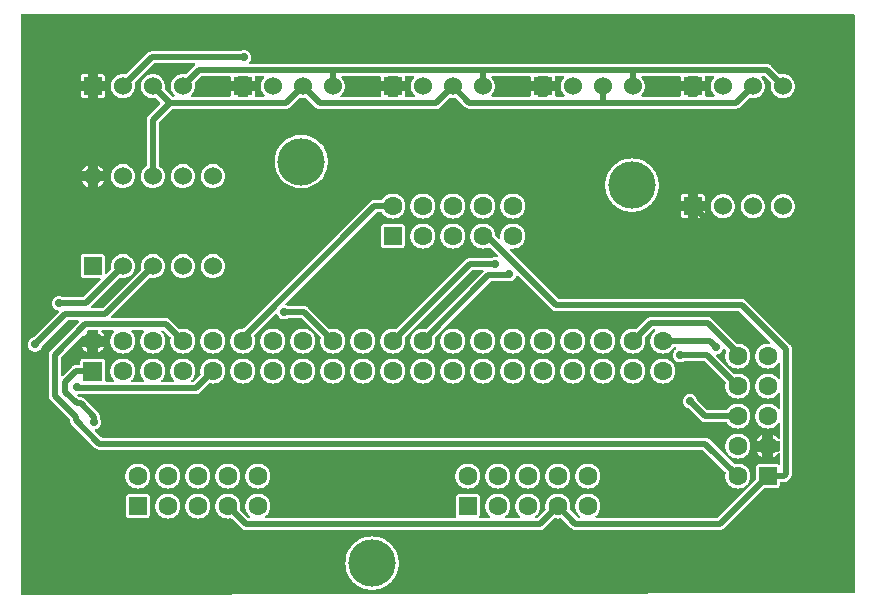
<source format=gtl>
G04 Layer: TopLayer*
G04 EasyEDA v6.5.5, 2022-06-01 22:07:46*
G04 5fa39ab79a2c48c687a51b611db9c60e,c96cdaf6a0e44fa3bb1e134f2b5c86cb,10*
G04 Gerber Generator version 0.2*
G04 Scale: 100 percent, Rotated: No, Reflected: No *
G04 Dimensions in millimeters *
G04 leading zeros omitted , absolute positions ,4 integer and 5 decimal *
%FSLAX45Y45*%
%MOMM*%

%ADD11C,0.5000*%
%ADD12C,0.7000*%
%ADD13R,1.5240X1.5240*%
%ADD14C,1.5240*%
%ADD16C,1.6000*%
%ADD17C,1.5999*%
%ADD18R,1.5080X1.5080*%
%ADD19C,4.0000*%

%LPD*%
G36*
X36118Y-9773970D02*
G01*
X32207Y-9773208D01*
X28905Y-9771024D01*
X26670Y-9767722D01*
X25908Y-9763810D01*
X25908Y-4862068D01*
X26670Y-4858156D01*
X28905Y-4854905D01*
X32156Y-4852670D01*
X36068Y-4851908D01*
X7075931Y-4851908D01*
X7079843Y-4852670D01*
X7083094Y-4854905D01*
X7085330Y-4858156D01*
X7086092Y-4862068D01*
X7086092Y-9743033D01*
X7085330Y-9746894D01*
X7083145Y-9750196D01*
X7079843Y-9752431D01*
X7075982Y-9753193D01*
G37*

%LPC*%
G36*
X2999994Y-9725914D02*
G01*
X3020822Y-9724948D01*
X3041497Y-9722053D01*
X3061817Y-9717278D01*
X3081578Y-9710623D01*
X3100679Y-9702241D01*
X3118916Y-9692081D01*
X3136138Y-9680295D01*
X3152190Y-9666935D01*
X3166922Y-9652203D01*
X3180283Y-9636150D01*
X3192068Y-9618929D01*
X3202228Y-9600692D01*
X3210661Y-9581591D01*
X3217265Y-9561830D01*
X3222040Y-9541510D01*
X3224936Y-9520834D01*
X3225901Y-9500006D01*
X3224936Y-9479178D01*
X3222040Y-9458502D01*
X3217265Y-9438182D01*
X3210661Y-9418421D01*
X3202228Y-9399320D01*
X3192068Y-9381083D01*
X3180283Y-9363862D01*
X3166922Y-9347809D01*
X3152190Y-9333077D01*
X3136138Y-9319717D01*
X3118916Y-9307931D01*
X3100679Y-9297771D01*
X3081578Y-9289338D01*
X3061817Y-9282734D01*
X3041497Y-9277959D01*
X3020822Y-9275064D01*
X2999994Y-9274098D01*
X2979166Y-9275064D01*
X2958490Y-9277959D01*
X2938170Y-9282734D01*
X2918409Y-9289338D01*
X2899308Y-9297771D01*
X2881071Y-9307931D01*
X2863850Y-9319717D01*
X2847797Y-9333077D01*
X2833065Y-9347809D01*
X2819704Y-9363862D01*
X2807919Y-9381083D01*
X2797810Y-9399320D01*
X2789377Y-9418421D01*
X2782722Y-9438182D01*
X2777947Y-9458502D01*
X2775051Y-9479178D01*
X2774086Y-9500006D01*
X2775051Y-9520834D01*
X2777947Y-9541510D01*
X2782722Y-9561830D01*
X2789377Y-9581591D01*
X2797810Y-9600692D01*
X2807919Y-9618929D01*
X2819704Y-9636150D01*
X2833065Y-9652203D01*
X2847797Y-9666935D01*
X2863850Y-9680295D01*
X2881071Y-9692081D01*
X2899308Y-9702241D01*
X2918409Y-9710623D01*
X2938170Y-9717278D01*
X2958490Y-9722053D01*
X2979166Y-9724948D01*
G37*
G36*
X1930603Y-9220301D02*
G01*
X4419396Y-9220301D01*
X4424019Y-9220098D01*
X4428439Y-9219539D01*
X4432757Y-9218574D01*
X4437024Y-9217253D01*
X4441088Y-9215526D01*
X4445050Y-9213494D01*
X4448810Y-9211106D01*
X4452315Y-9208414D01*
X4455769Y-9205264D01*
X4538370Y-9122613D01*
X4541062Y-9120733D01*
X4544212Y-9119768D01*
X4547514Y-9119870D01*
X4558182Y-9121952D01*
X4572000Y-9122867D01*
X4585817Y-9121952D01*
X4596485Y-9119870D01*
X4599787Y-9119768D01*
X4602937Y-9120733D01*
X4605629Y-9122613D01*
X4685182Y-9202216D01*
X4688636Y-9205366D01*
X4692142Y-9208058D01*
X4695901Y-9210446D01*
X4699863Y-9212478D01*
X4703927Y-9214205D01*
X4708194Y-9215526D01*
X4712512Y-9216491D01*
X4716932Y-9217050D01*
X4721555Y-9217253D01*
X5946444Y-9217253D01*
X5951067Y-9217050D01*
X5955487Y-9216491D01*
X5959805Y-9215526D01*
X5964072Y-9214205D01*
X5968136Y-9212478D01*
X5972098Y-9210446D01*
X5975858Y-9208058D01*
X5979363Y-9205366D01*
X5982817Y-9202216D01*
X6317691Y-8867292D01*
X6320993Y-8865057D01*
X6324904Y-8864295D01*
X6424828Y-8864295D01*
X6431127Y-8863584D01*
X6436614Y-8861704D01*
X6441490Y-8858605D01*
X6445605Y-8854490D01*
X6448704Y-8849614D01*
X6450584Y-8844127D01*
X6451295Y-8837828D01*
X6451295Y-8824061D01*
X6452057Y-8820200D01*
X6454292Y-8816898D01*
X6457594Y-8814663D01*
X6461455Y-8813901D01*
X6485432Y-8813901D01*
X6490055Y-8813698D01*
X6494475Y-8813139D01*
X6498793Y-8812174D01*
X6503060Y-8810853D01*
X6507124Y-8809126D01*
X6511086Y-8807094D01*
X6514846Y-8804706D01*
X6518351Y-8802014D01*
X6521805Y-8798864D01*
X6540042Y-8780627D01*
X6543192Y-8777173D01*
X6545884Y-8773668D01*
X6548272Y-8769908D01*
X6550304Y-8765946D01*
X6552031Y-8761882D01*
X6553352Y-8757615D01*
X6554317Y-8753297D01*
X6554876Y-8748877D01*
X6555079Y-8744254D01*
X6555079Y-7690561D01*
X6554876Y-7685938D01*
X6554317Y-7681518D01*
X6553352Y-7677200D01*
X6552031Y-7672933D01*
X6550304Y-7668869D01*
X6548272Y-7664907D01*
X6545884Y-7661198D01*
X6543192Y-7657642D01*
X6540042Y-7654239D01*
X6163919Y-7277862D01*
X6160465Y-7274661D01*
X6156960Y-7271969D01*
X6153200Y-7269581D01*
X6149289Y-7267549D01*
X6145174Y-7265822D01*
X6140958Y-7264501D01*
X6136589Y-7263536D01*
X6132220Y-7262977D01*
X6127546Y-7262774D01*
X4582312Y-7262774D01*
X4578400Y-7262012D01*
X4575098Y-7259777D01*
X4168343Y-6853174D01*
X4166108Y-6849770D01*
X4165346Y-6845757D01*
X4166260Y-6841794D01*
X4168648Y-6838492D01*
X4172153Y-6836409D01*
X4176217Y-6835851D01*
X4191000Y-6836867D01*
X4204817Y-6835952D01*
X4218381Y-6833260D01*
X4231538Y-6828840D01*
X4243933Y-6822694D01*
X4255465Y-6815023D01*
X4265879Y-6805879D01*
X4275023Y-6795465D01*
X4282694Y-6783933D01*
X4288840Y-6771538D01*
X4293260Y-6758381D01*
X4295952Y-6744817D01*
X4296867Y-6731000D01*
X4295952Y-6717182D01*
X4293260Y-6703618D01*
X4288840Y-6690461D01*
X4282694Y-6678066D01*
X4275023Y-6666534D01*
X4265879Y-6656120D01*
X4255465Y-6646976D01*
X4243933Y-6639306D01*
X4231538Y-6633159D01*
X4218381Y-6628739D01*
X4204817Y-6626047D01*
X4191000Y-6625132D01*
X4177182Y-6626047D01*
X4163618Y-6628739D01*
X4150461Y-6633159D01*
X4138066Y-6639306D01*
X4126534Y-6646976D01*
X4116120Y-6656120D01*
X4106976Y-6666534D01*
X4099306Y-6678066D01*
X4093159Y-6690461D01*
X4088739Y-6703618D01*
X4086047Y-6717182D01*
X4085132Y-6731000D01*
X4086148Y-6745833D01*
X4085590Y-6749897D01*
X4083507Y-6753402D01*
X4080205Y-6755790D01*
X4076242Y-6756704D01*
X4072229Y-6755942D01*
X4068826Y-6753707D01*
X4045356Y-6730288D01*
X4043273Y-6727291D01*
X4042410Y-6723735D01*
X4041952Y-6717182D01*
X4039260Y-6703618D01*
X4034840Y-6690461D01*
X4028694Y-6678066D01*
X4021023Y-6666534D01*
X4011879Y-6656120D01*
X4001465Y-6646976D01*
X3989933Y-6639306D01*
X3977538Y-6633159D01*
X3964381Y-6628739D01*
X3950817Y-6626047D01*
X3937000Y-6625132D01*
X3923182Y-6626047D01*
X3909618Y-6628739D01*
X3896461Y-6633159D01*
X3884066Y-6639306D01*
X3872534Y-6646976D01*
X3862120Y-6656120D01*
X3852976Y-6666534D01*
X3845306Y-6678066D01*
X3839159Y-6690461D01*
X3834739Y-6703618D01*
X3832047Y-6717182D01*
X3831132Y-6731000D01*
X3832047Y-6744817D01*
X3834739Y-6758381D01*
X3839159Y-6771538D01*
X3845306Y-6783933D01*
X3852976Y-6795465D01*
X3862120Y-6805879D01*
X3872534Y-6815023D01*
X3884066Y-6822694D01*
X3896461Y-6828840D01*
X3909618Y-6833260D01*
X3923182Y-6835952D01*
X3937000Y-6836867D01*
X3950817Y-6835952D01*
X3964381Y-6833260D01*
X3977538Y-6828840D01*
X3986022Y-6824624D01*
X3990035Y-6823608D01*
X3994200Y-6824268D01*
X3997706Y-6826554D01*
X4064914Y-6893763D01*
X4067301Y-6897573D01*
X4067810Y-6902043D01*
X4066336Y-6906310D01*
X4063187Y-6909511D01*
X4058920Y-6911035D01*
X4054449Y-6910578D01*
X4052011Y-6909714D01*
X4042105Y-6908088D01*
X4032046Y-6908088D01*
X4022140Y-6909714D01*
X4012641Y-6913016D01*
X4005935Y-6916623D01*
X4003598Y-6917537D01*
X4001109Y-6917842D01*
X3826459Y-6917842D01*
X3821836Y-6918045D01*
X3817416Y-6918604D01*
X3813098Y-6919569D01*
X3808831Y-6920890D01*
X3804767Y-6922617D01*
X3800805Y-6924649D01*
X3797046Y-6927037D01*
X3793540Y-6929729D01*
X3790086Y-6932879D01*
X3208629Y-7514336D01*
X3205937Y-7516266D01*
X3202787Y-7517231D01*
X3199485Y-7517130D01*
X3188817Y-7514996D01*
X3175000Y-7514132D01*
X3161182Y-7514996D01*
X3147618Y-7517739D01*
X3134461Y-7522159D01*
X3122066Y-7528306D01*
X3110534Y-7535976D01*
X3100120Y-7545120D01*
X3090976Y-7555534D01*
X3083306Y-7567066D01*
X3077159Y-7579461D01*
X3072739Y-7592618D01*
X3069996Y-7606182D01*
X3069132Y-7620000D01*
X3069996Y-7633817D01*
X3072739Y-7647381D01*
X3077159Y-7660538D01*
X3083306Y-7672933D01*
X3090976Y-7684465D01*
X3100120Y-7694879D01*
X3110534Y-7704023D01*
X3122066Y-7711694D01*
X3134461Y-7717840D01*
X3147618Y-7722260D01*
X3161182Y-7725003D01*
X3175000Y-7725867D01*
X3188817Y-7725003D01*
X3202381Y-7722260D01*
X3215538Y-7717840D01*
X3227933Y-7711694D01*
X3239465Y-7704023D01*
X3249879Y-7694879D01*
X3259023Y-7684465D01*
X3266694Y-7672933D01*
X3272840Y-7660538D01*
X3277260Y-7647381D01*
X3280003Y-7633817D01*
X3280867Y-7620000D01*
X3280003Y-7606182D01*
X3277870Y-7595514D01*
X3277768Y-7592212D01*
X3278733Y-7589062D01*
X3280664Y-7586370D01*
X3844391Y-7022642D01*
X3847642Y-7020407D01*
X3851554Y-7019645D01*
X3932834Y-7019645D01*
X3936695Y-7020407D01*
X3939997Y-7022642D01*
X3942232Y-7025944D01*
X3942994Y-7029805D01*
X3942232Y-7033717D01*
X3939997Y-7037019D01*
X3462629Y-7514336D01*
X3459937Y-7516266D01*
X3456787Y-7517231D01*
X3453485Y-7517130D01*
X3442817Y-7514996D01*
X3429000Y-7514132D01*
X3415182Y-7514996D01*
X3401618Y-7517739D01*
X3388461Y-7522159D01*
X3376066Y-7528306D01*
X3364534Y-7535976D01*
X3354120Y-7545120D01*
X3344976Y-7555534D01*
X3337306Y-7567066D01*
X3331159Y-7579461D01*
X3326739Y-7592618D01*
X3323996Y-7606182D01*
X3323132Y-7620000D01*
X3323996Y-7633817D01*
X3326739Y-7647381D01*
X3331159Y-7660538D01*
X3337306Y-7672933D01*
X3344976Y-7684465D01*
X3354120Y-7694879D01*
X3364534Y-7704023D01*
X3376066Y-7711694D01*
X3388461Y-7717840D01*
X3401618Y-7722260D01*
X3415182Y-7725003D01*
X3429000Y-7725867D01*
X3442817Y-7725003D01*
X3456381Y-7722260D01*
X3469538Y-7717840D01*
X3481933Y-7711694D01*
X3493465Y-7704023D01*
X3503879Y-7694879D01*
X3513023Y-7684465D01*
X3520694Y-7672933D01*
X3526840Y-7660538D01*
X3531260Y-7647381D01*
X3534003Y-7633817D01*
X3534867Y-7620000D01*
X3534003Y-7606182D01*
X3531870Y-7595514D01*
X3531768Y-7592212D01*
X3532733Y-7589062D01*
X3534664Y-7586370D01*
X4003141Y-7117892D01*
X4006392Y-7115657D01*
X4010304Y-7114895D01*
X4149140Y-7114895D01*
X4152950Y-7114743D01*
X4161891Y-7113371D01*
X4165904Y-7113270D01*
X4175963Y-7111593D01*
X4185462Y-7108291D01*
X4194301Y-7103516D01*
X4202277Y-7097369D01*
X4209084Y-7089952D01*
X4214571Y-7081520D01*
X4218584Y-7072325D01*
X4219244Y-7069734D01*
X4221124Y-7065924D01*
X4224426Y-7063231D01*
X4228490Y-7062114D01*
X4232706Y-7062774D01*
X4236262Y-7065060D01*
X4520844Y-7349540D01*
X4524298Y-7352690D01*
X4527854Y-7355382D01*
X4531563Y-7357770D01*
X4535525Y-7359802D01*
X4539589Y-7361529D01*
X4543856Y-7362850D01*
X4548174Y-7363815D01*
X4552594Y-7364374D01*
X4557217Y-7364577D01*
X6102451Y-7364577D01*
X6106312Y-7365339D01*
X6109614Y-7367574D01*
X6366256Y-7624368D01*
X6368491Y-7627721D01*
X6369202Y-7631734D01*
X6368288Y-7635748D01*
X6365900Y-7638999D01*
X6362446Y-7641132D01*
X6358382Y-7641691D01*
X6350000Y-7641132D01*
X6336182Y-7642047D01*
X6322618Y-7644739D01*
X6309461Y-7649159D01*
X6297066Y-7655306D01*
X6285534Y-7662976D01*
X6275120Y-7672120D01*
X6265976Y-7682534D01*
X6258306Y-7694066D01*
X6252159Y-7706461D01*
X6247739Y-7719618D01*
X6245047Y-7733182D01*
X6244132Y-7747000D01*
X6245047Y-7760817D01*
X6247739Y-7774381D01*
X6252159Y-7787538D01*
X6258306Y-7799933D01*
X6265976Y-7811465D01*
X6275120Y-7821879D01*
X6285534Y-7831023D01*
X6297066Y-7838694D01*
X6309461Y-7844840D01*
X6322618Y-7849260D01*
X6336182Y-7851952D01*
X6350000Y-7852867D01*
X6363817Y-7851952D01*
X6377381Y-7849260D01*
X6390538Y-7844840D01*
X6402933Y-7838694D01*
X6414465Y-7831023D01*
X6424879Y-7821879D01*
X6437731Y-7807502D01*
X6441795Y-7806029D01*
X6446062Y-7806385D01*
X6449822Y-7808468D01*
X6452362Y-7811922D01*
X6453276Y-7816138D01*
X6453276Y-7931861D01*
X6452362Y-7936077D01*
X6449822Y-7939531D01*
X6446062Y-7941614D01*
X6441795Y-7941970D01*
X6437731Y-7940497D01*
X6424879Y-7926120D01*
X6414465Y-7916976D01*
X6402933Y-7909306D01*
X6390538Y-7903159D01*
X6377381Y-7898739D01*
X6363817Y-7896047D01*
X6350000Y-7895132D01*
X6336182Y-7896047D01*
X6322618Y-7898739D01*
X6309461Y-7903159D01*
X6297066Y-7909306D01*
X6285534Y-7916976D01*
X6275120Y-7926120D01*
X6265976Y-7936534D01*
X6258306Y-7948066D01*
X6252159Y-7960461D01*
X6247739Y-7973618D01*
X6245047Y-7987182D01*
X6244132Y-8001000D01*
X6245047Y-8014817D01*
X6247739Y-8028381D01*
X6252159Y-8041538D01*
X6258306Y-8053933D01*
X6265976Y-8065465D01*
X6275120Y-8075879D01*
X6285534Y-8085023D01*
X6297066Y-8092694D01*
X6309461Y-8098840D01*
X6322618Y-8103260D01*
X6336182Y-8105952D01*
X6350000Y-8106867D01*
X6363817Y-8105952D01*
X6377381Y-8103260D01*
X6390538Y-8098840D01*
X6402933Y-8092694D01*
X6414465Y-8085023D01*
X6424879Y-8075879D01*
X6437731Y-8061502D01*
X6441795Y-8060029D01*
X6446062Y-8060385D01*
X6449822Y-8062468D01*
X6452362Y-8065922D01*
X6453276Y-8070138D01*
X6453276Y-8185861D01*
X6452362Y-8190077D01*
X6449822Y-8193531D01*
X6446062Y-8195614D01*
X6441795Y-8195970D01*
X6437731Y-8194497D01*
X6424879Y-8180120D01*
X6414465Y-8170976D01*
X6402933Y-8163306D01*
X6390538Y-8157159D01*
X6377381Y-8152739D01*
X6363817Y-8150047D01*
X6350000Y-8149132D01*
X6336182Y-8150047D01*
X6322618Y-8152739D01*
X6309461Y-8157159D01*
X6297066Y-8163306D01*
X6285534Y-8170976D01*
X6275120Y-8180120D01*
X6265976Y-8190534D01*
X6258306Y-8202066D01*
X6252159Y-8214461D01*
X6247739Y-8227618D01*
X6245047Y-8241182D01*
X6244132Y-8255000D01*
X6245047Y-8268817D01*
X6247739Y-8282381D01*
X6252159Y-8295538D01*
X6258306Y-8307933D01*
X6265976Y-8319465D01*
X6275120Y-8329879D01*
X6285534Y-8339023D01*
X6297066Y-8346694D01*
X6309461Y-8352840D01*
X6322618Y-8357260D01*
X6336182Y-8359952D01*
X6350000Y-8360867D01*
X6363817Y-8359952D01*
X6377381Y-8357260D01*
X6390538Y-8352840D01*
X6402933Y-8346694D01*
X6414465Y-8339023D01*
X6424879Y-8329879D01*
X6437731Y-8315502D01*
X6441795Y-8314029D01*
X6446062Y-8314385D01*
X6449822Y-8316468D01*
X6452362Y-8319922D01*
X6453276Y-8324138D01*
X6453276Y-8439861D01*
X6452362Y-8444077D01*
X6449822Y-8447532D01*
X6446062Y-8449614D01*
X6441795Y-8449970D01*
X6437731Y-8448497D01*
X6424879Y-8434120D01*
X6414465Y-8424976D01*
X6402933Y-8417306D01*
X6396329Y-8414054D01*
X6396329Y-8462670D01*
X6443116Y-8462670D01*
X6446977Y-8463432D01*
X6450279Y-8465616D01*
X6452514Y-8468918D01*
X6453276Y-8472830D01*
X6453276Y-8545169D01*
X6452514Y-8549081D01*
X6450279Y-8552383D01*
X6446977Y-8554567D01*
X6443116Y-8555329D01*
X6396329Y-8555329D01*
X6396329Y-8603945D01*
X6402933Y-8600694D01*
X6414465Y-8593023D01*
X6424879Y-8583879D01*
X6437731Y-8569502D01*
X6441795Y-8568029D01*
X6446062Y-8568385D01*
X6449822Y-8570468D01*
X6452362Y-8573922D01*
X6453276Y-8578138D01*
X6453276Y-8656421D01*
X6452362Y-8660587D01*
X6449771Y-8664041D01*
X6446012Y-8666124D01*
X6441744Y-8666480D01*
X6436614Y-8664295D01*
X6431127Y-8662416D01*
X6424828Y-8661704D01*
X6275171Y-8661704D01*
X6268872Y-8662416D01*
X6263386Y-8664295D01*
X6258509Y-8667394D01*
X6254394Y-8671509D01*
X6251295Y-8676386D01*
X6249416Y-8681872D01*
X6248704Y-8688171D01*
X6248704Y-8788095D01*
X6247942Y-8792006D01*
X6245707Y-8795308D01*
X5928512Y-9112453D01*
X5925261Y-9114688D01*
X5921349Y-9115450D01*
X4900980Y-9115450D01*
X4897018Y-9114637D01*
X4893665Y-9112300D01*
X4891481Y-9108846D01*
X4890820Y-9104833D01*
X4891836Y-9100870D01*
X4894275Y-9097670D01*
X4900879Y-9091879D01*
X4910023Y-9081465D01*
X4917694Y-9069933D01*
X4923840Y-9057538D01*
X4928260Y-9044381D01*
X4930952Y-9030817D01*
X4931867Y-9017000D01*
X4930952Y-9003182D01*
X4928260Y-8989618D01*
X4923840Y-8976461D01*
X4917694Y-8964066D01*
X4910023Y-8952534D01*
X4900879Y-8942120D01*
X4890465Y-8932976D01*
X4878933Y-8925306D01*
X4866538Y-8919159D01*
X4853381Y-8914739D01*
X4839817Y-8912047D01*
X4826000Y-8911132D01*
X4812182Y-8912047D01*
X4798618Y-8914739D01*
X4785461Y-8919159D01*
X4773066Y-8925306D01*
X4761534Y-8932976D01*
X4751120Y-8942120D01*
X4741976Y-8952534D01*
X4734306Y-8964066D01*
X4728159Y-8976461D01*
X4723739Y-8989618D01*
X4721047Y-9003182D01*
X4720132Y-9017000D01*
X4721047Y-9030817D01*
X4723739Y-9044381D01*
X4728159Y-9057538D01*
X4734306Y-9069933D01*
X4741976Y-9081465D01*
X4751120Y-9091879D01*
X4757724Y-9097670D01*
X4760163Y-9100870D01*
X4761179Y-9104833D01*
X4760518Y-9108846D01*
X4758334Y-9112300D01*
X4754981Y-9114637D01*
X4751019Y-9115450D01*
X4746650Y-9115450D01*
X4742738Y-9114688D01*
X4739487Y-9112453D01*
X4677613Y-9050629D01*
X4675733Y-9047937D01*
X4674768Y-9044787D01*
X4674870Y-9041485D01*
X4676952Y-9030817D01*
X4677867Y-9017000D01*
X4676952Y-9003182D01*
X4674260Y-8989618D01*
X4669840Y-8976461D01*
X4663694Y-8964066D01*
X4656023Y-8952534D01*
X4646879Y-8942120D01*
X4636465Y-8932976D01*
X4624933Y-8925306D01*
X4612538Y-8919159D01*
X4599381Y-8914739D01*
X4585817Y-8912047D01*
X4572000Y-8911132D01*
X4558182Y-8912047D01*
X4544618Y-8914739D01*
X4531461Y-8919159D01*
X4519066Y-8925306D01*
X4507534Y-8932976D01*
X4497120Y-8942120D01*
X4487976Y-8952534D01*
X4480306Y-8964066D01*
X4474159Y-8976461D01*
X4469739Y-8989618D01*
X4467047Y-9003182D01*
X4466132Y-9017000D01*
X4467047Y-9030817D01*
X4469130Y-9041485D01*
X4469231Y-9044787D01*
X4468266Y-9047937D01*
X4466386Y-9050629D01*
X4401464Y-9115501D01*
X4398213Y-9117736D01*
X4394301Y-9118498D01*
X4389526Y-9118498D01*
X4385513Y-9117685D01*
X4382160Y-9115348D01*
X4379976Y-9111894D01*
X4379366Y-9107881D01*
X4380331Y-9103918D01*
X4382820Y-9100718D01*
X4392879Y-9091879D01*
X4402023Y-9081465D01*
X4409694Y-9069933D01*
X4415840Y-9057538D01*
X4420260Y-9044381D01*
X4422952Y-9030817D01*
X4423867Y-9017000D01*
X4422952Y-9003182D01*
X4420260Y-8989618D01*
X4415840Y-8976461D01*
X4409694Y-8964066D01*
X4402023Y-8952534D01*
X4392879Y-8942120D01*
X4382465Y-8932976D01*
X4370933Y-8925306D01*
X4358538Y-8919159D01*
X4345381Y-8914739D01*
X4331817Y-8912047D01*
X4318000Y-8911132D01*
X4304182Y-8912047D01*
X4290618Y-8914739D01*
X4277461Y-8919159D01*
X4265066Y-8925306D01*
X4253534Y-8932976D01*
X4243120Y-8942120D01*
X4233976Y-8952534D01*
X4226306Y-8964066D01*
X4220159Y-8976461D01*
X4215739Y-8989618D01*
X4213047Y-9003182D01*
X4212132Y-9017000D01*
X4213047Y-9030817D01*
X4215739Y-9044381D01*
X4220159Y-9057538D01*
X4226306Y-9069933D01*
X4233976Y-9081465D01*
X4243120Y-9091879D01*
X4253179Y-9100718D01*
X4255668Y-9103918D01*
X4256633Y-9107881D01*
X4256024Y-9111894D01*
X4253839Y-9115348D01*
X4250486Y-9117685D01*
X4246473Y-9118498D01*
X4135526Y-9118498D01*
X4131513Y-9117685D01*
X4128160Y-9115348D01*
X4125976Y-9111894D01*
X4125366Y-9107881D01*
X4126331Y-9103918D01*
X4128820Y-9100718D01*
X4138879Y-9091879D01*
X4148023Y-9081465D01*
X4155694Y-9069933D01*
X4161840Y-9057538D01*
X4166260Y-9044381D01*
X4168952Y-9030817D01*
X4169867Y-9017000D01*
X4168952Y-9003182D01*
X4166260Y-8989618D01*
X4161840Y-8976461D01*
X4155694Y-8964066D01*
X4148023Y-8952534D01*
X4138879Y-8942120D01*
X4128465Y-8932976D01*
X4116933Y-8925306D01*
X4104538Y-8919159D01*
X4091381Y-8914739D01*
X4077817Y-8912047D01*
X4064000Y-8911132D01*
X4050182Y-8912047D01*
X4036618Y-8914739D01*
X4023461Y-8919159D01*
X4011066Y-8925306D01*
X3999534Y-8932976D01*
X3989120Y-8942120D01*
X3979976Y-8952534D01*
X3972306Y-8964066D01*
X3966159Y-8976461D01*
X3961739Y-8989618D01*
X3959047Y-9003182D01*
X3958132Y-9017000D01*
X3959047Y-9030817D01*
X3961739Y-9044381D01*
X3966159Y-9057538D01*
X3972306Y-9069933D01*
X3979976Y-9081465D01*
X3989120Y-9091879D01*
X3999179Y-9100718D01*
X4001668Y-9103918D01*
X4002633Y-9107881D01*
X4002024Y-9111894D01*
X3999839Y-9115348D01*
X3996486Y-9117685D01*
X3992473Y-9118498D01*
X3917696Y-9118498D01*
X3913936Y-9117736D01*
X3910685Y-9115653D01*
X3908450Y-9112504D01*
X3907586Y-9108694D01*
X3908145Y-9104884D01*
X3910584Y-9098127D01*
X3911295Y-9091828D01*
X3911295Y-8942171D01*
X3910584Y-8935872D01*
X3908704Y-8930386D01*
X3905605Y-8925509D01*
X3901490Y-8921394D01*
X3896614Y-8918295D01*
X3891127Y-8916416D01*
X3884828Y-8915704D01*
X3735171Y-8915704D01*
X3728872Y-8916416D01*
X3723386Y-8918295D01*
X3718509Y-8921394D01*
X3714394Y-8925509D01*
X3711295Y-8930386D01*
X3709415Y-8935872D01*
X3708704Y-8942171D01*
X3708704Y-9091828D01*
X3709415Y-9098127D01*
X3711854Y-9104884D01*
X3712413Y-9108694D01*
X3711549Y-9112504D01*
X3709314Y-9115653D01*
X3706063Y-9117736D01*
X3702304Y-9118498D01*
X2103526Y-9118498D01*
X2099513Y-9117685D01*
X2096160Y-9115348D01*
X2093975Y-9111894D01*
X2093366Y-9107881D01*
X2094331Y-9103918D01*
X2096820Y-9100718D01*
X2106879Y-9091879D01*
X2116023Y-9081465D01*
X2123694Y-9069933D01*
X2129840Y-9057538D01*
X2134260Y-9044381D01*
X2136952Y-9030817D01*
X2137867Y-9017000D01*
X2136952Y-9003182D01*
X2134260Y-8989618D01*
X2129840Y-8976461D01*
X2123694Y-8964066D01*
X2116023Y-8952534D01*
X2106879Y-8942120D01*
X2096465Y-8932976D01*
X2084933Y-8925306D01*
X2072538Y-8919159D01*
X2059381Y-8914739D01*
X2045817Y-8912047D01*
X2032000Y-8911132D01*
X2018182Y-8912047D01*
X2004618Y-8914739D01*
X1991461Y-8919159D01*
X1979066Y-8925306D01*
X1967534Y-8932976D01*
X1957120Y-8942120D01*
X1947976Y-8952534D01*
X1940306Y-8964066D01*
X1934159Y-8976461D01*
X1929739Y-8989618D01*
X1927047Y-9003182D01*
X1926132Y-9017000D01*
X1927047Y-9030817D01*
X1929739Y-9044381D01*
X1934159Y-9057538D01*
X1940306Y-9069933D01*
X1947976Y-9081465D01*
X1957120Y-9091879D01*
X1967179Y-9100718D01*
X1969668Y-9103918D01*
X1970633Y-9107881D01*
X1970024Y-9111894D01*
X1967839Y-9115348D01*
X1964486Y-9117685D01*
X1960473Y-9118498D01*
X1955698Y-9118498D01*
X1951786Y-9117736D01*
X1948535Y-9115501D01*
X1883613Y-9050629D01*
X1881733Y-9047937D01*
X1880768Y-9044787D01*
X1880870Y-9041485D01*
X1882952Y-9030817D01*
X1883867Y-9017000D01*
X1882952Y-9003182D01*
X1880260Y-8989618D01*
X1875840Y-8976461D01*
X1869693Y-8964066D01*
X1862023Y-8952534D01*
X1852879Y-8942120D01*
X1842465Y-8932976D01*
X1830933Y-8925306D01*
X1818538Y-8919159D01*
X1805381Y-8914739D01*
X1791817Y-8912047D01*
X1778000Y-8911132D01*
X1764182Y-8912047D01*
X1750618Y-8914739D01*
X1737461Y-8919159D01*
X1725066Y-8925306D01*
X1713534Y-8932976D01*
X1703120Y-8942120D01*
X1693976Y-8952534D01*
X1686306Y-8964066D01*
X1680159Y-8976461D01*
X1675739Y-8989618D01*
X1673047Y-9003182D01*
X1672132Y-9017000D01*
X1673047Y-9030817D01*
X1675739Y-9044381D01*
X1680159Y-9057538D01*
X1686306Y-9069933D01*
X1693976Y-9081465D01*
X1703120Y-9091879D01*
X1713534Y-9101023D01*
X1725066Y-9108694D01*
X1737461Y-9114840D01*
X1750618Y-9119260D01*
X1764182Y-9121952D01*
X1778000Y-9122867D01*
X1791817Y-9121952D01*
X1802485Y-9119870D01*
X1805787Y-9119768D01*
X1808937Y-9120733D01*
X1811629Y-9122613D01*
X1894230Y-9205264D01*
X1897684Y-9208414D01*
X1901189Y-9211106D01*
X1904949Y-9213494D01*
X1908911Y-9215526D01*
X1912975Y-9217253D01*
X1917242Y-9218574D01*
X1921560Y-9219539D01*
X1925980Y-9220098D01*
G37*
G36*
X1270000Y-9122867D02*
G01*
X1283817Y-9121952D01*
X1297381Y-9119260D01*
X1310538Y-9114840D01*
X1322933Y-9108694D01*
X1334465Y-9101023D01*
X1344879Y-9091879D01*
X1354023Y-9081465D01*
X1361694Y-9069933D01*
X1367840Y-9057538D01*
X1372260Y-9044381D01*
X1374952Y-9030817D01*
X1375867Y-9017000D01*
X1374952Y-9003182D01*
X1372260Y-8989618D01*
X1367840Y-8976461D01*
X1361694Y-8964066D01*
X1354023Y-8952534D01*
X1344879Y-8942120D01*
X1334465Y-8932976D01*
X1322933Y-8925306D01*
X1310538Y-8919159D01*
X1297381Y-8914739D01*
X1283817Y-8912047D01*
X1270000Y-8911132D01*
X1256182Y-8912047D01*
X1242618Y-8914739D01*
X1229461Y-8919159D01*
X1217066Y-8925306D01*
X1205534Y-8932976D01*
X1195120Y-8942120D01*
X1185976Y-8952534D01*
X1178306Y-8964066D01*
X1172159Y-8976461D01*
X1167739Y-8989618D01*
X1165047Y-9003182D01*
X1164132Y-9017000D01*
X1165047Y-9030817D01*
X1167739Y-9044381D01*
X1172159Y-9057538D01*
X1178306Y-9069933D01*
X1185976Y-9081465D01*
X1195120Y-9091879D01*
X1205534Y-9101023D01*
X1217066Y-9108694D01*
X1229461Y-9114840D01*
X1242618Y-9119260D01*
X1256182Y-9121952D01*
G37*
G36*
X1524000Y-9122867D02*
G01*
X1537817Y-9121952D01*
X1551381Y-9119260D01*
X1564538Y-9114840D01*
X1576933Y-9108694D01*
X1588465Y-9101023D01*
X1598879Y-9091879D01*
X1608023Y-9081465D01*
X1615694Y-9069933D01*
X1621840Y-9057538D01*
X1626260Y-9044381D01*
X1628952Y-9030817D01*
X1629867Y-9017000D01*
X1628952Y-9003182D01*
X1626260Y-8989618D01*
X1621840Y-8976461D01*
X1615694Y-8964066D01*
X1608023Y-8952534D01*
X1598879Y-8942120D01*
X1588465Y-8932976D01*
X1576933Y-8925306D01*
X1564538Y-8919159D01*
X1551381Y-8914739D01*
X1537817Y-8912047D01*
X1524000Y-8911132D01*
X1510182Y-8912047D01*
X1496618Y-8914739D01*
X1483461Y-8919159D01*
X1471066Y-8925306D01*
X1459534Y-8932976D01*
X1449120Y-8942120D01*
X1439976Y-8952534D01*
X1432306Y-8964066D01*
X1426159Y-8976461D01*
X1421739Y-8989618D01*
X1419047Y-9003182D01*
X1418132Y-9017000D01*
X1419047Y-9030817D01*
X1421739Y-9044381D01*
X1426159Y-9057538D01*
X1432306Y-9069933D01*
X1439976Y-9081465D01*
X1449120Y-9091879D01*
X1459534Y-9101023D01*
X1471066Y-9108694D01*
X1483461Y-9114840D01*
X1496618Y-9119260D01*
X1510182Y-9121952D01*
G37*
G36*
X941171Y-9118295D02*
G01*
X1090828Y-9118295D01*
X1097127Y-9117584D01*
X1102614Y-9115704D01*
X1107490Y-9112605D01*
X1111605Y-9108490D01*
X1114704Y-9103614D01*
X1116584Y-9098127D01*
X1117295Y-9091828D01*
X1117295Y-8942171D01*
X1116584Y-8935872D01*
X1114704Y-8930386D01*
X1111605Y-8925509D01*
X1107490Y-8921394D01*
X1102614Y-8918295D01*
X1097127Y-8916416D01*
X1090828Y-8915704D01*
X941171Y-8915704D01*
X934872Y-8916416D01*
X929386Y-8918295D01*
X924509Y-8921394D01*
X920394Y-8925509D01*
X917295Y-8930386D01*
X915416Y-8935872D01*
X914704Y-8942171D01*
X914704Y-9091828D01*
X915416Y-9098127D01*
X917295Y-9103614D01*
X920394Y-9108490D01*
X924509Y-9112605D01*
X929386Y-9115704D01*
X934872Y-9117584D01*
G37*
G36*
X4064000Y-8868867D02*
G01*
X4077817Y-8867952D01*
X4091381Y-8865260D01*
X4104538Y-8860840D01*
X4116933Y-8854694D01*
X4128465Y-8847023D01*
X4138879Y-8837879D01*
X4148023Y-8827465D01*
X4155694Y-8815933D01*
X4161840Y-8803538D01*
X4166260Y-8790381D01*
X4168952Y-8776817D01*
X4169867Y-8763000D01*
X4168952Y-8749182D01*
X4166260Y-8735618D01*
X4161840Y-8722461D01*
X4155694Y-8710066D01*
X4148023Y-8698534D01*
X4138879Y-8688120D01*
X4128465Y-8678976D01*
X4116933Y-8671306D01*
X4104538Y-8665159D01*
X4091381Y-8660739D01*
X4077817Y-8658047D01*
X4064000Y-8657132D01*
X4050182Y-8658047D01*
X4036618Y-8660739D01*
X4023461Y-8665159D01*
X4011066Y-8671306D01*
X3999534Y-8678976D01*
X3989120Y-8688120D01*
X3979976Y-8698534D01*
X3972306Y-8710066D01*
X3966159Y-8722461D01*
X3961739Y-8735618D01*
X3959047Y-8749182D01*
X3958132Y-8763000D01*
X3959047Y-8776817D01*
X3961739Y-8790381D01*
X3966159Y-8803538D01*
X3972306Y-8815933D01*
X3979976Y-8827465D01*
X3989120Y-8837879D01*
X3999534Y-8847023D01*
X4011066Y-8854694D01*
X4023461Y-8860840D01*
X4036618Y-8865260D01*
X4050182Y-8867952D01*
G37*
G36*
X2032000Y-8868867D02*
G01*
X2045817Y-8867952D01*
X2059381Y-8865260D01*
X2072538Y-8860840D01*
X2084933Y-8854694D01*
X2096465Y-8847023D01*
X2106879Y-8837879D01*
X2116023Y-8827465D01*
X2123694Y-8815933D01*
X2129840Y-8803538D01*
X2134260Y-8790381D01*
X2136952Y-8776817D01*
X2137867Y-8763000D01*
X2136952Y-8749182D01*
X2134260Y-8735618D01*
X2129840Y-8722461D01*
X2123694Y-8710066D01*
X2116023Y-8698534D01*
X2106879Y-8688120D01*
X2096465Y-8678976D01*
X2084933Y-8671306D01*
X2072538Y-8665159D01*
X2059381Y-8660739D01*
X2045817Y-8658047D01*
X2032000Y-8657132D01*
X2018182Y-8658047D01*
X2004618Y-8660739D01*
X1991461Y-8665159D01*
X1979066Y-8671306D01*
X1967534Y-8678976D01*
X1957120Y-8688120D01*
X1947976Y-8698534D01*
X1940306Y-8710066D01*
X1934159Y-8722461D01*
X1929739Y-8735618D01*
X1927047Y-8749182D01*
X1926132Y-8763000D01*
X1927047Y-8776817D01*
X1929739Y-8790381D01*
X1934159Y-8803538D01*
X1940306Y-8815933D01*
X1947976Y-8827465D01*
X1957120Y-8837879D01*
X1967534Y-8847023D01*
X1979066Y-8854694D01*
X1991461Y-8860840D01*
X2004618Y-8865260D01*
X2018182Y-8867952D01*
G37*
G36*
X3810000Y-8868867D02*
G01*
X3823817Y-8867952D01*
X3837381Y-8865260D01*
X3850538Y-8860840D01*
X3862933Y-8854694D01*
X3874465Y-8847023D01*
X3884879Y-8837879D01*
X3894023Y-8827465D01*
X3901694Y-8815933D01*
X3907840Y-8803538D01*
X3912260Y-8790381D01*
X3914952Y-8776817D01*
X3915867Y-8763000D01*
X3914952Y-8749182D01*
X3912260Y-8735618D01*
X3907840Y-8722461D01*
X3901694Y-8710066D01*
X3894023Y-8698534D01*
X3884879Y-8688120D01*
X3874465Y-8678976D01*
X3862933Y-8671306D01*
X3850538Y-8665159D01*
X3837381Y-8660739D01*
X3823817Y-8658047D01*
X3810000Y-8657132D01*
X3796182Y-8658047D01*
X3782618Y-8660739D01*
X3769461Y-8665159D01*
X3757066Y-8671306D01*
X3745534Y-8678976D01*
X3735120Y-8688120D01*
X3725976Y-8698534D01*
X3718306Y-8710066D01*
X3712159Y-8722461D01*
X3707739Y-8735618D01*
X3705047Y-8749182D01*
X3704132Y-8763000D01*
X3705047Y-8776817D01*
X3707739Y-8790381D01*
X3712159Y-8803538D01*
X3718306Y-8815933D01*
X3725976Y-8827465D01*
X3735120Y-8837879D01*
X3745534Y-8847023D01*
X3757066Y-8854694D01*
X3769461Y-8860840D01*
X3782618Y-8865260D01*
X3796182Y-8867952D01*
G37*
G36*
X1270000Y-8868867D02*
G01*
X1283817Y-8867952D01*
X1297381Y-8865260D01*
X1310538Y-8860840D01*
X1322933Y-8854694D01*
X1334465Y-8847023D01*
X1344879Y-8837879D01*
X1354023Y-8827465D01*
X1361694Y-8815933D01*
X1367840Y-8803538D01*
X1372260Y-8790381D01*
X1374952Y-8776817D01*
X1375867Y-8763000D01*
X1374952Y-8749182D01*
X1372260Y-8735618D01*
X1367840Y-8722461D01*
X1361694Y-8710066D01*
X1354023Y-8698534D01*
X1344879Y-8688120D01*
X1334465Y-8678976D01*
X1322933Y-8671306D01*
X1310538Y-8665159D01*
X1297381Y-8660739D01*
X1283817Y-8658047D01*
X1270000Y-8657132D01*
X1256182Y-8658047D01*
X1242618Y-8660739D01*
X1229461Y-8665159D01*
X1217066Y-8671306D01*
X1205534Y-8678976D01*
X1195120Y-8688120D01*
X1185976Y-8698534D01*
X1178306Y-8710066D01*
X1172159Y-8722461D01*
X1167739Y-8735618D01*
X1165047Y-8749182D01*
X1164132Y-8763000D01*
X1165047Y-8776817D01*
X1167739Y-8790381D01*
X1172159Y-8803538D01*
X1178306Y-8815933D01*
X1185976Y-8827465D01*
X1195120Y-8837879D01*
X1205534Y-8847023D01*
X1217066Y-8854694D01*
X1229461Y-8860840D01*
X1242618Y-8865260D01*
X1256182Y-8867952D01*
G37*
G36*
X1778000Y-8868867D02*
G01*
X1791817Y-8867952D01*
X1805381Y-8865260D01*
X1818538Y-8860840D01*
X1830933Y-8854694D01*
X1842465Y-8847023D01*
X1852879Y-8837879D01*
X1862023Y-8827465D01*
X1869693Y-8815933D01*
X1875840Y-8803538D01*
X1880260Y-8790381D01*
X1882952Y-8776817D01*
X1883867Y-8763000D01*
X1882952Y-8749182D01*
X1880260Y-8735618D01*
X1875840Y-8722461D01*
X1869693Y-8710066D01*
X1862023Y-8698534D01*
X1852879Y-8688120D01*
X1842465Y-8678976D01*
X1830933Y-8671306D01*
X1818538Y-8665159D01*
X1805381Y-8660739D01*
X1791817Y-8658047D01*
X1778000Y-8657132D01*
X1764182Y-8658047D01*
X1750618Y-8660739D01*
X1737461Y-8665159D01*
X1725066Y-8671306D01*
X1713534Y-8678976D01*
X1703120Y-8688120D01*
X1693976Y-8698534D01*
X1686306Y-8710066D01*
X1680159Y-8722461D01*
X1675739Y-8735618D01*
X1673047Y-8749182D01*
X1672132Y-8763000D01*
X1673047Y-8776817D01*
X1675739Y-8790381D01*
X1680159Y-8803538D01*
X1686306Y-8815933D01*
X1693976Y-8827465D01*
X1703120Y-8837879D01*
X1713534Y-8847023D01*
X1725066Y-8854694D01*
X1737461Y-8860840D01*
X1750618Y-8865260D01*
X1764182Y-8867952D01*
G37*
G36*
X4318000Y-8868867D02*
G01*
X4331817Y-8867952D01*
X4345381Y-8865260D01*
X4358538Y-8860840D01*
X4370933Y-8854694D01*
X4382465Y-8847023D01*
X4392879Y-8837879D01*
X4402023Y-8827465D01*
X4409694Y-8815933D01*
X4415840Y-8803538D01*
X4420260Y-8790381D01*
X4422952Y-8776817D01*
X4423867Y-8763000D01*
X4422952Y-8749182D01*
X4420260Y-8735618D01*
X4415840Y-8722461D01*
X4409694Y-8710066D01*
X4402023Y-8698534D01*
X4392879Y-8688120D01*
X4382465Y-8678976D01*
X4370933Y-8671306D01*
X4358538Y-8665159D01*
X4345381Y-8660739D01*
X4331817Y-8658047D01*
X4318000Y-8657132D01*
X4304182Y-8658047D01*
X4290618Y-8660739D01*
X4277461Y-8665159D01*
X4265066Y-8671306D01*
X4253534Y-8678976D01*
X4243120Y-8688120D01*
X4233976Y-8698534D01*
X4226306Y-8710066D01*
X4220159Y-8722461D01*
X4215739Y-8735618D01*
X4213047Y-8749182D01*
X4212132Y-8763000D01*
X4213047Y-8776817D01*
X4215739Y-8790381D01*
X4220159Y-8803538D01*
X4226306Y-8815933D01*
X4233976Y-8827465D01*
X4243120Y-8837879D01*
X4253534Y-8847023D01*
X4265066Y-8854694D01*
X4277461Y-8860840D01*
X4290618Y-8865260D01*
X4304182Y-8867952D01*
G37*
G36*
X4572000Y-8868867D02*
G01*
X4585817Y-8867952D01*
X4599381Y-8865260D01*
X4612538Y-8860840D01*
X4624933Y-8854694D01*
X4636465Y-8847023D01*
X4646879Y-8837879D01*
X4656023Y-8827465D01*
X4663694Y-8815933D01*
X4669840Y-8803538D01*
X4674260Y-8790381D01*
X4676952Y-8776817D01*
X4677867Y-8763000D01*
X4676952Y-8749182D01*
X4674260Y-8735618D01*
X4669840Y-8722461D01*
X4663694Y-8710066D01*
X4656023Y-8698534D01*
X4646879Y-8688120D01*
X4636465Y-8678976D01*
X4624933Y-8671306D01*
X4612538Y-8665159D01*
X4599381Y-8660739D01*
X4585817Y-8658047D01*
X4572000Y-8657132D01*
X4558182Y-8658047D01*
X4544618Y-8660739D01*
X4531461Y-8665159D01*
X4519066Y-8671306D01*
X4507534Y-8678976D01*
X4497120Y-8688120D01*
X4487976Y-8698534D01*
X4480306Y-8710066D01*
X4474159Y-8722461D01*
X4469739Y-8735618D01*
X4467047Y-8749182D01*
X4466132Y-8763000D01*
X4467047Y-8776817D01*
X4469739Y-8790381D01*
X4474159Y-8803538D01*
X4480306Y-8815933D01*
X4487976Y-8827465D01*
X4497120Y-8837879D01*
X4507534Y-8847023D01*
X4519066Y-8854694D01*
X4531461Y-8860840D01*
X4544618Y-8865260D01*
X4558182Y-8867952D01*
G37*
G36*
X4826000Y-8868867D02*
G01*
X4839817Y-8867952D01*
X4853381Y-8865260D01*
X4866538Y-8860840D01*
X4878933Y-8854694D01*
X4890465Y-8847023D01*
X4900879Y-8837879D01*
X4910023Y-8827465D01*
X4917694Y-8815933D01*
X4923840Y-8803538D01*
X4928260Y-8790381D01*
X4930952Y-8776817D01*
X4931867Y-8763000D01*
X4930952Y-8749182D01*
X4928260Y-8735618D01*
X4923840Y-8722461D01*
X4917694Y-8710066D01*
X4910023Y-8698534D01*
X4900879Y-8688120D01*
X4890465Y-8678976D01*
X4878933Y-8671306D01*
X4866538Y-8665159D01*
X4853381Y-8660739D01*
X4839817Y-8658047D01*
X4826000Y-8657132D01*
X4812182Y-8658047D01*
X4798618Y-8660739D01*
X4785461Y-8665159D01*
X4773066Y-8671306D01*
X4761534Y-8678976D01*
X4751120Y-8688120D01*
X4741976Y-8698534D01*
X4734306Y-8710066D01*
X4728159Y-8722461D01*
X4723739Y-8735618D01*
X4721047Y-8749182D01*
X4720132Y-8763000D01*
X4721047Y-8776817D01*
X4723739Y-8790381D01*
X4728159Y-8803538D01*
X4734306Y-8815933D01*
X4741976Y-8827465D01*
X4751120Y-8837879D01*
X4761534Y-8847023D01*
X4773066Y-8854694D01*
X4785461Y-8860840D01*
X4798618Y-8865260D01*
X4812182Y-8867952D01*
G37*
G36*
X1524000Y-8868867D02*
G01*
X1537817Y-8867952D01*
X1551381Y-8865260D01*
X1564538Y-8860840D01*
X1576933Y-8854694D01*
X1588465Y-8847023D01*
X1598879Y-8837879D01*
X1608023Y-8827465D01*
X1615694Y-8815933D01*
X1621840Y-8803538D01*
X1626260Y-8790381D01*
X1628952Y-8776817D01*
X1629867Y-8763000D01*
X1628952Y-8749182D01*
X1626260Y-8735618D01*
X1621840Y-8722461D01*
X1615694Y-8710066D01*
X1608023Y-8698534D01*
X1598879Y-8688120D01*
X1588465Y-8678976D01*
X1576933Y-8671306D01*
X1564538Y-8665159D01*
X1551381Y-8660739D01*
X1537817Y-8658047D01*
X1524000Y-8657132D01*
X1510182Y-8658047D01*
X1496618Y-8660739D01*
X1483461Y-8665159D01*
X1471066Y-8671306D01*
X1459534Y-8678976D01*
X1449120Y-8688120D01*
X1439976Y-8698534D01*
X1432306Y-8710066D01*
X1426159Y-8722461D01*
X1421739Y-8735618D01*
X1419047Y-8749182D01*
X1418132Y-8763000D01*
X1419047Y-8776817D01*
X1421739Y-8790381D01*
X1426159Y-8803538D01*
X1432306Y-8815933D01*
X1439976Y-8827465D01*
X1449120Y-8837879D01*
X1459534Y-8847023D01*
X1471066Y-8854694D01*
X1483461Y-8860840D01*
X1496618Y-8865260D01*
X1510182Y-8867952D01*
G37*
G36*
X1016000Y-8868867D02*
G01*
X1029817Y-8867952D01*
X1043381Y-8865260D01*
X1056538Y-8860840D01*
X1068933Y-8854694D01*
X1080465Y-8847023D01*
X1090879Y-8837879D01*
X1100023Y-8827465D01*
X1107694Y-8815933D01*
X1113840Y-8803538D01*
X1118260Y-8790381D01*
X1120952Y-8776817D01*
X1121867Y-8763000D01*
X1120952Y-8749182D01*
X1118260Y-8735618D01*
X1113840Y-8722461D01*
X1107694Y-8710066D01*
X1100023Y-8698534D01*
X1090879Y-8688120D01*
X1080465Y-8678976D01*
X1068933Y-8671306D01*
X1056538Y-8665159D01*
X1043381Y-8660739D01*
X1029817Y-8658047D01*
X1016000Y-8657132D01*
X1002182Y-8658047D01*
X988618Y-8660739D01*
X975461Y-8665159D01*
X963066Y-8671306D01*
X951534Y-8678976D01*
X941120Y-8688120D01*
X931976Y-8698534D01*
X924306Y-8710066D01*
X918159Y-8722461D01*
X913739Y-8735618D01*
X911047Y-8749182D01*
X910132Y-8763000D01*
X911047Y-8776817D01*
X913739Y-8790381D01*
X918159Y-8803538D01*
X924306Y-8815933D01*
X931976Y-8827465D01*
X941120Y-8837879D01*
X951534Y-8847023D01*
X963066Y-8854694D01*
X975461Y-8860840D01*
X988618Y-8865260D01*
X1002182Y-8867952D01*
G37*
G36*
X6096000Y-8868867D02*
G01*
X6109817Y-8867952D01*
X6123381Y-8865260D01*
X6136538Y-8860840D01*
X6148933Y-8854694D01*
X6160465Y-8847023D01*
X6170879Y-8837879D01*
X6180023Y-8827465D01*
X6187694Y-8815933D01*
X6193840Y-8803538D01*
X6198260Y-8790381D01*
X6200952Y-8776817D01*
X6201867Y-8763000D01*
X6200952Y-8749182D01*
X6198260Y-8735618D01*
X6193840Y-8722461D01*
X6187694Y-8710066D01*
X6180023Y-8698534D01*
X6170879Y-8688120D01*
X6160465Y-8678976D01*
X6148933Y-8671306D01*
X6136538Y-8665159D01*
X6123381Y-8660739D01*
X6109817Y-8658047D01*
X6096000Y-8657132D01*
X6082182Y-8658047D01*
X6071514Y-8660130D01*
X6068212Y-8660231D01*
X6065062Y-8659266D01*
X6062370Y-8657386D01*
X5857087Y-8452053D01*
X5853633Y-8448903D01*
X5850128Y-8446211D01*
X5846368Y-8443823D01*
X5842406Y-8441791D01*
X5838342Y-8440064D01*
X5834075Y-8438743D01*
X5829757Y-8437778D01*
X5825337Y-8437219D01*
X5820714Y-8437016D01*
X714908Y-8437016D01*
X710996Y-8436254D01*
X707745Y-8434019D01*
X655320Y-8381644D01*
X653084Y-8378240D01*
X652373Y-8374227D01*
X653288Y-8370214D01*
X655675Y-8366912D01*
X659231Y-8364829D01*
X668832Y-8361527D01*
X677672Y-8356752D01*
X685647Y-8350605D01*
X692454Y-8343188D01*
X697941Y-8334756D01*
X701954Y-8325561D01*
X704443Y-8315807D01*
X705256Y-8305800D01*
X704443Y-8295792D01*
X701954Y-8286038D01*
X697941Y-8276844D01*
X695706Y-8272678D01*
X695299Y-8269782D01*
X695299Y-8260029D01*
X695096Y-8255406D01*
X694537Y-8250986D01*
X693572Y-8246668D01*
X692251Y-8242401D01*
X690524Y-8238337D01*
X688492Y-8234375D01*
X686104Y-8230616D01*
X683412Y-8227110D01*
X680262Y-8223656D01*
X568299Y-8111693D01*
X564845Y-8108543D01*
X561340Y-8105851D01*
X557580Y-8103463D01*
X553618Y-8101431D01*
X549554Y-8099704D01*
X545287Y-8098383D01*
X540969Y-8097418D01*
X536549Y-8096859D01*
X531926Y-8096656D01*
X523392Y-8096656D01*
X519480Y-8095894D01*
X516229Y-8093659D01*
X507746Y-8085226D01*
X505409Y-8081518D01*
X504799Y-8077098D01*
X506171Y-8072932D01*
X509168Y-8069681D01*
X513283Y-8068005D01*
X519328Y-8067141D01*
X1508556Y-8067141D01*
X1513179Y-8066938D01*
X1517599Y-8066379D01*
X1521917Y-8065414D01*
X1526184Y-8064093D01*
X1530248Y-8062366D01*
X1534210Y-8060334D01*
X1537970Y-8057946D01*
X1541475Y-8055254D01*
X1544929Y-8052104D01*
X1617370Y-7979664D01*
X1620062Y-7977733D01*
X1623212Y-7976768D01*
X1626514Y-7976870D01*
X1637182Y-7979003D01*
X1651000Y-7979867D01*
X1664817Y-7979003D01*
X1678381Y-7976260D01*
X1691538Y-7971840D01*
X1703933Y-7965694D01*
X1715465Y-7958023D01*
X1725879Y-7948879D01*
X1735023Y-7938465D01*
X1742693Y-7926933D01*
X1748840Y-7914538D01*
X1753260Y-7901381D01*
X1756003Y-7887817D01*
X1756867Y-7874000D01*
X1756003Y-7860182D01*
X1753260Y-7846618D01*
X1748840Y-7833461D01*
X1742693Y-7821066D01*
X1735023Y-7809534D01*
X1725879Y-7799120D01*
X1715465Y-7789976D01*
X1703933Y-7782306D01*
X1691538Y-7776159D01*
X1678381Y-7771739D01*
X1664817Y-7768996D01*
X1651000Y-7768132D01*
X1637182Y-7768996D01*
X1623618Y-7771739D01*
X1610461Y-7776159D01*
X1598066Y-7782306D01*
X1586534Y-7789976D01*
X1576120Y-7799120D01*
X1566976Y-7809534D01*
X1559306Y-7821066D01*
X1553159Y-7833461D01*
X1548739Y-7846618D01*
X1545996Y-7860182D01*
X1545132Y-7874000D01*
X1545996Y-7887817D01*
X1548130Y-7898485D01*
X1548231Y-7901787D01*
X1547266Y-7904937D01*
X1545336Y-7907629D01*
X1490624Y-7962341D01*
X1487373Y-7964576D01*
X1483461Y-7965338D01*
X1479854Y-7965338D01*
X1476095Y-7964576D01*
X1472844Y-7962493D01*
X1470609Y-7959344D01*
X1469694Y-7955635D01*
X1470253Y-7951825D01*
X1472234Y-7948472D01*
X1481023Y-7938465D01*
X1488694Y-7926933D01*
X1494840Y-7914538D01*
X1499260Y-7901381D01*
X1502003Y-7887817D01*
X1502867Y-7874000D01*
X1502003Y-7860182D01*
X1499260Y-7846618D01*
X1494840Y-7833461D01*
X1488694Y-7821066D01*
X1481023Y-7809534D01*
X1471879Y-7799120D01*
X1461465Y-7789976D01*
X1449933Y-7782306D01*
X1437538Y-7776159D01*
X1424381Y-7771739D01*
X1410817Y-7768996D01*
X1397000Y-7768132D01*
X1383182Y-7768996D01*
X1369618Y-7771739D01*
X1356461Y-7776159D01*
X1344066Y-7782306D01*
X1332534Y-7789976D01*
X1322120Y-7799120D01*
X1312976Y-7809534D01*
X1305306Y-7821066D01*
X1299159Y-7833461D01*
X1294739Y-7846618D01*
X1291996Y-7860182D01*
X1291132Y-7874000D01*
X1291996Y-7887817D01*
X1294739Y-7901381D01*
X1299159Y-7914538D01*
X1305306Y-7926933D01*
X1312976Y-7938465D01*
X1321765Y-7948472D01*
X1323746Y-7951825D01*
X1324305Y-7955635D01*
X1323390Y-7959344D01*
X1321155Y-7962493D01*
X1317904Y-7964576D01*
X1314145Y-7965338D01*
X1225854Y-7965338D01*
X1222095Y-7964576D01*
X1218844Y-7962493D01*
X1216609Y-7959344D01*
X1215694Y-7955635D01*
X1216253Y-7951825D01*
X1218234Y-7948472D01*
X1227023Y-7938465D01*
X1234694Y-7926933D01*
X1240840Y-7914538D01*
X1245260Y-7901381D01*
X1248003Y-7887817D01*
X1248867Y-7874000D01*
X1248003Y-7860182D01*
X1245260Y-7846618D01*
X1240840Y-7833461D01*
X1234694Y-7821066D01*
X1227023Y-7809534D01*
X1217879Y-7799120D01*
X1207465Y-7789976D01*
X1195933Y-7782306D01*
X1183538Y-7776159D01*
X1170381Y-7771739D01*
X1156817Y-7768996D01*
X1143000Y-7768132D01*
X1129182Y-7768996D01*
X1115618Y-7771739D01*
X1102461Y-7776159D01*
X1090066Y-7782306D01*
X1078534Y-7789976D01*
X1068120Y-7799120D01*
X1058976Y-7809534D01*
X1051306Y-7821066D01*
X1045159Y-7833461D01*
X1040739Y-7846618D01*
X1037996Y-7860182D01*
X1037132Y-7874000D01*
X1037996Y-7887817D01*
X1040739Y-7901381D01*
X1045159Y-7914538D01*
X1051306Y-7926933D01*
X1058976Y-7938465D01*
X1067765Y-7948472D01*
X1069746Y-7951825D01*
X1070305Y-7955635D01*
X1069390Y-7959344D01*
X1067155Y-7962493D01*
X1063904Y-7964576D01*
X1060145Y-7965338D01*
X971854Y-7965338D01*
X968095Y-7964576D01*
X964844Y-7962493D01*
X962609Y-7959344D01*
X961694Y-7955635D01*
X962253Y-7951825D01*
X964234Y-7948472D01*
X973023Y-7938465D01*
X980694Y-7926933D01*
X986840Y-7914538D01*
X991260Y-7901381D01*
X994003Y-7887817D01*
X994867Y-7874000D01*
X994003Y-7860182D01*
X991260Y-7846618D01*
X986840Y-7833461D01*
X980694Y-7821066D01*
X973023Y-7809534D01*
X963879Y-7799120D01*
X953465Y-7789976D01*
X941933Y-7782306D01*
X929538Y-7776159D01*
X916381Y-7771739D01*
X902817Y-7768996D01*
X889000Y-7768132D01*
X875182Y-7768996D01*
X861618Y-7771739D01*
X848461Y-7776159D01*
X836066Y-7782306D01*
X824534Y-7789976D01*
X814120Y-7799120D01*
X804976Y-7809534D01*
X797306Y-7821066D01*
X791159Y-7833461D01*
X786739Y-7846618D01*
X783996Y-7860182D01*
X783132Y-7874000D01*
X783996Y-7887817D01*
X786739Y-7901381D01*
X791159Y-7914538D01*
X797306Y-7926933D01*
X804976Y-7938465D01*
X813765Y-7948472D01*
X815746Y-7951825D01*
X816305Y-7955635D01*
X815390Y-7959344D01*
X813155Y-7962493D01*
X809904Y-7964576D01*
X806145Y-7965338D01*
X750925Y-7965338D01*
X746810Y-7964424D01*
X743356Y-7961934D01*
X741273Y-7958277D01*
X740918Y-7953451D01*
X740918Y-7794548D01*
X740206Y-7788249D01*
X738276Y-7782763D01*
X735228Y-7777886D01*
X731113Y-7773771D01*
X726236Y-7770723D01*
X720750Y-7768793D01*
X714451Y-7768081D01*
X555548Y-7768081D01*
X549249Y-7768793D01*
X543763Y-7770723D01*
X538886Y-7773771D01*
X534771Y-7777886D01*
X531723Y-7782763D01*
X529793Y-7788249D01*
X529082Y-7794548D01*
X529082Y-7812938D01*
X528320Y-7816799D01*
X526135Y-7820101D01*
X522833Y-7822336D01*
X518922Y-7823098D01*
X494995Y-7823098D01*
X490372Y-7823301D01*
X485952Y-7823860D01*
X481634Y-7824825D01*
X477367Y-7826146D01*
X473303Y-7827873D01*
X469341Y-7829905D01*
X465582Y-7832293D01*
X462076Y-7834985D01*
X458622Y-7838135D01*
X382727Y-7914081D01*
X379425Y-7916316D01*
X375513Y-7917078D01*
X371652Y-7916316D01*
X368350Y-7914081D01*
X366115Y-7910779D01*
X365353Y-7906918D01*
X365353Y-7760106D01*
X366115Y-7756245D01*
X368350Y-7752943D01*
X544830Y-7576616D01*
X548132Y-7574432D01*
X551992Y-7573670D01*
X588670Y-7573670D01*
X588670Y-7538567D01*
X589432Y-7534706D01*
X591616Y-7531404D01*
X594918Y-7529169D01*
X598830Y-7528407D01*
X671169Y-7528407D01*
X675081Y-7529169D01*
X678383Y-7531404D01*
X680567Y-7534706D01*
X681329Y-7538567D01*
X681329Y-7573670D01*
X729945Y-7573670D01*
X726694Y-7567066D01*
X719023Y-7555534D01*
X709980Y-7545273D01*
X708050Y-7541920D01*
X707491Y-7538110D01*
X708406Y-7534402D01*
X710590Y-7531252D01*
X713841Y-7529169D01*
X717651Y-7528407D01*
X806348Y-7528407D01*
X810158Y-7529169D01*
X813409Y-7531252D01*
X815594Y-7534402D01*
X816508Y-7538110D01*
X815949Y-7541920D01*
X814019Y-7545273D01*
X804976Y-7555534D01*
X797306Y-7567066D01*
X791159Y-7579461D01*
X786739Y-7592618D01*
X783996Y-7606182D01*
X783132Y-7620000D01*
X783996Y-7633817D01*
X786739Y-7647381D01*
X791159Y-7660538D01*
X797306Y-7672933D01*
X804976Y-7684465D01*
X814120Y-7694879D01*
X824534Y-7704023D01*
X836066Y-7711694D01*
X848461Y-7717840D01*
X861618Y-7722260D01*
X875182Y-7725003D01*
X889000Y-7725867D01*
X902817Y-7725003D01*
X916381Y-7722260D01*
X929538Y-7717840D01*
X941933Y-7711694D01*
X953465Y-7704023D01*
X963879Y-7694879D01*
X973023Y-7684465D01*
X980694Y-7672933D01*
X986840Y-7660538D01*
X991260Y-7647381D01*
X994003Y-7633817D01*
X994867Y-7620000D01*
X994003Y-7606182D01*
X991260Y-7592618D01*
X986840Y-7579461D01*
X980694Y-7567066D01*
X973023Y-7555534D01*
X963980Y-7545273D01*
X962050Y-7541920D01*
X961491Y-7538110D01*
X962406Y-7534402D01*
X964590Y-7531252D01*
X967841Y-7529169D01*
X971651Y-7528407D01*
X1060348Y-7528407D01*
X1064158Y-7529169D01*
X1067409Y-7531252D01*
X1069594Y-7534402D01*
X1070508Y-7538110D01*
X1069949Y-7541920D01*
X1068019Y-7545273D01*
X1058976Y-7555534D01*
X1051306Y-7567066D01*
X1045159Y-7579461D01*
X1040739Y-7592618D01*
X1037996Y-7606182D01*
X1037132Y-7620000D01*
X1037996Y-7633817D01*
X1040739Y-7647381D01*
X1045159Y-7660538D01*
X1051306Y-7672933D01*
X1058976Y-7684465D01*
X1068120Y-7694879D01*
X1078534Y-7704023D01*
X1090066Y-7711694D01*
X1102461Y-7717840D01*
X1115618Y-7722260D01*
X1129182Y-7725003D01*
X1143000Y-7725867D01*
X1156817Y-7725003D01*
X1170381Y-7722260D01*
X1183538Y-7717840D01*
X1195933Y-7711694D01*
X1207465Y-7704023D01*
X1217879Y-7694879D01*
X1227023Y-7684465D01*
X1234694Y-7672933D01*
X1240840Y-7660538D01*
X1245260Y-7647381D01*
X1248003Y-7633817D01*
X1248867Y-7620000D01*
X1248003Y-7606182D01*
X1245260Y-7592618D01*
X1240840Y-7579461D01*
X1234694Y-7567066D01*
X1227023Y-7555534D01*
X1217980Y-7545273D01*
X1216050Y-7541920D01*
X1215491Y-7538110D01*
X1216406Y-7534402D01*
X1218590Y-7531252D01*
X1221841Y-7529169D01*
X1225651Y-7528407D01*
X1229207Y-7528407D01*
X1233119Y-7529169D01*
X1236370Y-7531404D01*
X1291336Y-7586370D01*
X1293266Y-7589062D01*
X1294231Y-7592212D01*
X1294130Y-7595514D01*
X1291996Y-7606182D01*
X1291132Y-7620000D01*
X1291996Y-7633817D01*
X1294739Y-7647381D01*
X1299159Y-7660538D01*
X1305306Y-7672933D01*
X1312976Y-7684465D01*
X1322120Y-7694879D01*
X1332534Y-7704023D01*
X1344066Y-7711694D01*
X1356461Y-7717840D01*
X1369618Y-7722260D01*
X1383182Y-7725003D01*
X1397000Y-7725867D01*
X1410817Y-7725003D01*
X1424381Y-7722260D01*
X1437538Y-7717840D01*
X1449933Y-7711694D01*
X1461465Y-7704023D01*
X1471879Y-7694879D01*
X1481023Y-7684465D01*
X1488694Y-7672933D01*
X1494840Y-7660538D01*
X1499260Y-7647381D01*
X1502003Y-7633817D01*
X1502867Y-7620000D01*
X1502003Y-7606182D01*
X1499260Y-7592618D01*
X1494840Y-7579461D01*
X1488694Y-7567066D01*
X1481023Y-7555534D01*
X1471879Y-7545120D01*
X1461465Y-7535976D01*
X1449933Y-7528306D01*
X1437538Y-7522159D01*
X1424381Y-7517739D01*
X1410817Y-7514996D01*
X1397000Y-7514132D01*
X1383182Y-7514996D01*
X1372514Y-7517130D01*
X1369212Y-7517231D01*
X1366062Y-7516266D01*
X1363370Y-7514336D01*
X1290675Y-7441641D01*
X1287221Y-7438491D01*
X1283716Y-7435799D01*
X1279956Y-7433411D01*
X1275994Y-7431379D01*
X1271930Y-7429652D01*
X1267663Y-7428331D01*
X1263345Y-7427366D01*
X1258925Y-7426807D01*
X1254302Y-7426604D01*
X797915Y-7426604D01*
X794054Y-7425842D01*
X790752Y-7423607D01*
X788517Y-7420305D01*
X787755Y-7416444D01*
X788517Y-7412532D01*
X790752Y-7409230D01*
X1112418Y-7087565D01*
X1115364Y-7085533D01*
X1118768Y-7084618D01*
X1136192Y-7086853D01*
X1149807Y-7086853D01*
X1163320Y-7085025D01*
X1176477Y-7081418D01*
X1189024Y-7076135D01*
X1200759Y-7069175D01*
X1211478Y-7060692D01*
X1220978Y-7050887D01*
X1229055Y-7039914D01*
X1235608Y-7027976D01*
X1240485Y-7015225D01*
X1243685Y-7001967D01*
X1245006Y-6988403D01*
X1244549Y-6974789D01*
X1242314Y-6961327D01*
X1238250Y-6948322D01*
X1232509Y-6935927D01*
X1225194Y-6924446D01*
X1216406Y-6914032D01*
X1206246Y-6904888D01*
X1195019Y-6897166D01*
X1182878Y-6891020D01*
X1169974Y-6886549D01*
X1156614Y-6883806D01*
X1143000Y-6882892D01*
X1129385Y-6883806D01*
X1116025Y-6886549D01*
X1103122Y-6891020D01*
X1090980Y-6897166D01*
X1079754Y-6904888D01*
X1069594Y-6914032D01*
X1060805Y-6924446D01*
X1053490Y-6935927D01*
X1047750Y-6948322D01*
X1043686Y-6961327D01*
X1041450Y-6974789D01*
X1040993Y-6988403D01*
X1042314Y-7001967D01*
X1043279Y-7005878D01*
X1043482Y-7009333D01*
X1042568Y-7012635D01*
X1040587Y-7015429D01*
X717702Y-7338263D01*
X714451Y-7340498D01*
X710539Y-7341260D01*
X629259Y-7341260D01*
X625398Y-7340498D01*
X622096Y-7338263D01*
X619861Y-7334961D01*
X619099Y-7331100D01*
X619861Y-7327188D01*
X622096Y-7323886D01*
X858418Y-7087565D01*
X861364Y-7085533D01*
X864768Y-7084618D01*
X882192Y-7086853D01*
X895807Y-7086853D01*
X909319Y-7085025D01*
X922477Y-7081418D01*
X935024Y-7076135D01*
X946759Y-7069175D01*
X957478Y-7060692D01*
X966978Y-7050887D01*
X975055Y-7039914D01*
X981608Y-7027976D01*
X986485Y-7015225D01*
X989685Y-7001967D01*
X991006Y-6988403D01*
X990549Y-6974789D01*
X988314Y-6961327D01*
X984250Y-6948322D01*
X978509Y-6935927D01*
X971194Y-6924446D01*
X962406Y-6914032D01*
X952246Y-6904888D01*
X941019Y-6897166D01*
X928878Y-6891020D01*
X915974Y-6886549D01*
X902614Y-6883806D01*
X889000Y-6882892D01*
X875385Y-6883806D01*
X862025Y-6886549D01*
X849121Y-6891020D01*
X836980Y-6897166D01*
X825753Y-6904888D01*
X815594Y-6914032D01*
X806805Y-6924446D01*
X799490Y-6935927D01*
X793750Y-6948322D01*
X789686Y-6961327D01*
X787450Y-6974789D01*
X786993Y-6988403D01*
X788314Y-7001967D01*
X789279Y-7005878D01*
X789482Y-7009333D01*
X788568Y-7012635D01*
X786587Y-7015429D01*
X754430Y-7047534D01*
X751179Y-7049770D01*
X747268Y-7050531D01*
X743356Y-7049770D01*
X740105Y-7047534D01*
X737870Y-7044232D01*
X737108Y-7040372D01*
X737108Y-6909358D01*
X736396Y-6903059D01*
X734466Y-6897573D01*
X731418Y-6892696D01*
X727303Y-6888581D01*
X722426Y-6885533D01*
X716940Y-6883603D01*
X710641Y-6882892D01*
X559358Y-6882892D01*
X553059Y-6883603D01*
X547573Y-6885533D01*
X542696Y-6888581D01*
X538581Y-6892696D01*
X535533Y-6897573D01*
X533603Y-6903059D01*
X532892Y-6909358D01*
X532892Y-7060641D01*
X533603Y-7066940D01*
X535533Y-7072426D01*
X538581Y-7077303D01*
X542696Y-7081418D01*
X547573Y-7084466D01*
X553059Y-7086396D01*
X559358Y-7087108D01*
X690372Y-7087108D01*
X694232Y-7087870D01*
X697534Y-7090105D01*
X699770Y-7093356D01*
X700532Y-7097268D01*
X699770Y-7101179D01*
X697534Y-7104430D01*
X556920Y-7245045D01*
X553669Y-7247280D01*
X549757Y-7248042D01*
X384708Y-7248042D01*
X382219Y-7247737D01*
X379882Y-7246823D01*
X373176Y-7243216D01*
X363677Y-7239914D01*
X353771Y-7238288D01*
X343712Y-7238288D01*
X333806Y-7239914D01*
X324307Y-7243216D01*
X315468Y-7247991D01*
X307492Y-7254138D01*
X300685Y-7261555D01*
X295198Y-7269988D01*
X291185Y-7279182D01*
X288696Y-7288936D01*
X287883Y-7298944D01*
X288696Y-7308951D01*
X291185Y-7318705D01*
X295198Y-7327900D01*
X300685Y-7336332D01*
X307492Y-7343749D01*
X315468Y-7349896D01*
X324307Y-7354671D01*
X333806Y-7357973D01*
X340461Y-7359091D01*
X344576Y-7360716D01*
X347573Y-7363968D01*
X348894Y-7368184D01*
X348335Y-7372553D01*
X345998Y-7376261D01*
X135737Y-7586472D01*
X131876Y-7588910D01*
X121615Y-7592466D01*
X112776Y-7597241D01*
X104800Y-7603388D01*
X97993Y-7610805D01*
X92506Y-7619238D01*
X88493Y-7628432D01*
X86004Y-7638186D01*
X85191Y-7648194D01*
X86004Y-7658201D01*
X88493Y-7667955D01*
X92506Y-7677150D01*
X97993Y-7685582D01*
X104800Y-7692999D01*
X112776Y-7699146D01*
X121615Y-7703921D01*
X131114Y-7707223D01*
X141020Y-7708849D01*
X151079Y-7708849D01*
X160985Y-7707223D01*
X170484Y-7703921D01*
X179324Y-7699146D01*
X187299Y-7692999D01*
X194106Y-7685582D01*
X199593Y-7677150D01*
X203606Y-7667955D01*
X204774Y-7663535D01*
X205790Y-7660995D01*
X207416Y-7658811D01*
X420217Y-7446060D01*
X423468Y-7443825D01*
X427380Y-7443063D01*
X509879Y-7443063D01*
X513791Y-7443825D01*
X517093Y-7446060D01*
X519277Y-7449362D01*
X520039Y-7453223D01*
X519277Y-7457135D01*
X517093Y-7460437D01*
X278638Y-7698638D01*
X275437Y-7702092D01*
X272796Y-7705598D01*
X270357Y-7709357D01*
X268325Y-7713268D01*
X266598Y-7717383D01*
X265277Y-7721600D01*
X264312Y-7725968D01*
X263753Y-7730337D01*
X263550Y-7735011D01*
X263550Y-8084362D01*
X263753Y-8088985D01*
X264312Y-8093405D01*
X265277Y-8097723D01*
X266598Y-8101990D01*
X268325Y-8106054D01*
X270357Y-8110016D01*
X272745Y-8113775D01*
X275437Y-8117281D01*
X278587Y-8120735D01*
X439115Y-8281263D01*
X441299Y-8284413D01*
X442112Y-8288121D01*
X442315Y-8295843D01*
X442874Y-8300161D01*
X443839Y-8304479D01*
X445160Y-8308746D01*
X446887Y-8312810D01*
X448919Y-8316772D01*
X451307Y-8320531D01*
X453999Y-8324037D01*
X457149Y-8327491D01*
X653440Y-8523782D01*
X656894Y-8526932D01*
X660400Y-8529624D01*
X664159Y-8532012D01*
X668121Y-8534044D01*
X672185Y-8535771D01*
X676452Y-8537092D01*
X680770Y-8538057D01*
X685190Y-8538616D01*
X689813Y-8538819D01*
X5795619Y-8538819D01*
X5799531Y-8539581D01*
X5802782Y-8541816D01*
X5990386Y-8729370D01*
X5992266Y-8732062D01*
X5993231Y-8735212D01*
X5993130Y-8738514D01*
X5991047Y-8749182D01*
X5990132Y-8763000D01*
X5991047Y-8776817D01*
X5993739Y-8790381D01*
X5998159Y-8803538D01*
X6004306Y-8815933D01*
X6011976Y-8827465D01*
X6021120Y-8837879D01*
X6031534Y-8847023D01*
X6043066Y-8854694D01*
X6055461Y-8860840D01*
X6068618Y-8865260D01*
X6082182Y-8867952D01*
G37*
G36*
X6096000Y-8614867D02*
G01*
X6109817Y-8613952D01*
X6123381Y-8611260D01*
X6136538Y-8606840D01*
X6148933Y-8600694D01*
X6160465Y-8593023D01*
X6170879Y-8583879D01*
X6180023Y-8573465D01*
X6187694Y-8561933D01*
X6193840Y-8549538D01*
X6198260Y-8536381D01*
X6200952Y-8522817D01*
X6201867Y-8509000D01*
X6200952Y-8495182D01*
X6198260Y-8481618D01*
X6193840Y-8468461D01*
X6187694Y-8456066D01*
X6180023Y-8444534D01*
X6170879Y-8434120D01*
X6160465Y-8424976D01*
X6148933Y-8417306D01*
X6136538Y-8411159D01*
X6123381Y-8406739D01*
X6109817Y-8404047D01*
X6096000Y-8403132D01*
X6082182Y-8404047D01*
X6068618Y-8406739D01*
X6055461Y-8411159D01*
X6043066Y-8417306D01*
X6031534Y-8424976D01*
X6021120Y-8434120D01*
X6011976Y-8444534D01*
X6004306Y-8456066D01*
X5998159Y-8468461D01*
X5993739Y-8481618D01*
X5991047Y-8495182D01*
X5990132Y-8509000D01*
X5991047Y-8522817D01*
X5993739Y-8536381D01*
X5998159Y-8549538D01*
X6004306Y-8561933D01*
X6011976Y-8573465D01*
X6021120Y-8583879D01*
X6031534Y-8593023D01*
X6043066Y-8600694D01*
X6055461Y-8606840D01*
X6068618Y-8611260D01*
X6082182Y-8613952D01*
G37*
G36*
X6303670Y-8603945D02*
G01*
X6303670Y-8555329D01*
X6255054Y-8555329D01*
X6258306Y-8561933D01*
X6265976Y-8573465D01*
X6275120Y-8583879D01*
X6285534Y-8593023D01*
X6297066Y-8600694D01*
G37*
G36*
X6255054Y-8462670D02*
G01*
X6303670Y-8462670D01*
X6303670Y-8414054D01*
X6297066Y-8417306D01*
X6285534Y-8424976D01*
X6275120Y-8434120D01*
X6265976Y-8444534D01*
X6258306Y-8456066D01*
G37*
G36*
X6096000Y-8360867D02*
G01*
X6109817Y-8359952D01*
X6123381Y-8357260D01*
X6136538Y-8352840D01*
X6148933Y-8346694D01*
X6160465Y-8339023D01*
X6170879Y-8329879D01*
X6180023Y-8319465D01*
X6187694Y-8307933D01*
X6193840Y-8295538D01*
X6198260Y-8282381D01*
X6200952Y-8268817D01*
X6201867Y-8255000D01*
X6200952Y-8241182D01*
X6198260Y-8227618D01*
X6193840Y-8214461D01*
X6187694Y-8202066D01*
X6180023Y-8190534D01*
X6170879Y-8180120D01*
X6160465Y-8170976D01*
X6148933Y-8163306D01*
X6136538Y-8157159D01*
X6123381Y-8152739D01*
X6109817Y-8150047D01*
X6096000Y-8149132D01*
X6082182Y-8150047D01*
X6068618Y-8152739D01*
X6055461Y-8157159D01*
X6043066Y-8163306D01*
X6031534Y-8170976D01*
X6021120Y-8180120D01*
X6011976Y-8190534D01*
X6005982Y-8199577D01*
X6003696Y-8202015D01*
X6000800Y-8203539D01*
X5997498Y-8204098D01*
X5843422Y-8204098D01*
X5839510Y-8203336D01*
X5836259Y-8201101D01*
X5751474Y-8116366D01*
X5749848Y-8114182D01*
X5748832Y-8111642D01*
X5747664Y-8107222D01*
X5743651Y-8098028D01*
X5738164Y-8089595D01*
X5731357Y-8082178D01*
X5723382Y-8076031D01*
X5714542Y-8071256D01*
X5705043Y-8067954D01*
X5695137Y-8066328D01*
X5685078Y-8066328D01*
X5675172Y-8067954D01*
X5665673Y-8071256D01*
X5656834Y-8076031D01*
X5648858Y-8082178D01*
X5642051Y-8089595D01*
X5636564Y-8098028D01*
X5632551Y-8107222D01*
X5630062Y-8116976D01*
X5629249Y-8126984D01*
X5630062Y-8136991D01*
X5632551Y-8146745D01*
X5636564Y-8155940D01*
X5642051Y-8164372D01*
X5648858Y-8171789D01*
X5656834Y-8177936D01*
X5665673Y-8182711D01*
X5675934Y-8186267D01*
X5679795Y-8188706D01*
X5781954Y-8290864D01*
X5785408Y-8294014D01*
X5788914Y-8296706D01*
X5792673Y-8299094D01*
X5796635Y-8301126D01*
X5800699Y-8302853D01*
X5804966Y-8304174D01*
X5809284Y-8305139D01*
X5813704Y-8305698D01*
X5818327Y-8305901D01*
X5997498Y-8305901D01*
X6000800Y-8306460D01*
X6003696Y-8307984D01*
X6005982Y-8310422D01*
X6011976Y-8319465D01*
X6021120Y-8329879D01*
X6031534Y-8339023D01*
X6043066Y-8346694D01*
X6055461Y-8352840D01*
X6068618Y-8357260D01*
X6082182Y-8359952D01*
G37*
G36*
X6096000Y-8106867D02*
G01*
X6109817Y-8105952D01*
X6123381Y-8103260D01*
X6136538Y-8098840D01*
X6148933Y-8092694D01*
X6160465Y-8085023D01*
X6170879Y-8075879D01*
X6180023Y-8065465D01*
X6187694Y-8053933D01*
X6193840Y-8041538D01*
X6198260Y-8028381D01*
X6200952Y-8014817D01*
X6201867Y-8001000D01*
X6200952Y-7987182D01*
X6198260Y-7973618D01*
X6193840Y-7960461D01*
X6187694Y-7948066D01*
X6180023Y-7936534D01*
X6170879Y-7926120D01*
X6160465Y-7916976D01*
X6148933Y-7909306D01*
X6136538Y-7903159D01*
X6123381Y-7898739D01*
X6109817Y-7896047D01*
X6096000Y-7895132D01*
X6082182Y-7896047D01*
X6071514Y-7898130D01*
X6068212Y-7898231D01*
X6065062Y-7897266D01*
X6062370Y-7895386D01*
X5915101Y-7748117D01*
X5912713Y-7744358D01*
X5912154Y-7739989D01*
X5913526Y-7735773D01*
X5916523Y-7732522D01*
X5920587Y-7730896D01*
X5925515Y-7730083D01*
X5935014Y-7726781D01*
X5943854Y-7722006D01*
X5951829Y-7715859D01*
X5958636Y-7708442D01*
X5964123Y-7700009D01*
X5968136Y-7690815D01*
X5968796Y-7688376D01*
X5970676Y-7684516D01*
X5973927Y-7681823D01*
X5978042Y-7680706D01*
X5982258Y-7681366D01*
X5985814Y-7683652D01*
X5996482Y-7694320D01*
X5998768Y-7697825D01*
X5999429Y-7701940D01*
X5998159Y-7706461D01*
X5993739Y-7719618D01*
X5991047Y-7733182D01*
X5990132Y-7747000D01*
X5991047Y-7760817D01*
X5993739Y-7774381D01*
X5998159Y-7787538D01*
X6004306Y-7799933D01*
X6011976Y-7811465D01*
X6021120Y-7821879D01*
X6031534Y-7831023D01*
X6043066Y-7838694D01*
X6055461Y-7844840D01*
X6068618Y-7849260D01*
X6082182Y-7851952D01*
X6096000Y-7852867D01*
X6109817Y-7851952D01*
X6123381Y-7849260D01*
X6136538Y-7844840D01*
X6148933Y-7838694D01*
X6160465Y-7831023D01*
X6170879Y-7821879D01*
X6180023Y-7811465D01*
X6187694Y-7799933D01*
X6193840Y-7787538D01*
X6198260Y-7774381D01*
X6200952Y-7760817D01*
X6201867Y-7747000D01*
X6200952Y-7733182D01*
X6198260Y-7719618D01*
X6193840Y-7706461D01*
X6187694Y-7694066D01*
X6180023Y-7682534D01*
X6170879Y-7672120D01*
X6160465Y-7662976D01*
X6148933Y-7655306D01*
X6136538Y-7649159D01*
X6123381Y-7644739D01*
X6109817Y-7642047D01*
X6096000Y-7641132D01*
X6092393Y-7641336D01*
X6088126Y-7640726D01*
X6084519Y-7638389D01*
X5878677Y-7432497D01*
X5875223Y-7429347D01*
X5871718Y-7426655D01*
X5867958Y-7424267D01*
X5863996Y-7422235D01*
X5859932Y-7420508D01*
X5855665Y-7419187D01*
X5851347Y-7418222D01*
X5846927Y-7417663D01*
X5842304Y-7417460D01*
X5358841Y-7417460D01*
X5354218Y-7417663D01*
X5349798Y-7418222D01*
X5345480Y-7419187D01*
X5341213Y-7420508D01*
X5337149Y-7422235D01*
X5333187Y-7424267D01*
X5329428Y-7426655D01*
X5325922Y-7429347D01*
X5322468Y-7432497D01*
X5240629Y-7514336D01*
X5237937Y-7516266D01*
X5234787Y-7517231D01*
X5231485Y-7517130D01*
X5220817Y-7514996D01*
X5207000Y-7514132D01*
X5193182Y-7514996D01*
X5179618Y-7517739D01*
X5166461Y-7522159D01*
X5154066Y-7528306D01*
X5142534Y-7535976D01*
X5132120Y-7545120D01*
X5122976Y-7555534D01*
X5115306Y-7567066D01*
X5109159Y-7579461D01*
X5104739Y-7592618D01*
X5101996Y-7606182D01*
X5101132Y-7620000D01*
X5101996Y-7633817D01*
X5104739Y-7647381D01*
X5109159Y-7660538D01*
X5115306Y-7672933D01*
X5122976Y-7684465D01*
X5132120Y-7694879D01*
X5142534Y-7704023D01*
X5154066Y-7711694D01*
X5166461Y-7717840D01*
X5179618Y-7722260D01*
X5193182Y-7725003D01*
X5207000Y-7725867D01*
X5220817Y-7725003D01*
X5234381Y-7722260D01*
X5247538Y-7717840D01*
X5259933Y-7711694D01*
X5271465Y-7704023D01*
X5281879Y-7694879D01*
X5291023Y-7684465D01*
X5298694Y-7672933D01*
X5304840Y-7660538D01*
X5309260Y-7647381D01*
X5312003Y-7633817D01*
X5312867Y-7620000D01*
X5312003Y-7606182D01*
X5309870Y-7595514D01*
X5309768Y-7592212D01*
X5310733Y-7589062D01*
X5312664Y-7586370D01*
X5376773Y-7522260D01*
X5380024Y-7520025D01*
X5383936Y-7519263D01*
X5388610Y-7519263D01*
X5392623Y-7520076D01*
X5395976Y-7522413D01*
X5398109Y-7525867D01*
X5398770Y-7529880D01*
X5397754Y-7533843D01*
X5395315Y-7537043D01*
X5386120Y-7545120D01*
X5376976Y-7555534D01*
X5369306Y-7567066D01*
X5363159Y-7579461D01*
X5358739Y-7592618D01*
X5355996Y-7606182D01*
X5355132Y-7620000D01*
X5355996Y-7633817D01*
X5358739Y-7647381D01*
X5363159Y-7660538D01*
X5369306Y-7672933D01*
X5376976Y-7684465D01*
X5386120Y-7694879D01*
X5396534Y-7704023D01*
X5408066Y-7711694D01*
X5420461Y-7717840D01*
X5433618Y-7722260D01*
X5447182Y-7725003D01*
X5461000Y-7725867D01*
X5474817Y-7725003D01*
X5488381Y-7722260D01*
X5501538Y-7717840D01*
X5513933Y-7711694D01*
X5525465Y-7704023D01*
X5535879Y-7694879D01*
X5541619Y-7688325D01*
X5544159Y-7686446D01*
X5544921Y-7684617D01*
X5551017Y-7675422D01*
X5553303Y-7672984D01*
X5556250Y-7671460D01*
X5559501Y-7670901D01*
X5563362Y-7670901D01*
X5567426Y-7671765D01*
X5570829Y-7674203D01*
X5572963Y-7677759D01*
X5573471Y-7681925D01*
X5572302Y-7685887D01*
X5569610Y-7689088D01*
X5564784Y-7692796D01*
X5560822Y-7697114D01*
X5558434Y-7698841D01*
X5557723Y-7700619D01*
X5552490Y-7708646D01*
X5548477Y-7717840D01*
X5545988Y-7727594D01*
X5545175Y-7737602D01*
X5545988Y-7747609D01*
X5548477Y-7757363D01*
X5552490Y-7766558D01*
X5557977Y-7774990D01*
X5564784Y-7782407D01*
X5572760Y-7788554D01*
X5581599Y-7793329D01*
X5591098Y-7796631D01*
X5601004Y-7798257D01*
X5611063Y-7798257D01*
X5620969Y-7796631D01*
X5630468Y-7793329D01*
X5637174Y-7789722D01*
X5639511Y-7788808D01*
X5642000Y-7788503D01*
X5807303Y-7788503D01*
X5811215Y-7789265D01*
X5814466Y-7791500D01*
X5990386Y-7967370D01*
X5992266Y-7970062D01*
X5993231Y-7973212D01*
X5993130Y-7976514D01*
X5991047Y-7987182D01*
X5990132Y-8001000D01*
X5991047Y-8014817D01*
X5993739Y-8028381D01*
X5998159Y-8041538D01*
X6004306Y-8053933D01*
X6011976Y-8065465D01*
X6021120Y-8075879D01*
X6031534Y-8085023D01*
X6043066Y-8092694D01*
X6055461Y-8098840D01*
X6068618Y-8103260D01*
X6082182Y-8105952D01*
G37*
G36*
X1905000Y-7979867D02*
G01*
X1918817Y-7979003D01*
X1932381Y-7976260D01*
X1945538Y-7971840D01*
X1957933Y-7965694D01*
X1969465Y-7958023D01*
X1979879Y-7948879D01*
X1989023Y-7938465D01*
X1996693Y-7926933D01*
X2002840Y-7914538D01*
X2007260Y-7901381D01*
X2010003Y-7887817D01*
X2010867Y-7874000D01*
X2010003Y-7860182D01*
X2007260Y-7846618D01*
X2002840Y-7833461D01*
X1996693Y-7821066D01*
X1989023Y-7809534D01*
X1979879Y-7799120D01*
X1969465Y-7789976D01*
X1957933Y-7782306D01*
X1945538Y-7776159D01*
X1932381Y-7771739D01*
X1918817Y-7768996D01*
X1905000Y-7768132D01*
X1891182Y-7768996D01*
X1877618Y-7771739D01*
X1864461Y-7776159D01*
X1852066Y-7782306D01*
X1840534Y-7789976D01*
X1830120Y-7799120D01*
X1820976Y-7809534D01*
X1813306Y-7821066D01*
X1807159Y-7833461D01*
X1802739Y-7846618D01*
X1799996Y-7860182D01*
X1799132Y-7874000D01*
X1799996Y-7887817D01*
X1802739Y-7901381D01*
X1807159Y-7914538D01*
X1813306Y-7926933D01*
X1820976Y-7938465D01*
X1830120Y-7948879D01*
X1840534Y-7958023D01*
X1852066Y-7965694D01*
X1864461Y-7971840D01*
X1877618Y-7976260D01*
X1891182Y-7979003D01*
G37*
G36*
X2413000Y-7979867D02*
G01*
X2426817Y-7979003D01*
X2440381Y-7976260D01*
X2453538Y-7971840D01*
X2465933Y-7965694D01*
X2477465Y-7958023D01*
X2487879Y-7948879D01*
X2497023Y-7938465D01*
X2504694Y-7926933D01*
X2510840Y-7914538D01*
X2515260Y-7901381D01*
X2518003Y-7887817D01*
X2518867Y-7874000D01*
X2518003Y-7860182D01*
X2515260Y-7846618D01*
X2510840Y-7833461D01*
X2504694Y-7821066D01*
X2497023Y-7809534D01*
X2487879Y-7799120D01*
X2477465Y-7789976D01*
X2465933Y-7782306D01*
X2453538Y-7776159D01*
X2440381Y-7771739D01*
X2426817Y-7768996D01*
X2413000Y-7768132D01*
X2399182Y-7768996D01*
X2385618Y-7771739D01*
X2372461Y-7776159D01*
X2360066Y-7782306D01*
X2348534Y-7789976D01*
X2338120Y-7799120D01*
X2328976Y-7809534D01*
X2321306Y-7821066D01*
X2315159Y-7833461D01*
X2310739Y-7846618D01*
X2307996Y-7860182D01*
X2307132Y-7874000D01*
X2307996Y-7887817D01*
X2310739Y-7901381D01*
X2315159Y-7914538D01*
X2321306Y-7926933D01*
X2328976Y-7938465D01*
X2338120Y-7948879D01*
X2348534Y-7958023D01*
X2360066Y-7965694D01*
X2372461Y-7971840D01*
X2385618Y-7976260D01*
X2399182Y-7979003D01*
G37*
G36*
X5207000Y-7979867D02*
G01*
X5220817Y-7979003D01*
X5234381Y-7976260D01*
X5247538Y-7971840D01*
X5259933Y-7965694D01*
X5271465Y-7958023D01*
X5281879Y-7948879D01*
X5291023Y-7938465D01*
X5298694Y-7926933D01*
X5304840Y-7914538D01*
X5309260Y-7901381D01*
X5312003Y-7887817D01*
X5312867Y-7874000D01*
X5312003Y-7860182D01*
X5309260Y-7846618D01*
X5304840Y-7833461D01*
X5298694Y-7821066D01*
X5291023Y-7809534D01*
X5281879Y-7799120D01*
X5271465Y-7789976D01*
X5259933Y-7782306D01*
X5247538Y-7776159D01*
X5234381Y-7771739D01*
X5220817Y-7768996D01*
X5207000Y-7768132D01*
X5193182Y-7768996D01*
X5179618Y-7771739D01*
X5166461Y-7776159D01*
X5154066Y-7782306D01*
X5142534Y-7789976D01*
X5132120Y-7799120D01*
X5122976Y-7809534D01*
X5115306Y-7821066D01*
X5109159Y-7833461D01*
X5104739Y-7846618D01*
X5101996Y-7860182D01*
X5101132Y-7874000D01*
X5101996Y-7887817D01*
X5104739Y-7901381D01*
X5109159Y-7914538D01*
X5115306Y-7926933D01*
X5122976Y-7938465D01*
X5132120Y-7948879D01*
X5142534Y-7958023D01*
X5154066Y-7965694D01*
X5166461Y-7971840D01*
X5179618Y-7976260D01*
X5193182Y-7979003D01*
G37*
G36*
X2159000Y-7979867D02*
G01*
X2172817Y-7979003D01*
X2186381Y-7976260D01*
X2199538Y-7971840D01*
X2211933Y-7965694D01*
X2223465Y-7958023D01*
X2233879Y-7948879D01*
X2243023Y-7938465D01*
X2250694Y-7926933D01*
X2256840Y-7914538D01*
X2261260Y-7901381D01*
X2264003Y-7887817D01*
X2264867Y-7874000D01*
X2264003Y-7860182D01*
X2261260Y-7846618D01*
X2256840Y-7833461D01*
X2250694Y-7821066D01*
X2243023Y-7809534D01*
X2233879Y-7799120D01*
X2223465Y-7789976D01*
X2211933Y-7782306D01*
X2199538Y-7776159D01*
X2186381Y-7771739D01*
X2172817Y-7768996D01*
X2159000Y-7768132D01*
X2145182Y-7768996D01*
X2131618Y-7771739D01*
X2118461Y-7776159D01*
X2106066Y-7782306D01*
X2094534Y-7789976D01*
X2084120Y-7799120D01*
X2074976Y-7809534D01*
X2067306Y-7821066D01*
X2061159Y-7833461D01*
X2056739Y-7846618D01*
X2053996Y-7860182D01*
X2053132Y-7874000D01*
X2053996Y-7887817D01*
X2056739Y-7901381D01*
X2061159Y-7914538D01*
X2067306Y-7926933D01*
X2074976Y-7938465D01*
X2084120Y-7948879D01*
X2094534Y-7958023D01*
X2106066Y-7965694D01*
X2118461Y-7971840D01*
X2131618Y-7976260D01*
X2145182Y-7979003D01*
G37*
G36*
X5461000Y-7979867D02*
G01*
X5474817Y-7979003D01*
X5488381Y-7976260D01*
X5501538Y-7971840D01*
X5513933Y-7965694D01*
X5525465Y-7958023D01*
X5535879Y-7948879D01*
X5545023Y-7938465D01*
X5552694Y-7926933D01*
X5558840Y-7914538D01*
X5563260Y-7901381D01*
X5566003Y-7887817D01*
X5566867Y-7874000D01*
X5566003Y-7860182D01*
X5563260Y-7846618D01*
X5558840Y-7833461D01*
X5552694Y-7821066D01*
X5545023Y-7809534D01*
X5535879Y-7799120D01*
X5525465Y-7789976D01*
X5513933Y-7782306D01*
X5501538Y-7776159D01*
X5488381Y-7771739D01*
X5474817Y-7768996D01*
X5461000Y-7768132D01*
X5447182Y-7768996D01*
X5433618Y-7771739D01*
X5420461Y-7776159D01*
X5408066Y-7782306D01*
X5396534Y-7789976D01*
X5386120Y-7799120D01*
X5376976Y-7809534D01*
X5369306Y-7821066D01*
X5363159Y-7833461D01*
X5358739Y-7846618D01*
X5355996Y-7860182D01*
X5355132Y-7874000D01*
X5355996Y-7887817D01*
X5358739Y-7901381D01*
X5363159Y-7914538D01*
X5369306Y-7926933D01*
X5376976Y-7938465D01*
X5386120Y-7948879D01*
X5396534Y-7958023D01*
X5408066Y-7965694D01*
X5420461Y-7971840D01*
X5433618Y-7976260D01*
X5447182Y-7979003D01*
G37*
G36*
X4953000Y-7979867D02*
G01*
X4966817Y-7979003D01*
X4980381Y-7976260D01*
X4993538Y-7971840D01*
X5005933Y-7965694D01*
X5017465Y-7958023D01*
X5027879Y-7948879D01*
X5037023Y-7938465D01*
X5044694Y-7926933D01*
X5050840Y-7914538D01*
X5055260Y-7901381D01*
X5058003Y-7887817D01*
X5058867Y-7874000D01*
X5058003Y-7860182D01*
X5055260Y-7846618D01*
X5050840Y-7833461D01*
X5044694Y-7821066D01*
X5037023Y-7809534D01*
X5027879Y-7799120D01*
X5017465Y-7789976D01*
X5005933Y-7782306D01*
X4993538Y-7776159D01*
X4980381Y-7771739D01*
X4966817Y-7768996D01*
X4953000Y-7768132D01*
X4939182Y-7768996D01*
X4925618Y-7771739D01*
X4912461Y-7776159D01*
X4900066Y-7782306D01*
X4888534Y-7789976D01*
X4878120Y-7799120D01*
X4868976Y-7809534D01*
X4861306Y-7821066D01*
X4855159Y-7833461D01*
X4850739Y-7846618D01*
X4847996Y-7860182D01*
X4847132Y-7874000D01*
X4847996Y-7887817D01*
X4850739Y-7901381D01*
X4855159Y-7914538D01*
X4861306Y-7926933D01*
X4868976Y-7938465D01*
X4878120Y-7948879D01*
X4888534Y-7958023D01*
X4900066Y-7965694D01*
X4912461Y-7971840D01*
X4925618Y-7976260D01*
X4939182Y-7979003D01*
G37*
G36*
X2667000Y-7979867D02*
G01*
X2680817Y-7979003D01*
X2694381Y-7976260D01*
X2707538Y-7971840D01*
X2719933Y-7965694D01*
X2731465Y-7958023D01*
X2741879Y-7948879D01*
X2751023Y-7938465D01*
X2758694Y-7926933D01*
X2764840Y-7914538D01*
X2769260Y-7901381D01*
X2772003Y-7887817D01*
X2772867Y-7874000D01*
X2772003Y-7860182D01*
X2769260Y-7846618D01*
X2764840Y-7833461D01*
X2758694Y-7821066D01*
X2751023Y-7809534D01*
X2741879Y-7799120D01*
X2731465Y-7789976D01*
X2719933Y-7782306D01*
X2707538Y-7776159D01*
X2694381Y-7771739D01*
X2680817Y-7768996D01*
X2667000Y-7768132D01*
X2653182Y-7768996D01*
X2639618Y-7771739D01*
X2626461Y-7776159D01*
X2614066Y-7782306D01*
X2602534Y-7789976D01*
X2592120Y-7799120D01*
X2582976Y-7809534D01*
X2575306Y-7821066D01*
X2569159Y-7833461D01*
X2564739Y-7846618D01*
X2561996Y-7860182D01*
X2561132Y-7874000D01*
X2561996Y-7887817D01*
X2564739Y-7901381D01*
X2569159Y-7914538D01*
X2575306Y-7926933D01*
X2582976Y-7938465D01*
X2592120Y-7948879D01*
X2602534Y-7958023D01*
X2614066Y-7965694D01*
X2626461Y-7971840D01*
X2639618Y-7976260D01*
X2653182Y-7979003D01*
G37*
G36*
X4699000Y-7979867D02*
G01*
X4712817Y-7979003D01*
X4726381Y-7976260D01*
X4739538Y-7971840D01*
X4751933Y-7965694D01*
X4763465Y-7958023D01*
X4773879Y-7948879D01*
X4783023Y-7938465D01*
X4790694Y-7926933D01*
X4796840Y-7914538D01*
X4801260Y-7901381D01*
X4804003Y-7887817D01*
X4804867Y-7874000D01*
X4804003Y-7860182D01*
X4801260Y-7846618D01*
X4796840Y-7833461D01*
X4790694Y-7821066D01*
X4783023Y-7809534D01*
X4773879Y-7799120D01*
X4763465Y-7789976D01*
X4751933Y-7782306D01*
X4739538Y-7776159D01*
X4726381Y-7771739D01*
X4712817Y-7768996D01*
X4699000Y-7768132D01*
X4685182Y-7768996D01*
X4671618Y-7771739D01*
X4658461Y-7776159D01*
X4646066Y-7782306D01*
X4634534Y-7789976D01*
X4624120Y-7799120D01*
X4614976Y-7809534D01*
X4607306Y-7821066D01*
X4601159Y-7833461D01*
X4596739Y-7846618D01*
X4593996Y-7860182D01*
X4593132Y-7874000D01*
X4593996Y-7887817D01*
X4596739Y-7901381D01*
X4601159Y-7914538D01*
X4607306Y-7926933D01*
X4614976Y-7938465D01*
X4624120Y-7948879D01*
X4634534Y-7958023D01*
X4646066Y-7965694D01*
X4658461Y-7971840D01*
X4671618Y-7976260D01*
X4685182Y-7979003D01*
G37*
G36*
X2921000Y-7979867D02*
G01*
X2934817Y-7979003D01*
X2948381Y-7976260D01*
X2961538Y-7971840D01*
X2973933Y-7965694D01*
X2985465Y-7958023D01*
X2995879Y-7948879D01*
X3005023Y-7938465D01*
X3012694Y-7926933D01*
X3018840Y-7914538D01*
X3023260Y-7901381D01*
X3026003Y-7887817D01*
X3026867Y-7874000D01*
X3026003Y-7860182D01*
X3023260Y-7846618D01*
X3018840Y-7833461D01*
X3012694Y-7821066D01*
X3005023Y-7809534D01*
X2995879Y-7799120D01*
X2985465Y-7789976D01*
X2973933Y-7782306D01*
X2961538Y-7776159D01*
X2948381Y-7771739D01*
X2934817Y-7768996D01*
X2921000Y-7768132D01*
X2907182Y-7768996D01*
X2893618Y-7771739D01*
X2880461Y-7776159D01*
X2868066Y-7782306D01*
X2856534Y-7789976D01*
X2846120Y-7799120D01*
X2836976Y-7809534D01*
X2829306Y-7821066D01*
X2823159Y-7833461D01*
X2818739Y-7846618D01*
X2815996Y-7860182D01*
X2815132Y-7874000D01*
X2815996Y-7887817D01*
X2818739Y-7901381D01*
X2823159Y-7914538D01*
X2829306Y-7926933D01*
X2836976Y-7938465D01*
X2846120Y-7948879D01*
X2856534Y-7958023D01*
X2868066Y-7965694D01*
X2880461Y-7971840D01*
X2893618Y-7976260D01*
X2907182Y-7979003D01*
G37*
G36*
X4445000Y-7979867D02*
G01*
X4458817Y-7979003D01*
X4472381Y-7976260D01*
X4485538Y-7971840D01*
X4497933Y-7965694D01*
X4509465Y-7958023D01*
X4519879Y-7948879D01*
X4529023Y-7938465D01*
X4536694Y-7926933D01*
X4542840Y-7914538D01*
X4547260Y-7901381D01*
X4550003Y-7887817D01*
X4550867Y-7874000D01*
X4550003Y-7860182D01*
X4547260Y-7846618D01*
X4542840Y-7833461D01*
X4536694Y-7821066D01*
X4529023Y-7809534D01*
X4519879Y-7799120D01*
X4509465Y-7789976D01*
X4497933Y-7782306D01*
X4485538Y-7776159D01*
X4472381Y-7771739D01*
X4458817Y-7768996D01*
X4445000Y-7768132D01*
X4431182Y-7768996D01*
X4417618Y-7771739D01*
X4404461Y-7776159D01*
X4392066Y-7782306D01*
X4380534Y-7789976D01*
X4370120Y-7799120D01*
X4360976Y-7809534D01*
X4353306Y-7821066D01*
X4347159Y-7833461D01*
X4342739Y-7846618D01*
X4339996Y-7860182D01*
X4339132Y-7874000D01*
X4339996Y-7887817D01*
X4342739Y-7901381D01*
X4347159Y-7914538D01*
X4353306Y-7926933D01*
X4360976Y-7938465D01*
X4370120Y-7948879D01*
X4380534Y-7958023D01*
X4392066Y-7965694D01*
X4404461Y-7971840D01*
X4417618Y-7976260D01*
X4431182Y-7979003D01*
G37*
G36*
X3175000Y-7979867D02*
G01*
X3188817Y-7979003D01*
X3202381Y-7976260D01*
X3215538Y-7971840D01*
X3227933Y-7965694D01*
X3239465Y-7958023D01*
X3249879Y-7948879D01*
X3259023Y-7938465D01*
X3266694Y-7926933D01*
X3272840Y-7914538D01*
X3277260Y-7901381D01*
X3280003Y-7887817D01*
X3280867Y-7874000D01*
X3280003Y-7860182D01*
X3277260Y-7846618D01*
X3272840Y-7833461D01*
X3266694Y-7821066D01*
X3259023Y-7809534D01*
X3249879Y-7799120D01*
X3239465Y-7789976D01*
X3227933Y-7782306D01*
X3215538Y-7776159D01*
X3202381Y-7771739D01*
X3188817Y-7768996D01*
X3175000Y-7768132D01*
X3161182Y-7768996D01*
X3147618Y-7771739D01*
X3134461Y-7776159D01*
X3122066Y-7782306D01*
X3110534Y-7789976D01*
X3100120Y-7799120D01*
X3090976Y-7809534D01*
X3083306Y-7821066D01*
X3077159Y-7833461D01*
X3072739Y-7846618D01*
X3069996Y-7860182D01*
X3069132Y-7874000D01*
X3069996Y-7887817D01*
X3072739Y-7901381D01*
X3077159Y-7914538D01*
X3083306Y-7926933D01*
X3090976Y-7938465D01*
X3100120Y-7948879D01*
X3110534Y-7958023D01*
X3122066Y-7965694D01*
X3134461Y-7971840D01*
X3147618Y-7976260D01*
X3161182Y-7979003D01*
G37*
G36*
X4191000Y-7979867D02*
G01*
X4204817Y-7979003D01*
X4218381Y-7976260D01*
X4231538Y-7971840D01*
X4243933Y-7965694D01*
X4255465Y-7958023D01*
X4265879Y-7948879D01*
X4275023Y-7938465D01*
X4282694Y-7926933D01*
X4288840Y-7914538D01*
X4293260Y-7901381D01*
X4296003Y-7887817D01*
X4296867Y-7874000D01*
X4296003Y-7860182D01*
X4293260Y-7846618D01*
X4288840Y-7833461D01*
X4282694Y-7821066D01*
X4275023Y-7809534D01*
X4265879Y-7799120D01*
X4255465Y-7789976D01*
X4243933Y-7782306D01*
X4231538Y-7776159D01*
X4218381Y-7771739D01*
X4204817Y-7768996D01*
X4191000Y-7768132D01*
X4177182Y-7768996D01*
X4163618Y-7771739D01*
X4150461Y-7776159D01*
X4138066Y-7782306D01*
X4126534Y-7789976D01*
X4116120Y-7799120D01*
X4106976Y-7809534D01*
X4099306Y-7821066D01*
X4093159Y-7833461D01*
X4088739Y-7846618D01*
X4085996Y-7860182D01*
X4085132Y-7874000D01*
X4085996Y-7887817D01*
X4088739Y-7901381D01*
X4093159Y-7914538D01*
X4099306Y-7926933D01*
X4106976Y-7938465D01*
X4116120Y-7948879D01*
X4126534Y-7958023D01*
X4138066Y-7965694D01*
X4150461Y-7971840D01*
X4163618Y-7976260D01*
X4177182Y-7979003D01*
G37*
G36*
X3429000Y-7979867D02*
G01*
X3442817Y-7979003D01*
X3456381Y-7976260D01*
X3469538Y-7971840D01*
X3481933Y-7965694D01*
X3493465Y-7958023D01*
X3503879Y-7948879D01*
X3513023Y-7938465D01*
X3520694Y-7926933D01*
X3526840Y-7914538D01*
X3531260Y-7901381D01*
X3534003Y-7887817D01*
X3534867Y-7874000D01*
X3534003Y-7860182D01*
X3531260Y-7846618D01*
X3526840Y-7833461D01*
X3520694Y-7821066D01*
X3513023Y-7809534D01*
X3503879Y-7799120D01*
X3493465Y-7789976D01*
X3481933Y-7782306D01*
X3469538Y-7776159D01*
X3456381Y-7771739D01*
X3442817Y-7768996D01*
X3429000Y-7768132D01*
X3415182Y-7768996D01*
X3401618Y-7771739D01*
X3388461Y-7776159D01*
X3376066Y-7782306D01*
X3364534Y-7789976D01*
X3354120Y-7799120D01*
X3344976Y-7809534D01*
X3337306Y-7821066D01*
X3331159Y-7833461D01*
X3326739Y-7846618D01*
X3323996Y-7860182D01*
X3323132Y-7874000D01*
X3323996Y-7887817D01*
X3326739Y-7901381D01*
X3331159Y-7914538D01*
X3337306Y-7926933D01*
X3344976Y-7938465D01*
X3354120Y-7948879D01*
X3364534Y-7958023D01*
X3376066Y-7965694D01*
X3388461Y-7971840D01*
X3401618Y-7976260D01*
X3415182Y-7979003D01*
G37*
G36*
X3937000Y-7979867D02*
G01*
X3950817Y-7979003D01*
X3964381Y-7976260D01*
X3977538Y-7971840D01*
X3989933Y-7965694D01*
X4001465Y-7958023D01*
X4011879Y-7948879D01*
X4021023Y-7938465D01*
X4028694Y-7926933D01*
X4034840Y-7914538D01*
X4039260Y-7901381D01*
X4042003Y-7887817D01*
X4042867Y-7874000D01*
X4042003Y-7860182D01*
X4039260Y-7846618D01*
X4034840Y-7833461D01*
X4028694Y-7821066D01*
X4021023Y-7809534D01*
X4011879Y-7799120D01*
X4001465Y-7789976D01*
X3989933Y-7782306D01*
X3977538Y-7776159D01*
X3964381Y-7771739D01*
X3950817Y-7768996D01*
X3937000Y-7768132D01*
X3923182Y-7768996D01*
X3909618Y-7771739D01*
X3896461Y-7776159D01*
X3884066Y-7782306D01*
X3872534Y-7789976D01*
X3862120Y-7799120D01*
X3852976Y-7809534D01*
X3845306Y-7821066D01*
X3839159Y-7833461D01*
X3834739Y-7846618D01*
X3831996Y-7860182D01*
X3831132Y-7874000D01*
X3831996Y-7887817D01*
X3834739Y-7901381D01*
X3839159Y-7914538D01*
X3845306Y-7926933D01*
X3852976Y-7938465D01*
X3862120Y-7948879D01*
X3872534Y-7958023D01*
X3884066Y-7965694D01*
X3896461Y-7971840D01*
X3909618Y-7976260D01*
X3923182Y-7979003D01*
G37*
G36*
X3683000Y-7979867D02*
G01*
X3696817Y-7979003D01*
X3710381Y-7976260D01*
X3723538Y-7971840D01*
X3735933Y-7965694D01*
X3747465Y-7958023D01*
X3757879Y-7948879D01*
X3767023Y-7938465D01*
X3774694Y-7926933D01*
X3780840Y-7914538D01*
X3785260Y-7901381D01*
X3788003Y-7887817D01*
X3788867Y-7874000D01*
X3788003Y-7860182D01*
X3785260Y-7846618D01*
X3780840Y-7833461D01*
X3774694Y-7821066D01*
X3767023Y-7809534D01*
X3757879Y-7799120D01*
X3747465Y-7789976D01*
X3735933Y-7782306D01*
X3723538Y-7776159D01*
X3710381Y-7771739D01*
X3696817Y-7768996D01*
X3683000Y-7768132D01*
X3669182Y-7768996D01*
X3655618Y-7771739D01*
X3642461Y-7776159D01*
X3630066Y-7782306D01*
X3618534Y-7789976D01*
X3608120Y-7799120D01*
X3598976Y-7809534D01*
X3591306Y-7821066D01*
X3585159Y-7833461D01*
X3580739Y-7846618D01*
X3577996Y-7860182D01*
X3577132Y-7874000D01*
X3577996Y-7887817D01*
X3580739Y-7901381D01*
X3585159Y-7914538D01*
X3591306Y-7926933D01*
X3598976Y-7938465D01*
X3608120Y-7948879D01*
X3618534Y-7958023D01*
X3630066Y-7965694D01*
X3642461Y-7971840D01*
X3655618Y-7976260D01*
X3669182Y-7979003D01*
G37*
G36*
X1651000Y-7725867D02*
G01*
X1664817Y-7725003D01*
X1678381Y-7722260D01*
X1691538Y-7717840D01*
X1703933Y-7711694D01*
X1715465Y-7704023D01*
X1725879Y-7694879D01*
X1735023Y-7684465D01*
X1742693Y-7672933D01*
X1748840Y-7660538D01*
X1753260Y-7647381D01*
X1756003Y-7633817D01*
X1756867Y-7620000D01*
X1756003Y-7606182D01*
X1753260Y-7592618D01*
X1748840Y-7579461D01*
X1742693Y-7567066D01*
X1735023Y-7555534D01*
X1725879Y-7545120D01*
X1715465Y-7535976D01*
X1703933Y-7528306D01*
X1691538Y-7522159D01*
X1678381Y-7517739D01*
X1664817Y-7514996D01*
X1651000Y-7514132D01*
X1637182Y-7514996D01*
X1623618Y-7517739D01*
X1610461Y-7522159D01*
X1598066Y-7528306D01*
X1586534Y-7535976D01*
X1576120Y-7545120D01*
X1566976Y-7555534D01*
X1559306Y-7567066D01*
X1553159Y-7579461D01*
X1548739Y-7592618D01*
X1545996Y-7606182D01*
X1545132Y-7620000D01*
X1545996Y-7633817D01*
X1548739Y-7647381D01*
X1553159Y-7660538D01*
X1559306Y-7672933D01*
X1566976Y-7684465D01*
X1576120Y-7694879D01*
X1586534Y-7704023D01*
X1598066Y-7711694D01*
X1610461Y-7717840D01*
X1623618Y-7722260D01*
X1637182Y-7725003D01*
G37*
G36*
X4699000Y-7725867D02*
G01*
X4712817Y-7725003D01*
X4726381Y-7722260D01*
X4739538Y-7717840D01*
X4751933Y-7711694D01*
X4763465Y-7704023D01*
X4773879Y-7694879D01*
X4783023Y-7684465D01*
X4790694Y-7672933D01*
X4796840Y-7660538D01*
X4801260Y-7647381D01*
X4804003Y-7633817D01*
X4804867Y-7620000D01*
X4804003Y-7606182D01*
X4801260Y-7592618D01*
X4796840Y-7579461D01*
X4790694Y-7567066D01*
X4783023Y-7555534D01*
X4773879Y-7545120D01*
X4763465Y-7535976D01*
X4751933Y-7528306D01*
X4739538Y-7522159D01*
X4726381Y-7517739D01*
X4712817Y-7514996D01*
X4699000Y-7514132D01*
X4685182Y-7514996D01*
X4671618Y-7517739D01*
X4658461Y-7522159D01*
X4646066Y-7528306D01*
X4634534Y-7535976D01*
X4624120Y-7545120D01*
X4614976Y-7555534D01*
X4607306Y-7567066D01*
X4601159Y-7579461D01*
X4596739Y-7592618D01*
X4593996Y-7606182D01*
X4593132Y-7620000D01*
X4593996Y-7633817D01*
X4596739Y-7647381D01*
X4601159Y-7660538D01*
X4607306Y-7672933D01*
X4614976Y-7684465D01*
X4624120Y-7694879D01*
X4634534Y-7704023D01*
X4646066Y-7711694D01*
X4658461Y-7717840D01*
X4671618Y-7722260D01*
X4685182Y-7725003D01*
G37*
G36*
X3937000Y-7725867D02*
G01*
X3950817Y-7725003D01*
X3964381Y-7722260D01*
X3977538Y-7717840D01*
X3989933Y-7711694D01*
X4001465Y-7704023D01*
X4011879Y-7694879D01*
X4021023Y-7684465D01*
X4028694Y-7672933D01*
X4034840Y-7660538D01*
X4039260Y-7647381D01*
X4042003Y-7633817D01*
X4042867Y-7620000D01*
X4042003Y-7606182D01*
X4039260Y-7592618D01*
X4034840Y-7579461D01*
X4028694Y-7567066D01*
X4021023Y-7555534D01*
X4011879Y-7545120D01*
X4001465Y-7535976D01*
X3989933Y-7528306D01*
X3977538Y-7522159D01*
X3964381Y-7517739D01*
X3950817Y-7514996D01*
X3937000Y-7514132D01*
X3923182Y-7514996D01*
X3909618Y-7517739D01*
X3896461Y-7522159D01*
X3884066Y-7528306D01*
X3872534Y-7535976D01*
X3862120Y-7545120D01*
X3852976Y-7555534D01*
X3845306Y-7567066D01*
X3839159Y-7579461D01*
X3834739Y-7592618D01*
X3831996Y-7606182D01*
X3831132Y-7620000D01*
X3831996Y-7633817D01*
X3834739Y-7647381D01*
X3839159Y-7660538D01*
X3845306Y-7672933D01*
X3852976Y-7684465D01*
X3862120Y-7694879D01*
X3872534Y-7704023D01*
X3884066Y-7711694D01*
X3896461Y-7717840D01*
X3909618Y-7722260D01*
X3923182Y-7725003D01*
G37*
G36*
X4953000Y-7725867D02*
G01*
X4966817Y-7725003D01*
X4980381Y-7722260D01*
X4993538Y-7717840D01*
X5005933Y-7711694D01*
X5017465Y-7704023D01*
X5027879Y-7694879D01*
X5037023Y-7684465D01*
X5044694Y-7672933D01*
X5050840Y-7660538D01*
X5055260Y-7647381D01*
X5058003Y-7633817D01*
X5058867Y-7620000D01*
X5058003Y-7606182D01*
X5055260Y-7592618D01*
X5050840Y-7579461D01*
X5044694Y-7567066D01*
X5037023Y-7555534D01*
X5027879Y-7545120D01*
X5017465Y-7535976D01*
X5005933Y-7528306D01*
X4993538Y-7522159D01*
X4980381Y-7517739D01*
X4966817Y-7514996D01*
X4953000Y-7514132D01*
X4939182Y-7514996D01*
X4925618Y-7517739D01*
X4912461Y-7522159D01*
X4900066Y-7528306D01*
X4888534Y-7535976D01*
X4878120Y-7545120D01*
X4868976Y-7555534D01*
X4861306Y-7567066D01*
X4855159Y-7579461D01*
X4850739Y-7592618D01*
X4847996Y-7606182D01*
X4847132Y-7620000D01*
X4847996Y-7633817D01*
X4850739Y-7647381D01*
X4855159Y-7660538D01*
X4861306Y-7672933D01*
X4868976Y-7684465D01*
X4878120Y-7694879D01*
X4888534Y-7704023D01*
X4900066Y-7711694D01*
X4912461Y-7717840D01*
X4925618Y-7722260D01*
X4939182Y-7725003D01*
G37*
G36*
X4445000Y-7725867D02*
G01*
X4458817Y-7725003D01*
X4472381Y-7722260D01*
X4485538Y-7717840D01*
X4497933Y-7711694D01*
X4509465Y-7704023D01*
X4519879Y-7694879D01*
X4529023Y-7684465D01*
X4536694Y-7672933D01*
X4542840Y-7660538D01*
X4547260Y-7647381D01*
X4550003Y-7633817D01*
X4550867Y-7620000D01*
X4550003Y-7606182D01*
X4547260Y-7592618D01*
X4542840Y-7579461D01*
X4536694Y-7567066D01*
X4529023Y-7555534D01*
X4519879Y-7545120D01*
X4509465Y-7535976D01*
X4497933Y-7528306D01*
X4485538Y-7522159D01*
X4472381Y-7517739D01*
X4458817Y-7514996D01*
X4445000Y-7514132D01*
X4431182Y-7514996D01*
X4417618Y-7517739D01*
X4404461Y-7522159D01*
X4392066Y-7528306D01*
X4380534Y-7535976D01*
X4370120Y-7545120D01*
X4360976Y-7555534D01*
X4353306Y-7567066D01*
X4347159Y-7579461D01*
X4342739Y-7592618D01*
X4339996Y-7606182D01*
X4339132Y-7620000D01*
X4339996Y-7633817D01*
X4342739Y-7647381D01*
X4347159Y-7660538D01*
X4353306Y-7672933D01*
X4360976Y-7684465D01*
X4370120Y-7694879D01*
X4380534Y-7704023D01*
X4392066Y-7711694D01*
X4404461Y-7717840D01*
X4417618Y-7722260D01*
X4431182Y-7725003D01*
G37*
G36*
X2921000Y-7725867D02*
G01*
X2934817Y-7725003D01*
X2948381Y-7722260D01*
X2961538Y-7717840D01*
X2973933Y-7711694D01*
X2985465Y-7704023D01*
X2995879Y-7694879D01*
X3005023Y-7684465D01*
X3012694Y-7672933D01*
X3018840Y-7660538D01*
X3023260Y-7647381D01*
X3026003Y-7633817D01*
X3026867Y-7620000D01*
X3026003Y-7606182D01*
X3023260Y-7592618D01*
X3018840Y-7579461D01*
X3012694Y-7567066D01*
X3005023Y-7555534D01*
X2995879Y-7545120D01*
X2985465Y-7535976D01*
X2973933Y-7528306D01*
X2961538Y-7522159D01*
X2948381Y-7517739D01*
X2934817Y-7514996D01*
X2921000Y-7514132D01*
X2907182Y-7514996D01*
X2893618Y-7517739D01*
X2880461Y-7522159D01*
X2868066Y-7528306D01*
X2856534Y-7535976D01*
X2846120Y-7545120D01*
X2836976Y-7555534D01*
X2829306Y-7567066D01*
X2823159Y-7579461D01*
X2818739Y-7592618D01*
X2815996Y-7606182D01*
X2815132Y-7620000D01*
X2815996Y-7633817D01*
X2818739Y-7647381D01*
X2823159Y-7660538D01*
X2829306Y-7672933D01*
X2836976Y-7684465D01*
X2846120Y-7694879D01*
X2856534Y-7704023D01*
X2868066Y-7711694D01*
X2880461Y-7717840D01*
X2893618Y-7722260D01*
X2907182Y-7725003D01*
G37*
G36*
X3683000Y-7725867D02*
G01*
X3696817Y-7725003D01*
X3710381Y-7722260D01*
X3723538Y-7717840D01*
X3735933Y-7711694D01*
X3747465Y-7704023D01*
X3757879Y-7694879D01*
X3767023Y-7684465D01*
X3774694Y-7672933D01*
X3780840Y-7660538D01*
X3785260Y-7647381D01*
X3788003Y-7633817D01*
X3788867Y-7620000D01*
X3788003Y-7606182D01*
X3785260Y-7592618D01*
X3780840Y-7579461D01*
X3774694Y-7567066D01*
X3767023Y-7555534D01*
X3757879Y-7545120D01*
X3747465Y-7535976D01*
X3735933Y-7528306D01*
X3723538Y-7522159D01*
X3710381Y-7517739D01*
X3696817Y-7514996D01*
X3683000Y-7514132D01*
X3669182Y-7514996D01*
X3655618Y-7517739D01*
X3642461Y-7522159D01*
X3630066Y-7528306D01*
X3618534Y-7535976D01*
X3608120Y-7545120D01*
X3598976Y-7555534D01*
X3591306Y-7567066D01*
X3585159Y-7579461D01*
X3580739Y-7592618D01*
X3577996Y-7606182D01*
X3577132Y-7620000D01*
X3577996Y-7633817D01*
X3580739Y-7647381D01*
X3585159Y-7660538D01*
X3591306Y-7672933D01*
X3598976Y-7684465D01*
X3608120Y-7694879D01*
X3618534Y-7704023D01*
X3630066Y-7711694D01*
X3642461Y-7717840D01*
X3655618Y-7722260D01*
X3669182Y-7725003D01*
G37*
G36*
X4191000Y-7725867D02*
G01*
X4204817Y-7725003D01*
X4218381Y-7722260D01*
X4231538Y-7717840D01*
X4243933Y-7711694D01*
X4255465Y-7704023D01*
X4265879Y-7694879D01*
X4275023Y-7684465D01*
X4282694Y-7672933D01*
X4288840Y-7660538D01*
X4293260Y-7647381D01*
X4296003Y-7633817D01*
X4296867Y-7620000D01*
X4296003Y-7606182D01*
X4293260Y-7592618D01*
X4288840Y-7579461D01*
X4282694Y-7567066D01*
X4275023Y-7555534D01*
X4265879Y-7545120D01*
X4255465Y-7535976D01*
X4243933Y-7528306D01*
X4231538Y-7522159D01*
X4218381Y-7517739D01*
X4204817Y-7514996D01*
X4191000Y-7514132D01*
X4177182Y-7514996D01*
X4163618Y-7517739D01*
X4150461Y-7522159D01*
X4138066Y-7528306D01*
X4126534Y-7535976D01*
X4116120Y-7545120D01*
X4106976Y-7555534D01*
X4099306Y-7567066D01*
X4093159Y-7579461D01*
X4088739Y-7592618D01*
X4085996Y-7606182D01*
X4085132Y-7620000D01*
X4085996Y-7633817D01*
X4088739Y-7647381D01*
X4093159Y-7660538D01*
X4099306Y-7672933D01*
X4106976Y-7684465D01*
X4116120Y-7694879D01*
X4126534Y-7704023D01*
X4138066Y-7711694D01*
X4150461Y-7717840D01*
X4163618Y-7722260D01*
X4177182Y-7725003D01*
G37*
G36*
X2159000Y-7725867D02*
G01*
X2172817Y-7725003D01*
X2186381Y-7722260D01*
X2199538Y-7717840D01*
X2211933Y-7711694D01*
X2223465Y-7704023D01*
X2233879Y-7694879D01*
X2243023Y-7684465D01*
X2250694Y-7672933D01*
X2256840Y-7660538D01*
X2261260Y-7647381D01*
X2264003Y-7633817D01*
X2264867Y-7620000D01*
X2264003Y-7606182D01*
X2261260Y-7592618D01*
X2256840Y-7579461D01*
X2250694Y-7567066D01*
X2243023Y-7555534D01*
X2233879Y-7545120D01*
X2223465Y-7535976D01*
X2211933Y-7528306D01*
X2199538Y-7522159D01*
X2186381Y-7517739D01*
X2172817Y-7514996D01*
X2159000Y-7514132D01*
X2145182Y-7514996D01*
X2131618Y-7517739D01*
X2118461Y-7522159D01*
X2106066Y-7528306D01*
X2094534Y-7535976D01*
X2084120Y-7545120D01*
X2074976Y-7555534D01*
X2067306Y-7567066D01*
X2061159Y-7579461D01*
X2056739Y-7592618D01*
X2053996Y-7606182D01*
X2053132Y-7620000D01*
X2053996Y-7633817D01*
X2056739Y-7647381D01*
X2061159Y-7660538D01*
X2067306Y-7672933D01*
X2074976Y-7684465D01*
X2084120Y-7694879D01*
X2094534Y-7704023D01*
X2106066Y-7711694D01*
X2118461Y-7717840D01*
X2131618Y-7722260D01*
X2145182Y-7725003D01*
G37*
G36*
X2413000Y-7725867D02*
G01*
X2426817Y-7725003D01*
X2440381Y-7722260D01*
X2453538Y-7717840D01*
X2465933Y-7711694D01*
X2477465Y-7704023D01*
X2487879Y-7694879D01*
X2497023Y-7684465D01*
X2504694Y-7672933D01*
X2510840Y-7660538D01*
X2515260Y-7647381D01*
X2518003Y-7633817D01*
X2518867Y-7620000D01*
X2518003Y-7606182D01*
X2515260Y-7592618D01*
X2510840Y-7579461D01*
X2504694Y-7567066D01*
X2497023Y-7555534D01*
X2487879Y-7545120D01*
X2477465Y-7535976D01*
X2465933Y-7528306D01*
X2453538Y-7522159D01*
X2440381Y-7517739D01*
X2426817Y-7514996D01*
X2413000Y-7514132D01*
X2399182Y-7514996D01*
X2385618Y-7517739D01*
X2372461Y-7522159D01*
X2360066Y-7528306D01*
X2348534Y-7535976D01*
X2338120Y-7545120D01*
X2328976Y-7555534D01*
X2321306Y-7567066D01*
X2315159Y-7579461D01*
X2310739Y-7592618D01*
X2307996Y-7606182D01*
X2307132Y-7620000D01*
X2307996Y-7633817D01*
X2310739Y-7647381D01*
X2315159Y-7660538D01*
X2321306Y-7672933D01*
X2328976Y-7684465D01*
X2338120Y-7694879D01*
X2348534Y-7704023D01*
X2360066Y-7711694D01*
X2372461Y-7717840D01*
X2385618Y-7722260D01*
X2399182Y-7725003D01*
G37*
G36*
X1905000Y-7725867D02*
G01*
X1918817Y-7725003D01*
X1932381Y-7722260D01*
X1945538Y-7717840D01*
X1957933Y-7711694D01*
X1969465Y-7704023D01*
X1979879Y-7694879D01*
X1989023Y-7684465D01*
X1996693Y-7672933D01*
X2002840Y-7660538D01*
X2007260Y-7647381D01*
X2010003Y-7633817D01*
X2010867Y-7620000D01*
X2010003Y-7606182D01*
X2007260Y-7592618D01*
X2002840Y-7579461D01*
X2001418Y-7576616D01*
X2000402Y-7572552D01*
X2001062Y-7568438D01*
X2003348Y-7564932D01*
X2181047Y-7387234D01*
X2184603Y-7384948D01*
X2188819Y-7384288D01*
X2192934Y-7385405D01*
X2196185Y-7388098D01*
X2198065Y-7391958D01*
X2198725Y-7394397D01*
X2202738Y-7403592D01*
X2208225Y-7412024D01*
X2215032Y-7419441D01*
X2223008Y-7425588D01*
X2231847Y-7430363D01*
X2241346Y-7433665D01*
X2251252Y-7435291D01*
X2261311Y-7435291D01*
X2271217Y-7433665D01*
X2280716Y-7430363D01*
X2287422Y-7426756D01*
X2289759Y-7425842D01*
X2292248Y-7425537D01*
X2396337Y-7425537D01*
X2400249Y-7426299D01*
X2403500Y-7428534D01*
X2561336Y-7586370D01*
X2563266Y-7589062D01*
X2564231Y-7592212D01*
X2564130Y-7595514D01*
X2561996Y-7606182D01*
X2561132Y-7620000D01*
X2561996Y-7633817D01*
X2564739Y-7647381D01*
X2569159Y-7660538D01*
X2575306Y-7672933D01*
X2582976Y-7684465D01*
X2592120Y-7694879D01*
X2602534Y-7704023D01*
X2614066Y-7711694D01*
X2626461Y-7717840D01*
X2639618Y-7722260D01*
X2653182Y-7725003D01*
X2667000Y-7725867D01*
X2680817Y-7725003D01*
X2694381Y-7722260D01*
X2707538Y-7717840D01*
X2719933Y-7711694D01*
X2731465Y-7704023D01*
X2741879Y-7694879D01*
X2751023Y-7684465D01*
X2758694Y-7672933D01*
X2764840Y-7660538D01*
X2769260Y-7647381D01*
X2772003Y-7633817D01*
X2772867Y-7620000D01*
X2772003Y-7606182D01*
X2769260Y-7592618D01*
X2764840Y-7579461D01*
X2758694Y-7567066D01*
X2751023Y-7555534D01*
X2741879Y-7545120D01*
X2731465Y-7535976D01*
X2719933Y-7528306D01*
X2707538Y-7522159D01*
X2694381Y-7517739D01*
X2680817Y-7514996D01*
X2667000Y-7514132D01*
X2653182Y-7514996D01*
X2642514Y-7517130D01*
X2639212Y-7517231D01*
X2636062Y-7516266D01*
X2633370Y-7514336D01*
X2457805Y-7338771D01*
X2454351Y-7335621D01*
X2450846Y-7332929D01*
X2447086Y-7330541D01*
X2443124Y-7328509D01*
X2439060Y-7326782D01*
X2434793Y-7325461D01*
X2430475Y-7324496D01*
X2426055Y-7323937D01*
X2421432Y-7323734D01*
X2292248Y-7323734D01*
X2289759Y-7323429D01*
X2287422Y-7322515D01*
X2280716Y-7318908D01*
X2272792Y-7316165D01*
X2269286Y-7314082D01*
X2266848Y-7310780D01*
X2265934Y-7306818D01*
X2266645Y-7302804D01*
X2268931Y-7299350D01*
X3037433Y-6530898D01*
X3040684Y-6528663D01*
X3044596Y-6527901D01*
X3076498Y-6527901D01*
X3079800Y-6528460D01*
X3082696Y-6529984D01*
X3084982Y-6532422D01*
X3090976Y-6541465D01*
X3100120Y-6551879D01*
X3110534Y-6561023D01*
X3122066Y-6568694D01*
X3134461Y-6574840D01*
X3147618Y-6579260D01*
X3161182Y-6581952D01*
X3175000Y-6582867D01*
X3188817Y-6581952D01*
X3202381Y-6579260D01*
X3215538Y-6574840D01*
X3227933Y-6568694D01*
X3239465Y-6561023D01*
X3249879Y-6551879D01*
X3259023Y-6541465D01*
X3266694Y-6529933D01*
X3272840Y-6517538D01*
X3277260Y-6504381D01*
X3279952Y-6490817D01*
X3280867Y-6477000D01*
X3279952Y-6463182D01*
X3277260Y-6449618D01*
X3272840Y-6436461D01*
X3266694Y-6424066D01*
X3259023Y-6412534D01*
X3249879Y-6402120D01*
X3239465Y-6392976D01*
X3227933Y-6385306D01*
X3215538Y-6379159D01*
X3202381Y-6374739D01*
X3188817Y-6372047D01*
X3175000Y-6371132D01*
X3161182Y-6372047D01*
X3147618Y-6374739D01*
X3134461Y-6379159D01*
X3122066Y-6385306D01*
X3110534Y-6392976D01*
X3100120Y-6402120D01*
X3090976Y-6412534D01*
X3084982Y-6421577D01*
X3082696Y-6424015D01*
X3079800Y-6425539D01*
X3076498Y-6426098D01*
X3019501Y-6426098D01*
X3014878Y-6426301D01*
X3010458Y-6426860D01*
X3006140Y-6427825D01*
X3001873Y-6429146D01*
X2997809Y-6430873D01*
X2993847Y-6432905D01*
X2990088Y-6435293D01*
X2986582Y-6437985D01*
X2983128Y-6441135D01*
X1913128Y-7511186D01*
X1909521Y-7513523D01*
X1905000Y-7514132D01*
X1891182Y-7514996D01*
X1877618Y-7517739D01*
X1864461Y-7522159D01*
X1852066Y-7528306D01*
X1840534Y-7535976D01*
X1830120Y-7545120D01*
X1820976Y-7555534D01*
X1813306Y-7567066D01*
X1807159Y-7579461D01*
X1802739Y-7592618D01*
X1799996Y-7606182D01*
X1799132Y-7620000D01*
X1799996Y-7633817D01*
X1802739Y-7647381D01*
X1807159Y-7660538D01*
X1813306Y-7672933D01*
X1820976Y-7684465D01*
X1830120Y-7694879D01*
X1840534Y-7704023D01*
X1852066Y-7711694D01*
X1864461Y-7717840D01*
X1877618Y-7722260D01*
X1891182Y-7725003D01*
G37*
G36*
X681329Y-7714945D02*
G01*
X687933Y-7711694D01*
X699465Y-7704023D01*
X709879Y-7694879D01*
X719023Y-7684465D01*
X726694Y-7672933D01*
X729945Y-7666329D01*
X681329Y-7666329D01*
G37*
G36*
X588670Y-7714945D02*
G01*
X588670Y-7666329D01*
X540054Y-7666329D01*
X543306Y-7672933D01*
X550976Y-7684465D01*
X560120Y-7694879D01*
X570534Y-7704023D01*
X582066Y-7711694D01*
G37*
G36*
X1390192Y-7086853D02*
G01*
X1403807Y-7086853D01*
X1417320Y-7085025D01*
X1430477Y-7081418D01*
X1443024Y-7076135D01*
X1454759Y-7069175D01*
X1465478Y-7060692D01*
X1474978Y-7050887D01*
X1483055Y-7039914D01*
X1489608Y-7027976D01*
X1494485Y-7015225D01*
X1497685Y-7001967D01*
X1499006Y-6988403D01*
X1498549Y-6974789D01*
X1496314Y-6961327D01*
X1492250Y-6948322D01*
X1486509Y-6935927D01*
X1479194Y-6924446D01*
X1470406Y-6914032D01*
X1460246Y-6904888D01*
X1449019Y-6897166D01*
X1436878Y-6891020D01*
X1423974Y-6886549D01*
X1410614Y-6883806D01*
X1397000Y-6882892D01*
X1383385Y-6883806D01*
X1370025Y-6886549D01*
X1357122Y-6891020D01*
X1344980Y-6897166D01*
X1333754Y-6904888D01*
X1323594Y-6914032D01*
X1314805Y-6924446D01*
X1307490Y-6935927D01*
X1301750Y-6948322D01*
X1297686Y-6961327D01*
X1295450Y-6974789D01*
X1294993Y-6988403D01*
X1296314Y-7001967D01*
X1299514Y-7015225D01*
X1304391Y-7027976D01*
X1310944Y-7039914D01*
X1319022Y-7050887D01*
X1328521Y-7060692D01*
X1339240Y-7069175D01*
X1350975Y-7076135D01*
X1363522Y-7081418D01*
X1376680Y-7085025D01*
G37*
G36*
X1644192Y-7086853D02*
G01*
X1657807Y-7086853D01*
X1671320Y-7085025D01*
X1684477Y-7081418D01*
X1697024Y-7076135D01*
X1708759Y-7069175D01*
X1719478Y-7060692D01*
X1728978Y-7050887D01*
X1737055Y-7039914D01*
X1743608Y-7027976D01*
X1748485Y-7015225D01*
X1751685Y-7001967D01*
X1753006Y-6988403D01*
X1752549Y-6974789D01*
X1750314Y-6961327D01*
X1746250Y-6948322D01*
X1740509Y-6935927D01*
X1733194Y-6924446D01*
X1724406Y-6914032D01*
X1714246Y-6904888D01*
X1703019Y-6897166D01*
X1690878Y-6891020D01*
X1677974Y-6886549D01*
X1664614Y-6883806D01*
X1651000Y-6882892D01*
X1637385Y-6883806D01*
X1624025Y-6886549D01*
X1611122Y-6891020D01*
X1598980Y-6897166D01*
X1587754Y-6904888D01*
X1577594Y-6914032D01*
X1568805Y-6924446D01*
X1561490Y-6935927D01*
X1555750Y-6948322D01*
X1551686Y-6961327D01*
X1549450Y-6974789D01*
X1548993Y-6988403D01*
X1550314Y-7001967D01*
X1553514Y-7015225D01*
X1558391Y-7027976D01*
X1564944Y-7039914D01*
X1573022Y-7050887D01*
X1582521Y-7060692D01*
X1593240Y-7069175D01*
X1604975Y-7076135D01*
X1617522Y-7081418D01*
X1630680Y-7085025D01*
G37*
G36*
X3683000Y-6836867D02*
G01*
X3696817Y-6835952D01*
X3710381Y-6833260D01*
X3723538Y-6828840D01*
X3735933Y-6822694D01*
X3747465Y-6815023D01*
X3757879Y-6805879D01*
X3767023Y-6795465D01*
X3774694Y-6783933D01*
X3780840Y-6771538D01*
X3785260Y-6758381D01*
X3787952Y-6744817D01*
X3788867Y-6731000D01*
X3787952Y-6717182D01*
X3785260Y-6703618D01*
X3780840Y-6690461D01*
X3774694Y-6678066D01*
X3767023Y-6666534D01*
X3757879Y-6656120D01*
X3747465Y-6646976D01*
X3735933Y-6639306D01*
X3723538Y-6633159D01*
X3710381Y-6628739D01*
X3696817Y-6626047D01*
X3683000Y-6625132D01*
X3669182Y-6626047D01*
X3655618Y-6628739D01*
X3642461Y-6633159D01*
X3630066Y-6639306D01*
X3618534Y-6646976D01*
X3608120Y-6656120D01*
X3598976Y-6666534D01*
X3591306Y-6678066D01*
X3585159Y-6690461D01*
X3580739Y-6703618D01*
X3578047Y-6717182D01*
X3577132Y-6731000D01*
X3578047Y-6744817D01*
X3580739Y-6758381D01*
X3585159Y-6771538D01*
X3591306Y-6783933D01*
X3598976Y-6795465D01*
X3608120Y-6805879D01*
X3618534Y-6815023D01*
X3630066Y-6822694D01*
X3642461Y-6828840D01*
X3655618Y-6833260D01*
X3669182Y-6835952D01*
G37*
G36*
X3429000Y-6836867D02*
G01*
X3442817Y-6835952D01*
X3456381Y-6833260D01*
X3469538Y-6828840D01*
X3481933Y-6822694D01*
X3493465Y-6815023D01*
X3503879Y-6805879D01*
X3513023Y-6795465D01*
X3520694Y-6783933D01*
X3526840Y-6771538D01*
X3531260Y-6758381D01*
X3533952Y-6744817D01*
X3534867Y-6731000D01*
X3533952Y-6717182D01*
X3531260Y-6703618D01*
X3526840Y-6690461D01*
X3520694Y-6678066D01*
X3513023Y-6666534D01*
X3503879Y-6656120D01*
X3493465Y-6646976D01*
X3481933Y-6639306D01*
X3469538Y-6633159D01*
X3456381Y-6628739D01*
X3442817Y-6626047D01*
X3429000Y-6625132D01*
X3415182Y-6626047D01*
X3401618Y-6628739D01*
X3388461Y-6633159D01*
X3376066Y-6639306D01*
X3364534Y-6646976D01*
X3354120Y-6656120D01*
X3344976Y-6666534D01*
X3337306Y-6678066D01*
X3331159Y-6690461D01*
X3326739Y-6703618D01*
X3324047Y-6717182D01*
X3323132Y-6731000D01*
X3324047Y-6744817D01*
X3326739Y-6758381D01*
X3331159Y-6771538D01*
X3337306Y-6783933D01*
X3344976Y-6795465D01*
X3354120Y-6805879D01*
X3364534Y-6815023D01*
X3376066Y-6822694D01*
X3388461Y-6828840D01*
X3401618Y-6833260D01*
X3415182Y-6835952D01*
G37*
G36*
X3100171Y-6832295D02*
G01*
X3249828Y-6832295D01*
X3256127Y-6831584D01*
X3261614Y-6829704D01*
X3266490Y-6826605D01*
X3270605Y-6822490D01*
X3273704Y-6817614D01*
X3275584Y-6812127D01*
X3276295Y-6805828D01*
X3276295Y-6656171D01*
X3275584Y-6649872D01*
X3273704Y-6644386D01*
X3270605Y-6639509D01*
X3266490Y-6635394D01*
X3261614Y-6632295D01*
X3256127Y-6630416D01*
X3249828Y-6629704D01*
X3100171Y-6629704D01*
X3093872Y-6630416D01*
X3088386Y-6632295D01*
X3083509Y-6635394D01*
X3079394Y-6639509D01*
X3076295Y-6644386D01*
X3074416Y-6649872D01*
X3073704Y-6656171D01*
X3073704Y-6805828D01*
X3074416Y-6812127D01*
X3076295Y-6817614D01*
X3079394Y-6822490D01*
X3083509Y-6826605D01*
X3088386Y-6829704D01*
X3093872Y-6831584D01*
G37*
G36*
X3429000Y-6582867D02*
G01*
X3442817Y-6581952D01*
X3456381Y-6579260D01*
X3469538Y-6574840D01*
X3481933Y-6568694D01*
X3493465Y-6561023D01*
X3503879Y-6551879D01*
X3513023Y-6541465D01*
X3520694Y-6529933D01*
X3526840Y-6517538D01*
X3531260Y-6504381D01*
X3533952Y-6490817D01*
X3534867Y-6477000D01*
X3533952Y-6463182D01*
X3531260Y-6449618D01*
X3526840Y-6436461D01*
X3520694Y-6424066D01*
X3513023Y-6412534D01*
X3503879Y-6402120D01*
X3493465Y-6392976D01*
X3481933Y-6385306D01*
X3469538Y-6379159D01*
X3456381Y-6374739D01*
X3442817Y-6372047D01*
X3429000Y-6371132D01*
X3415182Y-6372047D01*
X3401618Y-6374739D01*
X3388461Y-6379159D01*
X3376066Y-6385306D01*
X3364534Y-6392976D01*
X3354120Y-6402120D01*
X3344976Y-6412534D01*
X3337306Y-6424066D01*
X3331159Y-6436461D01*
X3326739Y-6449618D01*
X3324047Y-6463182D01*
X3323132Y-6477000D01*
X3324047Y-6490817D01*
X3326739Y-6504381D01*
X3331159Y-6517538D01*
X3337306Y-6529933D01*
X3344976Y-6541465D01*
X3354120Y-6551879D01*
X3364534Y-6561023D01*
X3376066Y-6568694D01*
X3388461Y-6574840D01*
X3401618Y-6579260D01*
X3415182Y-6581952D01*
G37*
G36*
X3937000Y-6582867D02*
G01*
X3950817Y-6581952D01*
X3964381Y-6579260D01*
X3977538Y-6574840D01*
X3989933Y-6568694D01*
X4001465Y-6561023D01*
X4011879Y-6551879D01*
X4021023Y-6541465D01*
X4028694Y-6529933D01*
X4034840Y-6517538D01*
X4039260Y-6504381D01*
X4041952Y-6490817D01*
X4042867Y-6477000D01*
X4041952Y-6463182D01*
X4039260Y-6449618D01*
X4034840Y-6436461D01*
X4028694Y-6424066D01*
X4021023Y-6412534D01*
X4011879Y-6402120D01*
X4001465Y-6392976D01*
X3989933Y-6385306D01*
X3977538Y-6379159D01*
X3964381Y-6374739D01*
X3950817Y-6372047D01*
X3937000Y-6371132D01*
X3923182Y-6372047D01*
X3909618Y-6374739D01*
X3896461Y-6379159D01*
X3884066Y-6385306D01*
X3872534Y-6392976D01*
X3862120Y-6402120D01*
X3852976Y-6412534D01*
X3845306Y-6424066D01*
X3839159Y-6436461D01*
X3834739Y-6449618D01*
X3832047Y-6463182D01*
X3831132Y-6477000D01*
X3832047Y-6490817D01*
X3834739Y-6504381D01*
X3839159Y-6517538D01*
X3845306Y-6529933D01*
X3852976Y-6541465D01*
X3862120Y-6551879D01*
X3872534Y-6561023D01*
X3884066Y-6568694D01*
X3896461Y-6574840D01*
X3909618Y-6579260D01*
X3923182Y-6581952D01*
G37*
G36*
X3683000Y-6582867D02*
G01*
X3696817Y-6581952D01*
X3710381Y-6579260D01*
X3723538Y-6574840D01*
X3735933Y-6568694D01*
X3747465Y-6561023D01*
X3757879Y-6551879D01*
X3767023Y-6541465D01*
X3774694Y-6529933D01*
X3780840Y-6517538D01*
X3785260Y-6504381D01*
X3787952Y-6490817D01*
X3788867Y-6477000D01*
X3787952Y-6463182D01*
X3785260Y-6449618D01*
X3780840Y-6436461D01*
X3774694Y-6424066D01*
X3767023Y-6412534D01*
X3757879Y-6402120D01*
X3747465Y-6392976D01*
X3735933Y-6385306D01*
X3723538Y-6379159D01*
X3710381Y-6374739D01*
X3696817Y-6372047D01*
X3683000Y-6371132D01*
X3669182Y-6372047D01*
X3655618Y-6374739D01*
X3642461Y-6379159D01*
X3630066Y-6385306D01*
X3618534Y-6392976D01*
X3608120Y-6402120D01*
X3598976Y-6412534D01*
X3591306Y-6424066D01*
X3585159Y-6436461D01*
X3580739Y-6449618D01*
X3578047Y-6463182D01*
X3577132Y-6477000D01*
X3578047Y-6490817D01*
X3580739Y-6504381D01*
X3585159Y-6517538D01*
X3591306Y-6529933D01*
X3598976Y-6541465D01*
X3608120Y-6551879D01*
X3618534Y-6561023D01*
X3630066Y-6568694D01*
X3642461Y-6574840D01*
X3655618Y-6579260D01*
X3669182Y-6581952D01*
G37*
G36*
X4191000Y-6582867D02*
G01*
X4204817Y-6581952D01*
X4218381Y-6579260D01*
X4231538Y-6574840D01*
X4243933Y-6568694D01*
X4255465Y-6561023D01*
X4265879Y-6551879D01*
X4275023Y-6541465D01*
X4282694Y-6529933D01*
X4288840Y-6517538D01*
X4293260Y-6504381D01*
X4295952Y-6490817D01*
X4296867Y-6477000D01*
X4295952Y-6463182D01*
X4293260Y-6449618D01*
X4288840Y-6436461D01*
X4282694Y-6424066D01*
X4275023Y-6412534D01*
X4265879Y-6402120D01*
X4255465Y-6392976D01*
X4243933Y-6385306D01*
X4231538Y-6379159D01*
X4218381Y-6374739D01*
X4204817Y-6372047D01*
X4191000Y-6371132D01*
X4177182Y-6372047D01*
X4163618Y-6374739D01*
X4150461Y-6379159D01*
X4138066Y-6385306D01*
X4126534Y-6392976D01*
X4116120Y-6402120D01*
X4106976Y-6412534D01*
X4099306Y-6424066D01*
X4093159Y-6436461D01*
X4088739Y-6449618D01*
X4086047Y-6463182D01*
X4085132Y-6477000D01*
X4086047Y-6490817D01*
X4088739Y-6504381D01*
X4093159Y-6517538D01*
X4099306Y-6529933D01*
X4106976Y-6541465D01*
X4116120Y-6551879D01*
X4126534Y-6561023D01*
X4138066Y-6568694D01*
X4150461Y-6574840D01*
X4163618Y-6579260D01*
X4177182Y-6581952D01*
G37*
G36*
X5639358Y-6579108D02*
G01*
X5670550Y-6579108D01*
X5670550Y-6521450D01*
X5612892Y-6521450D01*
X5612892Y-6552641D01*
X5613603Y-6558940D01*
X5615533Y-6564426D01*
X5618581Y-6569303D01*
X5622696Y-6573418D01*
X5627573Y-6576466D01*
X5633059Y-6578396D01*
G37*
G36*
X5759450Y-6579108D02*
G01*
X5790641Y-6579108D01*
X5796940Y-6578396D01*
X5802426Y-6576466D01*
X5807303Y-6573418D01*
X5811418Y-6569303D01*
X5814466Y-6564426D01*
X5816396Y-6558940D01*
X5817108Y-6552641D01*
X5817108Y-6521450D01*
X5759450Y-6521450D01*
G37*
G36*
X5965596Y-6579006D02*
G01*
X5979210Y-6578549D01*
X5992672Y-6576314D01*
X6005677Y-6572250D01*
X6018072Y-6566509D01*
X6029553Y-6559194D01*
X6039967Y-6550406D01*
X6049111Y-6540246D01*
X6056833Y-6529019D01*
X6062980Y-6516878D01*
X6067450Y-6503974D01*
X6070193Y-6490614D01*
X6071108Y-6477000D01*
X6070193Y-6463385D01*
X6067450Y-6450025D01*
X6062980Y-6437122D01*
X6056833Y-6424980D01*
X6049111Y-6413754D01*
X6039967Y-6403594D01*
X6029553Y-6394805D01*
X6018072Y-6387490D01*
X6005677Y-6381750D01*
X5992672Y-6377686D01*
X5979210Y-6375450D01*
X5965596Y-6374993D01*
X5952032Y-6376314D01*
X5938774Y-6379514D01*
X5926023Y-6384391D01*
X5914085Y-6390944D01*
X5903112Y-6399022D01*
X5893308Y-6408521D01*
X5884824Y-6419240D01*
X5877864Y-6430975D01*
X5872581Y-6443522D01*
X5868974Y-6456680D01*
X5867146Y-6470192D01*
X5867146Y-6483807D01*
X5868974Y-6497320D01*
X5872581Y-6510477D01*
X5877864Y-6523024D01*
X5884824Y-6534759D01*
X5893308Y-6545478D01*
X5903112Y-6554978D01*
X5914085Y-6563055D01*
X5926023Y-6569608D01*
X5938774Y-6574485D01*
X5952032Y-6577685D01*
G37*
G36*
X6219596Y-6579006D02*
G01*
X6233210Y-6578549D01*
X6246672Y-6576314D01*
X6259677Y-6572250D01*
X6272072Y-6566509D01*
X6283553Y-6559194D01*
X6293967Y-6550406D01*
X6303111Y-6540246D01*
X6310833Y-6529019D01*
X6316980Y-6516878D01*
X6321450Y-6503974D01*
X6324193Y-6490614D01*
X6325108Y-6477000D01*
X6324193Y-6463385D01*
X6321450Y-6450025D01*
X6316980Y-6437122D01*
X6310833Y-6424980D01*
X6303111Y-6413754D01*
X6293967Y-6403594D01*
X6283553Y-6394805D01*
X6272072Y-6387490D01*
X6259677Y-6381750D01*
X6246672Y-6377686D01*
X6233210Y-6375450D01*
X6219596Y-6374993D01*
X6206032Y-6376314D01*
X6192774Y-6379514D01*
X6180023Y-6384391D01*
X6168085Y-6390944D01*
X6157112Y-6399022D01*
X6147308Y-6408521D01*
X6138824Y-6419240D01*
X6131864Y-6430975D01*
X6126581Y-6443522D01*
X6122974Y-6456680D01*
X6121146Y-6470192D01*
X6121146Y-6483807D01*
X6122974Y-6497320D01*
X6126581Y-6510477D01*
X6131864Y-6523024D01*
X6138824Y-6534759D01*
X6147308Y-6545478D01*
X6157112Y-6554978D01*
X6168085Y-6563055D01*
X6180023Y-6569608D01*
X6192774Y-6574485D01*
X6206032Y-6577685D01*
G37*
G36*
X6473596Y-6579006D02*
G01*
X6487210Y-6578549D01*
X6500672Y-6576314D01*
X6513677Y-6572250D01*
X6526072Y-6566509D01*
X6537553Y-6559194D01*
X6547967Y-6550406D01*
X6557111Y-6540246D01*
X6564833Y-6529019D01*
X6570980Y-6516878D01*
X6575450Y-6503974D01*
X6578193Y-6490614D01*
X6579108Y-6477000D01*
X6578193Y-6463385D01*
X6575450Y-6450025D01*
X6570980Y-6437122D01*
X6564833Y-6424980D01*
X6557111Y-6413754D01*
X6547967Y-6403594D01*
X6537553Y-6394805D01*
X6526072Y-6387490D01*
X6513677Y-6381750D01*
X6500672Y-6377686D01*
X6487210Y-6375450D01*
X6473596Y-6374993D01*
X6460032Y-6376314D01*
X6446774Y-6379514D01*
X6434023Y-6384391D01*
X6422085Y-6390944D01*
X6411112Y-6399022D01*
X6401308Y-6408521D01*
X6392824Y-6419240D01*
X6385864Y-6430975D01*
X6380581Y-6443522D01*
X6376974Y-6456680D01*
X6375146Y-6470192D01*
X6375146Y-6483807D01*
X6376974Y-6497320D01*
X6380581Y-6510477D01*
X6385864Y-6523024D01*
X6392824Y-6534759D01*
X6401308Y-6545478D01*
X6411112Y-6554978D01*
X6422085Y-6563055D01*
X6434023Y-6569608D01*
X6446774Y-6574485D01*
X6460032Y-6577685D01*
G37*
G36*
X5199989Y-6525920D02*
G01*
X5220868Y-6524955D01*
X5241493Y-6522059D01*
X5261813Y-6517284D01*
X5281625Y-6510629D01*
X5300675Y-6502196D01*
X5318912Y-6492036D01*
X5336133Y-6480251D01*
X5352186Y-6466941D01*
X5366918Y-6452209D01*
X5380278Y-6436156D01*
X5392064Y-6418935D01*
X5402224Y-6400698D01*
X5410657Y-6381597D01*
X5417261Y-6361836D01*
X5422036Y-6341516D01*
X5424932Y-6320840D01*
X5425897Y-6300012D01*
X5424932Y-6279134D01*
X5422036Y-6258509D01*
X5417261Y-6238189D01*
X5410657Y-6218377D01*
X5402224Y-6199327D01*
X5392064Y-6181090D01*
X5380278Y-6163868D01*
X5366918Y-6147816D01*
X5352186Y-6133084D01*
X5336133Y-6119723D01*
X5318912Y-6107938D01*
X5300675Y-6097778D01*
X5281625Y-6089345D01*
X5261813Y-6082741D01*
X5241493Y-6077966D01*
X5220868Y-6075070D01*
X5199989Y-6074105D01*
X5179161Y-6075070D01*
X5158486Y-6077966D01*
X5138166Y-6082741D01*
X5118404Y-6089345D01*
X5099304Y-6097778D01*
X5081066Y-6107938D01*
X5063845Y-6119723D01*
X5047792Y-6133084D01*
X5033060Y-6147816D01*
X5019751Y-6163868D01*
X5007914Y-6181090D01*
X4997805Y-6199327D01*
X4989372Y-6218377D01*
X4982718Y-6238189D01*
X4977942Y-6258509D01*
X4975047Y-6279134D01*
X4974082Y-6300012D01*
X4975047Y-6320840D01*
X4977942Y-6341516D01*
X4982718Y-6361836D01*
X4989372Y-6381597D01*
X4997805Y-6400698D01*
X5007914Y-6418935D01*
X5019751Y-6436156D01*
X5033060Y-6452209D01*
X5047792Y-6466941D01*
X5063845Y-6480251D01*
X5081066Y-6492036D01*
X5099304Y-6502196D01*
X5118404Y-6510629D01*
X5138166Y-6517284D01*
X5158486Y-6522059D01*
X5179161Y-6524955D01*
G37*
G36*
X5612892Y-6432550D02*
G01*
X5670550Y-6432550D01*
X5670550Y-6374892D01*
X5639358Y-6374892D01*
X5633059Y-6375603D01*
X5627573Y-6377533D01*
X5622696Y-6380581D01*
X5618581Y-6384696D01*
X5615533Y-6389573D01*
X5613603Y-6395059D01*
X5612892Y-6401358D01*
G37*
G36*
X5759450Y-6432550D02*
G01*
X5817108Y-6432550D01*
X5817108Y-6401358D01*
X5816396Y-6395059D01*
X5814466Y-6389573D01*
X5811418Y-6384696D01*
X5807303Y-6380581D01*
X5802426Y-6377533D01*
X5796940Y-6375603D01*
X5790641Y-6374892D01*
X5759450Y-6374892D01*
G37*
G36*
X2399995Y-6325920D02*
G01*
X2420823Y-6324955D01*
X2441498Y-6322060D01*
X2461818Y-6317284D01*
X2481580Y-6310630D01*
X2500680Y-6302197D01*
X2518918Y-6292037D01*
X2536139Y-6280251D01*
X2552192Y-6266942D01*
X2566924Y-6252210D01*
X2580284Y-6236157D01*
X2592070Y-6218936D01*
X2602230Y-6200698D01*
X2610662Y-6181598D01*
X2617266Y-6161836D01*
X2622042Y-6141516D01*
X2624937Y-6120841D01*
X2625902Y-6100013D01*
X2624937Y-6079134D01*
X2622042Y-6058509D01*
X2617266Y-6038189D01*
X2610662Y-6018377D01*
X2602230Y-5999327D01*
X2592070Y-5981090D01*
X2580284Y-5963869D01*
X2566924Y-5947816D01*
X2552192Y-5933084D01*
X2536139Y-5919724D01*
X2518918Y-5907938D01*
X2500680Y-5897778D01*
X2481580Y-5889345D01*
X2461818Y-5882741D01*
X2441498Y-5877966D01*
X2420823Y-5875070D01*
X2399995Y-5874105D01*
X2379167Y-5875070D01*
X2358491Y-5877966D01*
X2338171Y-5882741D01*
X2318410Y-5889345D01*
X2299309Y-5897778D01*
X2281072Y-5907938D01*
X2263851Y-5919724D01*
X2247798Y-5933084D01*
X2233066Y-5947816D01*
X2219706Y-5963869D01*
X2207920Y-5981090D01*
X2197811Y-5999327D01*
X2189378Y-6018377D01*
X2182723Y-6038189D01*
X2177948Y-6058509D01*
X2175052Y-6079134D01*
X2174087Y-6100013D01*
X2175052Y-6120841D01*
X2177948Y-6141516D01*
X2182723Y-6161836D01*
X2189378Y-6181598D01*
X2197811Y-6200698D01*
X2207920Y-6218936D01*
X2219706Y-6236157D01*
X2233066Y-6252210D01*
X2247798Y-6266942D01*
X2263851Y-6280251D01*
X2281072Y-6292037D01*
X2299309Y-6302197D01*
X2318410Y-6310630D01*
X2338171Y-6317284D01*
X2358491Y-6322060D01*
X2379167Y-6324955D01*
G37*
G36*
X1644192Y-6324854D02*
G01*
X1657807Y-6324854D01*
X1671320Y-6323025D01*
X1684477Y-6319418D01*
X1697024Y-6314135D01*
X1708759Y-6307175D01*
X1719478Y-6298692D01*
X1728978Y-6288887D01*
X1737055Y-6277914D01*
X1743608Y-6265976D01*
X1748485Y-6253226D01*
X1751685Y-6239967D01*
X1753006Y-6226403D01*
X1752549Y-6212789D01*
X1750314Y-6199327D01*
X1746250Y-6186322D01*
X1740509Y-6173927D01*
X1733194Y-6162446D01*
X1724406Y-6152032D01*
X1714246Y-6142888D01*
X1703019Y-6135166D01*
X1690878Y-6129020D01*
X1677974Y-6124549D01*
X1664614Y-6121806D01*
X1651000Y-6120892D01*
X1637385Y-6121806D01*
X1624025Y-6124549D01*
X1611122Y-6129020D01*
X1598980Y-6135166D01*
X1587754Y-6142888D01*
X1577594Y-6152032D01*
X1568805Y-6162446D01*
X1561490Y-6173927D01*
X1555750Y-6186322D01*
X1551686Y-6199327D01*
X1549450Y-6212789D01*
X1548993Y-6226403D01*
X1550314Y-6239967D01*
X1553514Y-6253226D01*
X1558391Y-6265976D01*
X1564944Y-6277914D01*
X1573022Y-6288887D01*
X1582521Y-6298692D01*
X1593240Y-6307175D01*
X1604975Y-6314135D01*
X1617522Y-6319418D01*
X1630680Y-6323025D01*
G37*
G36*
X1390192Y-6324854D02*
G01*
X1403807Y-6324854D01*
X1417320Y-6323025D01*
X1430477Y-6319418D01*
X1443024Y-6314135D01*
X1454759Y-6307175D01*
X1465478Y-6298692D01*
X1474978Y-6288887D01*
X1483055Y-6277914D01*
X1489608Y-6265976D01*
X1494485Y-6253226D01*
X1497685Y-6239967D01*
X1499006Y-6226403D01*
X1498549Y-6212789D01*
X1496314Y-6199327D01*
X1492250Y-6186322D01*
X1486509Y-6173927D01*
X1479194Y-6162446D01*
X1470406Y-6152032D01*
X1460246Y-6142888D01*
X1449019Y-6135166D01*
X1436878Y-6129020D01*
X1423974Y-6124549D01*
X1410614Y-6121806D01*
X1397000Y-6120892D01*
X1383385Y-6121806D01*
X1370025Y-6124549D01*
X1357122Y-6129020D01*
X1344980Y-6135166D01*
X1333754Y-6142888D01*
X1323594Y-6152032D01*
X1314805Y-6162446D01*
X1307490Y-6173927D01*
X1301750Y-6186322D01*
X1297686Y-6199327D01*
X1295450Y-6212789D01*
X1294993Y-6226403D01*
X1296314Y-6239967D01*
X1299514Y-6253226D01*
X1304391Y-6265976D01*
X1310944Y-6277914D01*
X1319022Y-6288887D01*
X1328521Y-6298692D01*
X1339240Y-6307175D01*
X1350975Y-6314135D01*
X1363522Y-6319418D01*
X1376680Y-6323025D01*
G37*
G36*
X882192Y-6324854D02*
G01*
X895807Y-6324854D01*
X909319Y-6323025D01*
X922477Y-6319418D01*
X935024Y-6314135D01*
X946759Y-6307175D01*
X957478Y-6298692D01*
X966978Y-6288887D01*
X975055Y-6277914D01*
X981608Y-6265976D01*
X986485Y-6253226D01*
X989685Y-6239967D01*
X991006Y-6226403D01*
X990549Y-6212789D01*
X988314Y-6199327D01*
X984250Y-6186322D01*
X978509Y-6173927D01*
X971194Y-6162446D01*
X962406Y-6152032D01*
X952246Y-6142888D01*
X941019Y-6135166D01*
X928878Y-6129020D01*
X915974Y-6124549D01*
X902614Y-6121806D01*
X889000Y-6120892D01*
X875385Y-6121806D01*
X862025Y-6124549D01*
X849121Y-6129020D01*
X836980Y-6135166D01*
X825753Y-6142888D01*
X815594Y-6152032D01*
X806805Y-6162446D01*
X799490Y-6173927D01*
X793750Y-6186322D01*
X789686Y-6199327D01*
X787450Y-6212789D01*
X786993Y-6226403D01*
X788314Y-6239967D01*
X791514Y-6253226D01*
X796391Y-6265976D01*
X802944Y-6277914D01*
X811022Y-6288887D01*
X820521Y-6298692D01*
X831240Y-6307175D01*
X842975Y-6314135D01*
X855522Y-6319418D01*
X868680Y-6323025D01*
G37*
G36*
X1136192Y-6324854D02*
G01*
X1149807Y-6324854D01*
X1163320Y-6323025D01*
X1176477Y-6319418D01*
X1189024Y-6314135D01*
X1200759Y-6307175D01*
X1211478Y-6298692D01*
X1220978Y-6288887D01*
X1229055Y-6277914D01*
X1235608Y-6265976D01*
X1240485Y-6253226D01*
X1243685Y-6239967D01*
X1245006Y-6226403D01*
X1244549Y-6212789D01*
X1242314Y-6199327D01*
X1238250Y-6186322D01*
X1232509Y-6173927D01*
X1225194Y-6162446D01*
X1216406Y-6152032D01*
X1206246Y-6142888D01*
X1198321Y-6137402D01*
X1195933Y-6135166D01*
X1194409Y-6132271D01*
X1193901Y-6129070D01*
X1193901Y-5769559D01*
X1194663Y-5765647D01*
X1196898Y-5762345D01*
X1302816Y-5656630D01*
X1306118Y-5654395D01*
X1309979Y-5653633D01*
X2271064Y-5653633D01*
X2275687Y-5653430D01*
X2280107Y-5652871D01*
X2284425Y-5651906D01*
X2288692Y-5650585D01*
X2292756Y-5648858D01*
X2296718Y-5646826D01*
X2300478Y-5644438D01*
X2303983Y-5641746D01*
X2307437Y-5638596D01*
X2382570Y-5563412D01*
X2385364Y-5561431D01*
X2388666Y-5560517D01*
X2392121Y-5560720D01*
X2396032Y-5561685D01*
X2409596Y-5563006D01*
X2423210Y-5562549D01*
X2434640Y-5560669D01*
X2437841Y-5560618D01*
X2440889Y-5561584D01*
X2443480Y-5563463D01*
X2522880Y-5642914D01*
X2526334Y-5646064D01*
X2529840Y-5648756D01*
X2533599Y-5651144D01*
X2537561Y-5653176D01*
X2541625Y-5654903D01*
X2545892Y-5656224D01*
X2550210Y-5657189D01*
X2554630Y-5657748D01*
X2559253Y-5657951D01*
X3536746Y-5657951D01*
X3541369Y-5657748D01*
X3545789Y-5657189D01*
X3550107Y-5656224D01*
X3554374Y-5654903D01*
X3558438Y-5653176D01*
X3562400Y-5651144D01*
X3566160Y-5648756D01*
X3569665Y-5646064D01*
X3573119Y-5642914D01*
X3652570Y-5563412D01*
X3655364Y-5561431D01*
X3658666Y-5560517D01*
X3662121Y-5560720D01*
X3666032Y-5561685D01*
X3679596Y-5563006D01*
X3693210Y-5562549D01*
X3704640Y-5560669D01*
X3707841Y-5560618D01*
X3710889Y-5561584D01*
X3713479Y-5563463D01*
X3786530Y-5636564D01*
X3789984Y-5639714D01*
X3793490Y-5642406D01*
X3797249Y-5644794D01*
X3801211Y-5646826D01*
X3805275Y-5648553D01*
X3809542Y-5649874D01*
X3813860Y-5650839D01*
X3818280Y-5651398D01*
X3822903Y-5651601D01*
X6083096Y-5651601D01*
X6087719Y-5651398D01*
X6092139Y-5650839D01*
X6096457Y-5649874D01*
X6100724Y-5648553D01*
X6104788Y-5646826D01*
X6108750Y-5644794D01*
X6112510Y-5642406D01*
X6116015Y-5639714D01*
X6119469Y-5636564D01*
X6192570Y-5563412D01*
X6195364Y-5561431D01*
X6198666Y-5560517D01*
X6202121Y-5560720D01*
X6206032Y-5561685D01*
X6219596Y-5563006D01*
X6233210Y-5562549D01*
X6246672Y-5560314D01*
X6259677Y-5556250D01*
X6272072Y-5550509D01*
X6283553Y-5543194D01*
X6293967Y-5534406D01*
X6303111Y-5524246D01*
X6310833Y-5513019D01*
X6316980Y-5500878D01*
X6321450Y-5487974D01*
X6324193Y-5474614D01*
X6325108Y-5461000D01*
X6324193Y-5447385D01*
X6321450Y-5434025D01*
X6316980Y-5421122D01*
X6310833Y-5408980D01*
X6303111Y-5397754D01*
X6298387Y-5392470D01*
X6296355Y-5389168D01*
X6295745Y-5385308D01*
X6296609Y-5381548D01*
X6298844Y-5378348D01*
X6302095Y-5376265D01*
X6305905Y-5375503D01*
X6315303Y-5375503D01*
X6319215Y-5376265D01*
X6322466Y-5378500D01*
X6374434Y-5430418D01*
X6376466Y-5433364D01*
X6377381Y-5436768D01*
X6375146Y-5454192D01*
X6375146Y-5467807D01*
X6376974Y-5481320D01*
X6380581Y-5494477D01*
X6385864Y-5507024D01*
X6392824Y-5518759D01*
X6401308Y-5529478D01*
X6411112Y-5538978D01*
X6422085Y-5547055D01*
X6434023Y-5553608D01*
X6446774Y-5558485D01*
X6460032Y-5561685D01*
X6473596Y-5563006D01*
X6487210Y-5562549D01*
X6500672Y-5560314D01*
X6513677Y-5556250D01*
X6526072Y-5550509D01*
X6537553Y-5543194D01*
X6547967Y-5534406D01*
X6557111Y-5524246D01*
X6564833Y-5513019D01*
X6570980Y-5500878D01*
X6575450Y-5487974D01*
X6578193Y-5474614D01*
X6579108Y-5461000D01*
X6578193Y-5447385D01*
X6575450Y-5434025D01*
X6570980Y-5421122D01*
X6564833Y-5408980D01*
X6557111Y-5397754D01*
X6547967Y-5387594D01*
X6537553Y-5378805D01*
X6526072Y-5371490D01*
X6513677Y-5365750D01*
X6500672Y-5361686D01*
X6487210Y-5359450D01*
X6473596Y-5358993D01*
X6460032Y-5360314D01*
X6456121Y-5361279D01*
X6452666Y-5361482D01*
X6449364Y-5360568D01*
X6446570Y-5358587D01*
X6376771Y-5288737D01*
X6373317Y-5285587D01*
X6369812Y-5282895D01*
X6366052Y-5280507D01*
X6362090Y-5278475D01*
X6358026Y-5276748D01*
X6353759Y-5275427D01*
X6349441Y-5274462D01*
X6345021Y-5273903D01*
X6340398Y-5273700D01*
X1969719Y-5273700D01*
X1965909Y-5272938D01*
X1962607Y-5270804D01*
X1960422Y-5267604D01*
X1959559Y-5263794D01*
X1960219Y-5259984D01*
X1962251Y-5256631D01*
X1963724Y-5255056D01*
X1969211Y-5246624D01*
X1973224Y-5237429D01*
X1975713Y-5227675D01*
X1976526Y-5217668D01*
X1975713Y-5207660D01*
X1973224Y-5197906D01*
X1969211Y-5188712D01*
X1963724Y-5180279D01*
X1956917Y-5172862D01*
X1948942Y-5166715D01*
X1940102Y-5161940D01*
X1930603Y-5158638D01*
X1920697Y-5157012D01*
X1910638Y-5157012D01*
X1900732Y-5158638D01*
X1891233Y-5161940D01*
X1884527Y-5165547D01*
X1882190Y-5166461D01*
X1879701Y-5166766D01*
X1132789Y-5166766D01*
X1128166Y-5166969D01*
X1123746Y-5167528D01*
X1119428Y-5168493D01*
X1115161Y-5169865D01*
X1111097Y-5171541D01*
X1107135Y-5173573D01*
X1103426Y-5175961D01*
X1099870Y-5178704D01*
X1096467Y-5181803D01*
X919530Y-5358536D01*
X916940Y-5360416D01*
X913892Y-5361381D01*
X910691Y-5361381D01*
X899210Y-5359450D01*
X885596Y-5358993D01*
X872032Y-5360314D01*
X858774Y-5363514D01*
X846023Y-5368391D01*
X834085Y-5374944D01*
X823112Y-5383022D01*
X813308Y-5392521D01*
X804824Y-5403240D01*
X797864Y-5414975D01*
X792581Y-5427522D01*
X788974Y-5440680D01*
X787146Y-5454192D01*
X787146Y-5467807D01*
X788974Y-5481320D01*
X792581Y-5494477D01*
X797864Y-5507024D01*
X804824Y-5518759D01*
X813308Y-5529478D01*
X823112Y-5538978D01*
X834085Y-5547055D01*
X846023Y-5553608D01*
X858774Y-5558485D01*
X872032Y-5561685D01*
X885596Y-5563006D01*
X899210Y-5562549D01*
X912672Y-5560314D01*
X925677Y-5556250D01*
X938072Y-5550509D01*
X949553Y-5543194D01*
X959967Y-5534406D01*
X969111Y-5524246D01*
X976833Y-5513019D01*
X982980Y-5500878D01*
X987450Y-5487974D01*
X990193Y-5474614D01*
X991108Y-5461000D01*
X990193Y-5447385D01*
X988618Y-5439867D01*
X988517Y-5436514D01*
X989482Y-5433364D01*
X991412Y-5430621D01*
X1150670Y-5271566D01*
X1153972Y-5269331D01*
X1157884Y-5268569D01*
X1493164Y-5268569D01*
X1497126Y-5269382D01*
X1500428Y-5271668D01*
X1502613Y-5275072D01*
X1503324Y-5279034D01*
X1502410Y-5282946D01*
X1500022Y-5286248D01*
X1497228Y-5288737D01*
X1427480Y-5358536D01*
X1424889Y-5360416D01*
X1421841Y-5361381D01*
X1418640Y-5361330D01*
X1407210Y-5359450D01*
X1393596Y-5358993D01*
X1380032Y-5360314D01*
X1366774Y-5363514D01*
X1354023Y-5368391D01*
X1342085Y-5374944D01*
X1331112Y-5383022D01*
X1321308Y-5392521D01*
X1312824Y-5403240D01*
X1305864Y-5414975D01*
X1300581Y-5427522D01*
X1296974Y-5440680D01*
X1295146Y-5454192D01*
X1295146Y-5467807D01*
X1296974Y-5481320D01*
X1300581Y-5494477D01*
X1305864Y-5507024D01*
X1312824Y-5518759D01*
X1321308Y-5529478D01*
X1326337Y-5534355D01*
X1328623Y-5537657D01*
X1329436Y-5541568D01*
X1328674Y-5545480D01*
X1326489Y-5548833D01*
X1323187Y-5551017D01*
X1319276Y-5551830D01*
X1310030Y-5551830D01*
X1306118Y-5551068D01*
X1302867Y-5548833D01*
X1245412Y-5491429D01*
X1243482Y-5488686D01*
X1242517Y-5485536D01*
X1242618Y-5482183D01*
X1244193Y-5474614D01*
X1245108Y-5461000D01*
X1244193Y-5447385D01*
X1241450Y-5434025D01*
X1236980Y-5421122D01*
X1230833Y-5408980D01*
X1223111Y-5397754D01*
X1213967Y-5387594D01*
X1203553Y-5378805D01*
X1192072Y-5371490D01*
X1179677Y-5365750D01*
X1166672Y-5361686D01*
X1153210Y-5359450D01*
X1139596Y-5358993D01*
X1126032Y-5360314D01*
X1112774Y-5363514D01*
X1100023Y-5368391D01*
X1088085Y-5374944D01*
X1077112Y-5383022D01*
X1067308Y-5392521D01*
X1058824Y-5403240D01*
X1051864Y-5414975D01*
X1046581Y-5427522D01*
X1042974Y-5440680D01*
X1041146Y-5454192D01*
X1041146Y-5467807D01*
X1042974Y-5481320D01*
X1046581Y-5494477D01*
X1051864Y-5507024D01*
X1058824Y-5518759D01*
X1067308Y-5529478D01*
X1077112Y-5538978D01*
X1088085Y-5547055D01*
X1100023Y-5553608D01*
X1112774Y-5558485D01*
X1126032Y-5561685D01*
X1139596Y-5563006D01*
X1153210Y-5562549D01*
X1164640Y-5560669D01*
X1167841Y-5560618D01*
X1170889Y-5561584D01*
X1173480Y-5563463D01*
X1205534Y-5595518D01*
X1207719Y-5598820D01*
X1208481Y-5602681D01*
X1207719Y-5606592D01*
X1205484Y-5609894D01*
X1107186Y-5708040D01*
X1103985Y-5711494D01*
X1101344Y-5715000D01*
X1098905Y-5718759D01*
X1096873Y-5722670D01*
X1095146Y-5726785D01*
X1093825Y-5731002D01*
X1092860Y-5735370D01*
X1092301Y-5739739D01*
X1092098Y-5744413D01*
X1092098Y-6129070D01*
X1091590Y-6132271D01*
X1090066Y-6135166D01*
X1087678Y-6137402D01*
X1079754Y-6142888D01*
X1069594Y-6152032D01*
X1060805Y-6162446D01*
X1053490Y-6173927D01*
X1047750Y-6186322D01*
X1043686Y-6199327D01*
X1041450Y-6212789D01*
X1040993Y-6226403D01*
X1042314Y-6239967D01*
X1045514Y-6253226D01*
X1050391Y-6265976D01*
X1056944Y-6277914D01*
X1065022Y-6288887D01*
X1074521Y-6298692D01*
X1085240Y-6307175D01*
X1096975Y-6314135D01*
X1109522Y-6319418D01*
X1122680Y-6323025D01*
G37*
G36*
X679450Y-6314795D02*
G01*
X681024Y-6314135D01*
X692759Y-6307175D01*
X703478Y-6298692D01*
X712978Y-6288887D01*
X721055Y-6277914D01*
X726795Y-6267450D01*
X679450Y-6267450D01*
G37*
G36*
X590550Y-6314795D02*
G01*
X590550Y-6267450D01*
X543204Y-6267450D01*
X548944Y-6277914D01*
X557022Y-6288887D01*
X566521Y-6298692D01*
X577240Y-6307175D01*
X588975Y-6314135D01*
G37*
G36*
X679450Y-6178550D02*
G01*
X726643Y-6178550D01*
X724509Y-6173927D01*
X717194Y-6162446D01*
X708406Y-6152032D01*
X698246Y-6142888D01*
X687019Y-6135166D01*
X679450Y-6131356D01*
G37*
G36*
X543356Y-6178550D02*
G01*
X590550Y-6178550D01*
X590550Y-6131356D01*
X582980Y-6135166D01*
X571754Y-6142888D01*
X561594Y-6152032D01*
X552805Y-6162446D01*
X545490Y-6173927D01*
G37*
G36*
X679450Y-5563108D02*
G01*
X710641Y-5563108D01*
X716940Y-5562396D01*
X722426Y-5560466D01*
X727303Y-5557418D01*
X731418Y-5553303D01*
X734466Y-5548426D01*
X736396Y-5542940D01*
X737108Y-5536641D01*
X737108Y-5505450D01*
X679450Y-5505450D01*
G37*
G36*
X559358Y-5563108D02*
G01*
X590550Y-5563108D01*
X590550Y-5505450D01*
X532892Y-5505450D01*
X532892Y-5536641D01*
X533603Y-5542940D01*
X535533Y-5548426D01*
X538581Y-5553303D01*
X542696Y-5557418D01*
X547573Y-5560466D01*
X553059Y-5562396D01*
G37*
G36*
X532892Y-5416550D02*
G01*
X590550Y-5416550D01*
X590550Y-5358892D01*
X559358Y-5358892D01*
X553059Y-5359603D01*
X547573Y-5361533D01*
X542696Y-5364581D01*
X538581Y-5368696D01*
X535533Y-5373573D01*
X533603Y-5379059D01*
X532892Y-5385358D01*
G37*
G36*
X679450Y-5416550D02*
G01*
X737108Y-5416550D01*
X737108Y-5385358D01*
X736396Y-5379059D01*
X734466Y-5373573D01*
X731418Y-5368696D01*
X727303Y-5364581D01*
X722426Y-5361533D01*
X716940Y-5359603D01*
X710641Y-5358892D01*
X679450Y-5358892D01*
G37*

%LPD*%
G36*
X5286908Y-5549798D02*
G01*
X5283098Y-5549036D01*
X5279847Y-5546953D01*
X5277612Y-5543753D01*
X5276748Y-5539994D01*
X5277358Y-5536133D01*
X5279390Y-5532831D01*
X5287111Y-5524246D01*
X5294833Y-5513019D01*
X5300980Y-5500878D01*
X5305450Y-5487974D01*
X5308193Y-5474614D01*
X5309108Y-5461000D01*
X5308193Y-5447385D01*
X5305450Y-5434025D01*
X5300980Y-5421122D01*
X5294833Y-5408980D01*
X5287111Y-5397754D01*
X5282387Y-5392470D01*
X5280355Y-5389168D01*
X5279745Y-5385308D01*
X5280609Y-5381548D01*
X5282844Y-5378348D01*
X5286095Y-5376265D01*
X5289905Y-5375503D01*
X5602732Y-5375503D01*
X5606643Y-5376265D01*
X5609894Y-5378500D01*
X5612130Y-5381802D01*
X5612892Y-5385663D01*
X5612892Y-5416550D01*
X5670550Y-5416550D01*
X5670550Y-5385663D01*
X5671312Y-5381802D01*
X5673547Y-5378500D01*
X5676798Y-5376265D01*
X5680710Y-5375503D01*
X5749290Y-5375503D01*
X5753201Y-5376265D01*
X5756452Y-5378500D01*
X5758688Y-5381802D01*
X5759450Y-5385663D01*
X5759450Y-5416550D01*
X5817108Y-5416550D01*
X5817108Y-5385663D01*
X5817870Y-5381802D01*
X5820105Y-5378500D01*
X5823356Y-5376265D01*
X5827268Y-5375503D01*
X5885738Y-5375503D01*
X5890158Y-5376519D01*
X5893714Y-5379313D01*
X5895644Y-5383377D01*
X5895695Y-5387898D01*
X5893714Y-5391962D01*
X5884824Y-5403240D01*
X5877864Y-5414975D01*
X5872581Y-5427522D01*
X5868974Y-5440680D01*
X5867146Y-5454192D01*
X5867146Y-5467807D01*
X5868974Y-5481320D01*
X5872581Y-5494477D01*
X5877864Y-5507024D01*
X5884824Y-5518759D01*
X5893308Y-5529478D01*
X5896254Y-5532323D01*
X5898489Y-5535625D01*
X5899353Y-5539536D01*
X5898591Y-5543448D01*
X5896406Y-5546801D01*
X5893104Y-5548985D01*
X5889193Y-5549798D01*
X5827014Y-5549798D01*
X5822848Y-5548884D01*
X5819394Y-5546394D01*
X5817311Y-5542737D01*
X5816904Y-5538470D01*
X5817108Y-5536641D01*
X5817108Y-5505450D01*
X5759450Y-5505450D01*
X5759450Y-5539638D01*
X5758688Y-5543499D01*
X5756452Y-5546801D01*
X5753201Y-5549036D01*
X5749290Y-5549798D01*
X5680710Y-5549798D01*
X5676798Y-5549036D01*
X5673547Y-5546801D01*
X5671312Y-5543499D01*
X5670550Y-5539638D01*
X5670550Y-5505450D01*
X5612892Y-5505450D01*
X5612892Y-5536641D01*
X5613095Y-5538470D01*
X5612688Y-5542737D01*
X5610606Y-5546394D01*
X5607151Y-5548884D01*
X5602986Y-5549798D01*
G37*

%LPD*%
G36*
X4016908Y-5549798D02*
G01*
X4013098Y-5549036D01*
X4009847Y-5546953D01*
X4007612Y-5543753D01*
X4006748Y-5539994D01*
X4007358Y-5536133D01*
X4009390Y-5532831D01*
X4017111Y-5524246D01*
X4024833Y-5513019D01*
X4030979Y-5500878D01*
X4035450Y-5487974D01*
X4038193Y-5474614D01*
X4039108Y-5461000D01*
X4038193Y-5447385D01*
X4035450Y-5434025D01*
X4030979Y-5421122D01*
X4024833Y-5408980D01*
X4017111Y-5397754D01*
X4012387Y-5392470D01*
X4010355Y-5389168D01*
X4009745Y-5385308D01*
X4010609Y-5381548D01*
X4012844Y-5378348D01*
X4016095Y-5376265D01*
X4019905Y-5375503D01*
X4332732Y-5375503D01*
X4336643Y-5376265D01*
X4339894Y-5378500D01*
X4342130Y-5381802D01*
X4342892Y-5385663D01*
X4342892Y-5416550D01*
X4400550Y-5416550D01*
X4400550Y-5385663D01*
X4401312Y-5381802D01*
X4403547Y-5378500D01*
X4406798Y-5376265D01*
X4410710Y-5375503D01*
X4479290Y-5375503D01*
X4483201Y-5376265D01*
X4486452Y-5378500D01*
X4488688Y-5381802D01*
X4489450Y-5385663D01*
X4489450Y-5416550D01*
X4547108Y-5416550D01*
X4547108Y-5385663D01*
X4547870Y-5381802D01*
X4550105Y-5378500D01*
X4553356Y-5376265D01*
X4557268Y-5375503D01*
X4615738Y-5375503D01*
X4620158Y-5376519D01*
X4623714Y-5379313D01*
X4625644Y-5383377D01*
X4625695Y-5387898D01*
X4623714Y-5391962D01*
X4614824Y-5403240D01*
X4607864Y-5414975D01*
X4602581Y-5427522D01*
X4598974Y-5440680D01*
X4597146Y-5454192D01*
X4597146Y-5467807D01*
X4598974Y-5481320D01*
X4602581Y-5494477D01*
X4607864Y-5507024D01*
X4614824Y-5518759D01*
X4623308Y-5529478D01*
X4626254Y-5532323D01*
X4628489Y-5535625D01*
X4629353Y-5539536D01*
X4628591Y-5543448D01*
X4626406Y-5546801D01*
X4623104Y-5548985D01*
X4619193Y-5549798D01*
X4557014Y-5549798D01*
X4552848Y-5548884D01*
X4549394Y-5546394D01*
X4547311Y-5542737D01*
X4546904Y-5538470D01*
X4547108Y-5536641D01*
X4547108Y-5505450D01*
X4489450Y-5505450D01*
X4489450Y-5539638D01*
X4488688Y-5543499D01*
X4486452Y-5546801D01*
X4483201Y-5549036D01*
X4479290Y-5549798D01*
X4410710Y-5549798D01*
X4406798Y-5549036D01*
X4403547Y-5546801D01*
X4401312Y-5543499D01*
X4400550Y-5539638D01*
X4400550Y-5505450D01*
X4342892Y-5505450D01*
X4342892Y-5536641D01*
X4343095Y-5538470D01*
X4342688Y-5542737D01*
X4340606Y-5546394D01*
X4337151Y-5548884D01*
X4332986Y-5549798D01*
G37*

%LPD*%
G36*
X1475079Y-5551830D02*
G01*
X1471269Y-5551068D01*
X1468018Y-5548985D01*
X1465783Y-5545785D01*
X1464919Y-5542026D01*
X1465529Y-5538165D01*
X1467561Y-5534863D01*
X1477111Y-5524246D01*
X1484833Y-5513019D01*
X1490980Y-5500878D01*
X1495450Y-5487974D01*
X1498193Y-5474614D01*
X1499108Y-5461000D01*
X1498193Y-5447385D01*
X1496618Y-5439816D01*
X1496517Y-5436463D01*
X1497482Y-5433314D01*
X1499412Y-5430570D01*
X1551533Y-5378500D01*
X1554784Y-5376265D01*
X1558696Y-5375503D01*
X1792732Y-5375503D01*
X1796643Y-5376265D01*
X1799894Y-5378500D01*
X1802130Y-5381802D01*
X1802892Y-5385663D01*
X1802892Y-5416550D01*
X1860550Y-5416550D01*
X1860550Y-5385663D01*
X1861312Y-5381802D01*
X1863547Y-5378500D01*
X1866798Y-5376265D01*
X1870710Y-5375503D01*
X1939289Y-5375503D01*
X1943201Y-5376265D01*
X1946452Y-5378500D01*
X1948688Y-5381802D01*
X1949450Y-5385663D01*
X1949450Y-5416550D01*
X2007107Y-5416550D01*
X2007107Y-5385663D01*
X2007870Y-5381802D01*
X2010105Y-5378500D01*
X2013356Y-5376265D01*
X2017268Y-5375503D01*
X2075738Y-5375503D01*
X2080158Y-5376519D01*
X2083714Y-5379313D01*
X2085644Y-5383377D01*
X2085695Y-5387898D01*
X2083714Y-5391962D01*
X2074824Y-5403240D01*
X2067864Y-5414975D01*
X2062581Y-5427522D01*
X2058974Y-5440680D01*
X2057146Y-5454192D01*
X2057146Y-5467807D01*
X2058974Y-5481320D01*
X2062581Y-5494477D01*
X2067864Y-5507024D01*
X2074824Y-5518759D01*
X2083307Y-5529478D01*
X2088337Y-5534355D01*
X2090623Y-5537657D01*
X2091436Y-5541568D01*
X2090674Y-5545480D01*
X2088489Y-5548833D01*
X2085187Y-5551017D01*
X2081275Y-5551830D01*
X2016760Y-5551830D01*
X2012594Y-5550916D01*
X2009190Y-5548426D01*
X2007107Y-5544769D01*
X2006650Y-5540502D01*
X2007107Y-5536641D01*
X2007107Y-5505450D01*
X1949450Y-5505450D01*
X1949450Y-5541670D01*
X1948688Y-5545531D01*
X1946452Y-5548833D01*
X1943201Y-5551068D01*
X1939289Y-5551830D01*
X1870710Y-5551830D01*
X1866798Y-5551068D01*
X1863547Y-5548833D01*
X1861312Y-5545531D01*
X1860550Y-5541670D01*
X1860550Y-5505450D01*
X1802892Y-5505450D01*
X1802892Y-5536641D01*
X1803349Y-5540502D01*
X1802892Y-5544769D01*
X1800809Y-5548426D01*
X1797405Y-5550916D01*
X1793239Y-5551830D01*
G37*

%LPD*%
G36*
X2739999Y-5556148D02*
G01*
X2735986Y-5555335D01*
X2732582Y-5552948D01*
X2730449Y-5549493D01*
X2729839Y-5545429D01*
X2730906Y-5541467D01*
X2733446Y-5538216D01*
X2737967Y-5534406D01*
X2747111Y-5524246D01*
X2754833Y-5513019D01*
X2760980Y-5500878D01*
X2765450Y-5487974D01*
X2768193Y-5474614D01*
X2769108Y-5461000D01*
X2768193Y-5447385D01*
X2765450Y-5434025D01*
X2760980Y-5421122D01*
X2754833Y-5408980D01*
X2747111Y-5397754D01*
X2742387Y-5392470D01*
X2740355Y-5389168D01*
X2739745Y-5385308D01*
X2740609Y-5381548D01*
X2742844Y-5378348D01*
X2746095Y-5376265D01*
X2749905Y-5375503D01*
X3062732Y-5375503D01*
X3066643Y-5376265D01*
X3069894Y-5378500D01*
X3072130Y-5381802D01*
X3072892Y-5385663D01*
X3072892Y-5416550D01*
X3130550Y-5416550D01*
X3130550Y-5385663D01*
X3131312Y-5381802D01*
X3133547Y-5378500D01*
X3136798Y-5376265D01*
X3140710Y-5375503D01*
X3209290Y-5375503D01*
X3213201Y-5376265D01*
X3216452Y-5378500D01*
X3218688Y-5381802D01*
X3219450Y-5385663D01*
X3219450Y-5416550D01*
X3277108Y-5416550D01*
X3277108Y-5385663D01*
X3277870Y-5381802D01*
X3280105Y-5378500D01*
X3283356Y-5376265D01*
X3287268Y-5375503D01*
X3345738Y-5375503D01*
X3350158Y-5376519D01*
X3353714Y-5379313D01*
X3355644Y-5383377D01*
X3355695Y-5387898D01*
X3353714Y-5391962D01*
X3344824Y-5403240D01*
X3337864Y-5414975D01*
X3332581Y-5427522D01*
X3328974Y-5440680D01*
X3327146Y-5454192D01*
X3327146Y-5467807D01*
X3328974Y-5481320D01*
X3332581Y-5494477D01*
X3337864Y-5507024D01*
X3344824Y-5518759D01*
X3353308Y-5529478D01*
X3362807Y-5538673D01*
X3365093Y-5541975D01*
X3365906Y-5545886D01*
X3365144Y-5549798D01*
X3362960Y-5553151D01*
X3359658Y-5555335D01*
X3355746Y-5556148D01*
X3286099Y-5556148D01*
X3282391Y-5555437D01*
X3279190Y-5553405D01*
X3276955Y-5550408D01*
X3275990Y-5546750D01*
X3277108Y-5536641D01*
X3277108Y-5505450D01*
X3219450Y-5505450D01*
X3219450Y-5545988D01*
X3218688Y-5549849D01*
X3216452Y-5553151D01*
X3213201Y-5555386D01*
X3209290Y-5556148D01*
X3140710Y-5556148D01*
X3136798Y-5555386D01*
X3133547Y-5553151D01*
X3131312Y-5549849D01*
X3130550Y-5545988D01*
X3130550Y-5505450D01*
X3072892Y-5505450D01*
X3072892Y-5536641D01*
X3074009Y-5546750D01*
X3073044Y-5550408D01*
X3070809Y-5553405D01*
X3067608Y-5555437D01*
X3063900Y-5556148D01*
G37*

%LPD*%
D11*
X146050Y-7648194D02*
G01*
X402081Y-7392162D01*
X735837Y-7392162D01*
X1143000Y-6985000D01*
X6096000Y-8255000D02*
G01*
X5818124Y-8255000D01*
X5690108Y-8126984D01*
X2256281Y-7374636D02*
G01*
X2421636Y-7374636D01*
X2667000Y-7620000D01*
X6350000Y-8763000D02*
G01*
X6485636Y-8763000D01*
X6350000Y-8763000D02*
G01*
X5946647Y-9166352D01*
X4721352Y-9166352D01*
X4572000Y-9017000D01*
X4572000Y-9017000D02*
G01*
X4419600Y-9169400D01*
X1930400Y-9169400D01*
X1778000Y-9017000D01*
X3937000Y-6731000D02*
G01*
X3974084Y-6731000D01*
X4557013Y-7313676D01*
X6127750Y-7313676D01*
X6504177Y-7690358D01*
X6504177Y-8744458D01*
X6485636Y-8763000D01*
X635000Y-7874000D02*
G01*
X494792Y-7874000D01*
X494792Y-7874000D02*
G01*
X399795Y-7968995D01*
X399795Y-8049260D01*
X498094Y-8147558D01*
X532129Y-8147558D01*
X644397Y-8259826D01*
X644397Y-8305800D01*
X4953000Y-5600700D02*
G01*
X4953000Y-5461000D01*
X6223000Y-5461000D02*
G01*
X6083300Y-5600700D01*
X4953000Y-5600700D01*
X4953000Y-5600700D02*
G01*
X3822700Y-5600700D01*
X3683000Y-5461000D01*
X3683000Y-5461000D02*
G01*
X3536950Y-5607050D01*
X2559050Y-5607050D01*
X2413000Y-5461000D01*
X1284731Y-5602731D02*
G01*
X1143000Y-5461000D01*
X2413000Y-5461000D02*
G01*
X2271268Y-5602731D01*
X1284731Y-5602731D01*
X1284731Y-5602731D02*
G01*
X1143000Y-5744210D01*
X1143000Y-6223000D01*
X5207000Y-5324602D02*
G01*
X5207000Y-5461000D01*
X6477000Y-5461000D02*
G01*
X6340602Y-5324602D01*
X5207000Y-5324602D01*
X3937000Y-5324602D02*
G01*
X3937000Y-5461000D01*
X5207000Y-5324602D02*
G01*
X3937000Y-5324602D01*
X2667000Y-5324602D02*
G01*
X2667000Y-5461000D01*
X3937000Y-5324602D02*
G01*
X2667000Y-5324602D01*
X1397000Y-5461000D02*
G01*
X1533397Y-5324602D01*
X2667000Y-5324602D01*
X635000Y-6223000D02*
G01*
X635000Y-5461000D01*
X5715000Y-6477000D02*
G01*
X6092697Y-6854697D01*
X6467347Y-6854697D01*
X889000Y-5461000D02*
G01*
X1132586Y-5217668D01*
X1915668Y-5217668D01*
X1651000Y-7874000D02*
G01*
X1508760Y-8016239D01*
X510286Y-8016239D01*
X502157Y-8008365D01*
X4037075Y-6968744D02*
G01*
X3826256Y-6968744D01*
X3175000Y-7620000D01*
X1905000Y-7620000D02*
G01*
X1905000Y-7591297D01*
X3019297Y-6477000D01*
X3175000Y-6477000D01*
X4161027Y-7052563D02*
G01*
X4149343Y-7063994D01*
X3985006Y-7063994D01*
X3429000Y-7620000D01*
X6096000Y-8001000D02*
G01*
X5832602Y-7737602D01*
X5606034Y-7737602D01*
X5910579Y-7671054D02*
G01*
X5859525Y-7620000D01*
X5461000Y-7620000D01*
X5207000Y-7620000D02*
G01*
X5358638Y-7468362D01*
X5842508Y-7468362D01*
X6096000Y-7721854D01*
X6096000Y-7747000D01*
X348742Y-7298944D02*
G01*
X575055Y-7298944D01*
X889000Y-6985000D01*
X6096000Y-8763000D02*
G01*
X5820918Y-8487918D01*
X689610Y-8487918D01*
X493013Y-8291321D01*
X493013Y-8263128D01*
X493013Y-8263128D01*
X314452Y-8084565D01*
X314452Y-7734808D01*
X572007Y-7477505D01*
X1254505Y-7477505D01*
X1397000Y-7620000D01*
D13*
G01*
X635000Y-6985000D03*
D14*
G01*
X889000Y-6985000D03*
G01*
X1143000Y-6985000D03*
G01*
X1397000Y-6985000D03*
G01*
X1651000Y-6985000D03*
G01*
X1651000Y-6223000D03*
G01*
X1397000Y-6223000D03*
G01*
X1143000Y-6223000D03*
G01*
X889000Y-6223000D03*
G01*
X635000Y-6223000D03*
G36*
X555000Y-7794000D02*
G01*
X714999Y-7794000D01*
X714999Y-7953999D01*
X555000Y-7953999D01*
G37*
D16*
G01*
X635000Y-7620000D03*
G01*
X889000Y-7874000D03*
G01*
X889000Y-7620000D03*
G01*
X1143000Y-7874000D03*
G01*
X1143000Y-7620000D03*
G01*
X1397000Y-7874000D03*
G01*
X1397000Y-7620000D03*
G01*
X1651000Y-7874000D03*
G01*
X1651000Y-7620000D03*
G01*
X1905000Y-7874000D03*
G01*
X1905000Y-7620000D03*
G01*
X2159000Y-7874000D03*
G01*
X2159000Y-7620000D03*
G01*
X2413000Y-7874000D03*
G01*
X2413000Y-7620000D03*
G01*
X2667000Y-7874000D03*
G01*
X2667000Y-7620000D03*
G01*
X2921000Y-7874000D03*
G01*
X2921000Y-7620000D03*
G01*
X3175000Y-7874000D03*
G01*
X3175000Y-7620000D03*
G01*
X3429000Y-7874000D03*
G01*
X3429000Y-7620000D03*
G01*
X3683000Y-7874000D03*
G01*
X3683000Y-7620000D03*
G01*
X3937000Y-7874000D03*
G01*
X3937000Y-7620000D03*
G01*
X4191000Y-7874000D03*
G01*
X4191000Y-7620000D03*
G01*
X4445000Y-7874000D03*
G01*
X4445000Y-7620000D03*
G01*
X4699000Y-7874000D03*
G01*
X4699000Y-7620000D03*
G01*
X4953000Y-7874000D03*
G01*
X4953000Y-7620000D03*
G01*
X5207000Y-7874000D03*
G01*
X5207000Y-7620000D03*
G01*
X5461000Y-7874000D03*
G01*
X5461000Y-7620000D03*
D17*
G01*
X2032000Y-9017000D03*
G01*
X1778000Y-9017000D03*
G01*
X1016000Y-8763000D03*
G01*
X1270000Y-8763000D03*
G01*
X1524000Y-8763000D03*
G01*
X1778000Y-8763000D03*
G01*
X2032000Y-8763000D03*
G01*
X1270000Y-9017000D03*
G01*
X1524000Y-9017000D03*
D18*
G01*
X1016000Y-9017000D03*
D17*
G01*
X4826000Y-9017000D03*
G01*
X4572000Y-9017000D03*
G01*
X3810000Y-8763000D03*
G01*
X4064000Y-8763000D03*
G01*
X4318000Y-8763000D03*
G01*
X4572000Y-8763000D03*
G01*
X4826000Y-8763000D03*
G01*
X4064000Y-9017000D03*
G01*
X4318000Y-9017000D03*
D18*
G01*
X3810000Y-9017000D03*
D17*
G01*
X4191000Y-6731000D03*
G01*
X3937000Y-6731000D03*
G01*
X3175000Y-6477000D03*
G01*
X3429000Y-6477000D03*
G01*
X3683000Y-6477000D03*
G01*
X3937000Y-6477000D03*
G01*
X4191000Y-6477000D03*
G01*
X3429000Y-6731000D03*
G01*
X3683000Y-6731000D03*
D18*
G01*
X3175000Y-6731000D03*
D17*
G01*
X6350000Y-7747000D03*
G01*
X6350000Y-8001000D03*
G01*
X6096000Y-8763000D03*
G01*
X6096000Y-8509000D03*
G01*
X6096000Y-8255000D03*
G01*
X6096000Y-8001000D03*
G01*
X6096000Y-7747000D03*
G01*
X6350000Y-8509000D03*
G01*
X6350000Y-8255000D03*
D18*
G01*
X6350000Y-8763000D03*
G36*
X558800Y-5384800D02*
G01*
X711200Y-5384800D01*
X711200Y-5537200D01*
X558800Y-5537200D01*
G37*
D14*
G01*
X889000Y-5461000D03*
G01*
X1143000Y-5461000D03*
G01*
X1397000Y-5461000D03*
G36*
X1828800Y-5384800D02*
G01*
X1981200Y-5384800D01*
X1981200Y-5537200D01*
X1828800Y-5537200D01*
G37*
G01*
X2159000Y-5461000D03*
G01*
X2413000Y-5461000D03*
G01*
X2667000Y-5461000D03*
G36*
X3098800Y-5384800D02*
G01*
X3251200Y-5384800D01*
X3251200Y-5537200D01*
X3098800Y-5537200D01*
G37*
G01*
X3429000Y-5461000D03*
G01*
X3683000Y-5461000D03*
G01*
X3937000Y-5461000D03*
G36*
X4368800Y-5384800D02*
G01*
X4521200Y-5384800D01*
X4521200Y-5537200D01*
X4368800Y-5537200D01*
G37*
G01*
X4699000Y-5461000D03*
G01*
X4953000Y-5461000D03*
G01*
X5207000Y-5461000D03*
G36*
X5638800Y-5384800D02*
G01*
X5791200Y-5384800D01*
X5791200Y-5537200D01*
X5638800Y-5537200D01*
G37*
G01*
X5969000Y-5461000D03*
G01*
X6223000Y-5461000D03*
G01*
X6477000Y-5461000D03*
G36*
X5638800Y-6400800D02*
G01*
X5791200Y-6400800D01*
X5791200Y-6553200D01*
X5638800Y-6553200D01*
G37*
G01*
X5969000Y-6477000D03*
G01*
X6223000Y-6477000D03*
G01*
X6477000Y-6477000D03*
D19*
G01*
X2399995Y-6100013D03*
G01*
X5199989Y-6300012D03*
G01*
X2999993Y-9500006D03*
D12*
G01*
X146050Y-7648194D03*
G01*
X5690108Y-8126984D03*
G01*
X2256281Y-7374636D03*
G01*
X644397Y-8305800D03*
G01*
X6467347Y-6854697D03*
G01*
X502157Y-8008365D03*
G01*
X1915668Y-5217668D03*
G01*
X4037075Y-6968744D03*
G01*
X4161027Y-7052563D03*
G01*
X5606034Y-7737602D03*
G01*
X5910579Y-7671054D03*
G01*
X348742Y-7298944D03*
M02*

</source>
